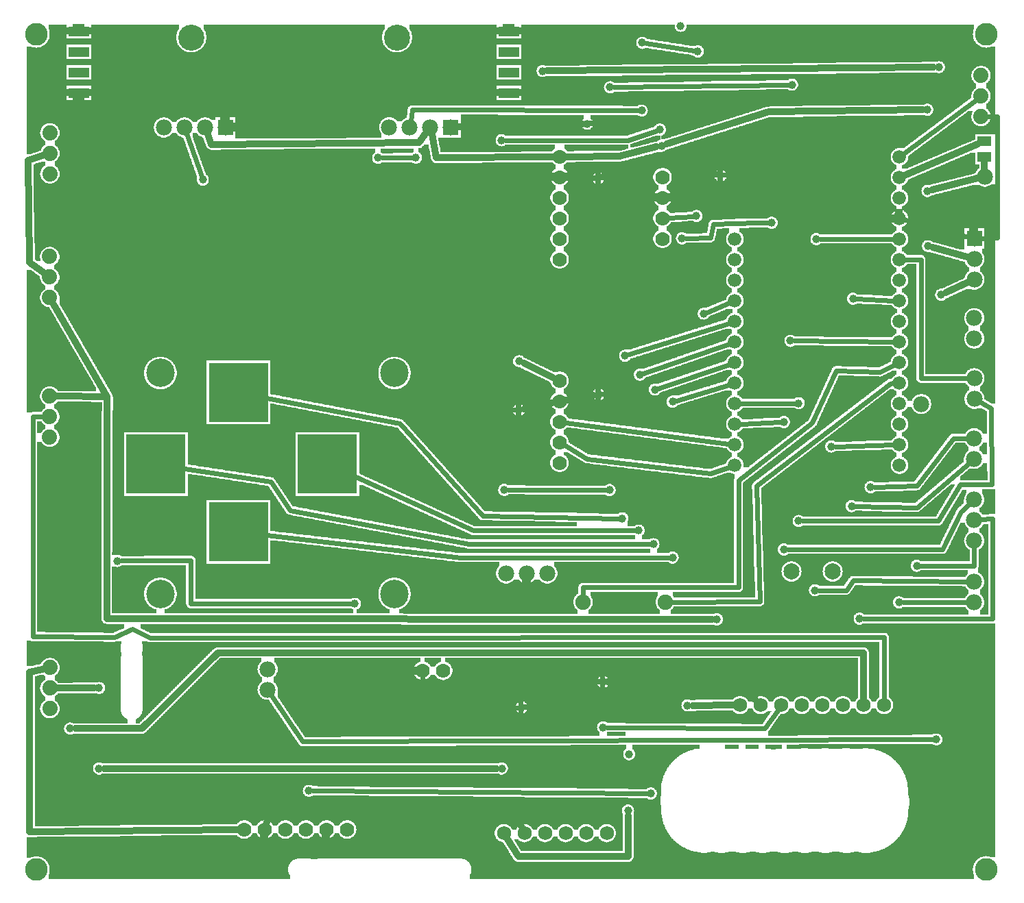
<source format=gbl>
G04 MADE WITH FRITZING*
G04 WWW.FRITZING.ORG*
G04 DOUBLE SIDED*
G04 HOLES PLATED*
G04 CONTOUR ON CENTER OF CONTOUR VECTOR*
%ASAXBY*%
%FSLAX23Y23*%
%MOIN*%
%OFA0B0*%
%SFA1.0B1.0*%
%ADD10C,0.075000*%
%ADD11C,0.078000*%
%ADD12C,0.039370*%
%ADD13C,0.066000*%
%ADD14C,0.068583*%
%ADD15C,0.070000*%
%ADD16C,0.078551*%
%ADD17C,0.126614*%
%ADD18C,0.078027*%
%ADD19C,0.074000*%
%ADD20C,0.138425*%
%ADD21C,0.110236*%
%ADD22R,0.066666X0.048149*%
%ADD23R,0.100000X0.050000*%
%ADD24R,0.077986X0.077944*%
%ADD25R,0.289614X0.289763*%
%ADD26R,0.078000X0.078000*%
%ADD27C,0.032000*%
%ADD28C,0.024000*%
%LNCOPPER0*%
G90*
G70*
G54D10*
X114Y2770D03*
X4371Y3280D03*
X4000Y2402D03*
X2761Y2168D03*
X249Y2294D03*
X967Y4139D03*
X522Y1443D03*
X2845Y1385D03*
X670Y1094D03*
X1318Y1064D03*
X4478Y2406D03*
G54D11*
X4387Y2351D03*
G54D12*
X4416Y3783D03*
X4416Y3388D03*
X4419Y3120D03*
X391Y970D03*
X391Y578D03*
G54D13*
X4281Y2054D03*
X4281Y2154D03*
X4281Y2254D03*
X4281Y2354D03*
X4281Y2454D03*
X4281Y2554D03*
X4281Y2654D03*
X4281Y2754D03*
X4281Y2854D03*
X4281Y2954D03*
X4281Y3054D03*
X4281Y3154D03*
X4281Y3254D03*
X4281Y3354D03*
X4281Y3454D03*
X4281Y3554D03*
X3481Y3154D03*
X3481Y3054D03*
X3481Y2954D03*
X3481Y2854D03*
X3481Y2754D03*
X3481Y2654D03*
X3481Y2554D03*
X3481Y2454D03*
X3481Y2354D03*
X3481Y2254D03*
X3481Y2154D03*
X3481Y2054D03*
X4281Y2054D03*
X4281Y2154D03*
X4281Y2254D03*
X4281Y2354D03*
X4281Y2454D03*
X4281Y2554D03*
X4281Y2654D03*
X4281Y2754D03*
X4281Y2854D03*
X4281Y2954D03*
X4281Y3054D03*
X4281Y3154D03*
X4281Y3254D03*
X4281Y3354D03*
X4281Y3454D03*
X4281Y3554D03*
X3481Y3154D03*
X3481Y3054D03*
X3481Y2954D03*
X3481Y2854D03*
X3481Y2754D03*
X3481Y2654D03*
X3481Y2554D03*
X3481Y2454D03*
X3481Y2354D03*
X3481Y2254D03*
X3481Y2154D03*
X3481Y2054D03*
G54D14*
X2858Y263D03*
X2758Y263D03*
X2658Y263D03*
X2558Y263D03*
X2458Y263D03*
X2358Y263D03*
G54D15*
X2063Y1054D03*
X1963Y1054D03*
G54D16*
X3956Y1536D03*
X3756Y1536D03*
G54D14*
X4206Y886D03*
X4106Y886D03*
X4006Y886D03*
X3906Y886D03*
X3806Y886D03*
X3706Y886D03*
X3606Y886D03*
X3506Y886D03*
G54D15*
X1096Y281D03*
X1196Y281D03*
X1296Y281D03*
X1396Y281D03*
X1496Y281D03*
X1596Y281D03*
G54D17*
X1839Y4135D03*
X839Y4135D03*
G54D18*
X1801Y3698D03*
G54D11*
X1901Y3698D03*
X2001Y3698D03*
X2101Y3698D03*
G54D18*
X1801Y3698D03*
G54D11*
X1901Y3698D03*
X2001Y3698D03*
X2101Y3698D03*
G54D18*
X706Y3697D03*
G54D11*
X806Y3697D03*
X906Y3697D03*
X1006Y3697D03*
G54D18*
X706Y3697D03*
G54D11*
X806Y3697D03*
X906Y3697D03*
X1006Y3697D03*
G54D15*
X2629Y3355D03*
X3129Y3155D03*
X2629Y3155D03*
X2629Y3555D03*
X2629Y3055D03*
X2629Y3255D03*
X2629Y3455D03*
X3129Y3455D03*
X3129Y3355D03*
X3129Y3255D03*
X2628Y2065D03*
X2628Y2165D03*
X2628Y2265D03*
X2628Y2365D03*
X2628Y2465D03*
G54D11*
X2369Y1527D03*
X2469Y1527D03*
X2569Y1527D03*
G54D12*
X3294Y3266D03*
X895Y3443D03*
X3301Y4067D03*
X3217Y4191D03*
X3224Y3157D03*
X4484Y2883D03*
X2431Y2321D03*
X3411Y3463D03*
X3031Y4109D03*
X2546Y3971D03*
X4472Y3990D03*
X3659Y3232D03*
X4141Y1947D03*
X4048Y1854D03*
X4055Y2863D03*
X3877Y3153D03*
X3870Y1445D03*
X3719Y2263D03*
X3719Y1643D03*
X3791Y2355D03*
X3791Y1782D03*
X3751Y2659D03*
X2874Y3892D03*
X3758Y3905D03*
G54D11*
X4696Y3458D03*
G54D12*
X4279Y1386D03*
X2872Y1932D03*
X2360Y1933D03*
X250Y772D03*
G54D19*
X152Y1069D03*
X152Y969D03*
X152Y869D03*
X151Y2390D03*
X151Y2290D03*
X151Y2190D03*
X151Y3069D03*
X151Y2969D03*
X151Y2869D03*
X4677Y3749D03*
X4677Y3849D03*
X4677Y3949D03*
X152Y3671D03*
X152Y3571D03*
X152Y3471D03*
G54D12*
X3394Y1303D03*
X2444Y875D03*
X4365Y1564D03*
X4087Y1307D03*
X3949Y2144D03*
X3028Y3779D03*
X3116Y3686D03*
X1747Y3549D03*
X2763Y3715D03*
X3125Y3608D03*
X2347Y3635D03*
X1931Y3550D03*
X3329Y2791D03*
G54D11*
X1210Y1061D03*
X1210Y961D03*
G54D12*
X3250Y885D03*
X2967Y648D03*
X2818Y2397D03*
X2817Y3449D03*
X1634Y1380D03*
X481Y1588D03*
X2433Y2560D03*
X2934Y1795D03*
X2947Y2586D03*
X3013Y1736D03*
X3020Y2494D03*
X3085Y1670D03*
X3092Y2421D03*
X3178Y1604D03*
X3178Y2362D03*
G54D10*
X2743Y1388D03*
X3143Y1388D03*
G54D12*
X2348Y578D03*
X4460Y720D03*
X2840Y778D03*
X2840Y999D03*
X3072Y456D03*
X1411Y470D03*
X2962Y373D03*
G54D20*
X1827Y2502D03*
X1827Y1427D03*
X689Y2502D03*
X689Y1427D03*
G54D21*
X4702Y86D03*
X4702Y4150D03*
X86Y4150D03*
X86Y86D03*
G54D11*
X4645Y2477D03*
X4645Y2377D03*
X4644Y1487D03*
X4644Y1387D03*
X4644Y1886D03*
X4644Y1786D03*
X4644Y1686D03*
X4644Y2185D03*
X4644Y2085D03*
X4644Y2769D03*
X4644Y2669D03*
X4645Y3157D03*
X4645Y3057D03*
X4645Y2957D03*
G54D21*
X4702Y86D03*
G54D22*
X4692Y3629D03*
X4692Y3553D03*
G54D23*
X2384Y4165D03*
X2384Y4065D03*
X2384Y3965D03*
X2384Y3865D03*
X294Y3865D03*
X294Y3965D03*
X294Y4065D03*
X294Y4165D03*
G54D24*
X2101Y3698D03*
X2101Y3698D03*
X1006Y3697D03*
X1006Y3697D03*
G54D25*
X1068Y2407D03*
X1501Y2059D03*
X667Y2059D03*
X1068Y1730D03*
G54D26*
X4645Y3157D03*
G54D27*
X4314Y3468D02*
X4664Y3617D01*
D02*
X4694Y3493D02*
X4693Y3534D01*
G54D28*
D02*
X4306Y3572D02*
X4652Y3831D01*
D02*
X4757Y3160D02*
X4675Y3157D01*
D02*
X4757Y3749D02*
X4757Y3160D01*
D02*
X4708Y3749D02*
X4757Y3749D01*
G54D27*
D02*
X936Y3615D02*
X1945Y3622D01*
D02*
X1945Y3622D02*
X1980Y3669D01*
D02*
X918Y3663D02*
X936Y3615D01*
G54D28*
D02*
X3275Y3265D02*
X3160Y3257D01*
D02*
X816Y3668D02*
X889Y3460D01*
D02*
X3009Y3779D02*
X1913Y3783D01*
D02*
X1913Y3783D02*
X1905Y3727D01*
G54D27*
D02*
X2794Y2393D02*
X2664Y2371D01*
G54D28*
D02*
X4616Y3164D02*
X4311Y3246D01*
D02*
X3362Y2013D02*
X3452Y2044D01*
D02*
X2762Y2085D02*
X3362Y2013D01*
D02*
X2655Y2149D02*
X2762Y2085D01*
D02*
X2659Y2261D02*
X3450Y2158D01*
G54D27*
D02*
X4612Y2942D02*
X4506Y2893D01*
D02*
X2455Y2327D02*
X2593Y2357D01*
G54D28*
D02*
X3282Y4070D02*
X3050Y4106D01*
G54D27*
D02*
X2571Y3972D02*
X4447Y3990D01*
G54D28*
D02*
X3362Y3160D02*
X3376Y3226D01*
D02*
X3587Y3232D02*
X3640Y3232D01*
D02*
X3376Y3226D02*
X3587Y3232D01*
D02*
X3243Y3158D02*
X3362Y3160D01*
D02*
X4055Y1492D02*
X4022Y1445D01*
D02*
X4022Y1445D02*
X3889Y1445D01*
D02*
X4614Y1487D02*
X4055Y1492D01*
D02*
X3896Y3153D02*
X4250Y3154D01*
D02*
X4312Y3054D02*
X4385Y3054D01*
D02*
X4385Y3054D02*
X4385Y2477D01*
D02*
X4385Y2477D02*
X4615Y2477D01*
D02*
X4365Y1953D02*
X4542Y2185D01*
D02*
X4160Y1947D02*
X4365Y1953D01*
D02*
X4542Y2185D02*
X4614Y2185D01*
D02*
X4365Y1848D02*
X4067Y1854D01*
D02*
X4074Y2862D02*
X4250Y2855D01*
D02*
X4621Y2065D02*
X4365Y1848D01*
D02*
X3700Y2262D02*
X3512Y2255D01*
D02*
X4490Y1643D02*
X3738Y1643D01*
D02*
X4579Y1827D02*
X4490Y1643D01*
D02*
X4622Y1866D02*
X4579Y1827D01*
D02*
X3512Y2354D02*
X3772Y2355D01*
D02*
X4729Y1959D02*
X4727Y2329D01*
D02*
X4727Y2329D02*
X4671Y2362D01*
D02*
X4577Y1959D02*
X4729Y1959D01*
D02*
X4470Y1782D02*
X4577Y1959D01*
D02*
X3810Y1782D02*
X4470Y1782D01*
D02*
X2893Y3892D02*
X3739Y3905D01*
D02*
X3770Y2659D02*
X4250Y2654D01*
G54D27*
D02*
X4610Y3066D02*
X4443Y3113D01*
G54D28*
D02*
X4614Y1387D02*
X4298Y1386D01*
D02*
X2379Y1933D02*
X2853Y1932D01*
G54D27*
D02*
X4106Y1141D02*
X4106Y924D01*
D02*
X968Y1141D02*
X4106Y1141D01*
D02*
X599Y772D02*
X968Y1141D01*
D02*
X275Y772D02*
X599Y772D01*
G54D28*
D02*
X638Y1214D02*
X4206Y1216D01*
D02*
X554Y1256D02*
X638Y1214D01*
D02*
X465Y1217D02*
X554Y1256D01*
D02*
X68Y1220D02*
X465Y1217D01*
D02*
X68Y2290D02*
X68Y1220D01*
D02*
X4206Y1216D02*
X4206Y918D01*
D02*
X120Y2290D02*
X68Y2290D01*
G54D27*
D02*
X428Y1307D02*
X3369Y1303D01*
D02*
X431Y2386D02*
X428Y1307D01*
D02*
X188Y2389D02*
X431Y2386D01*
G54D28*
D02*
X2425Y875D02*
X1963Y875D01*
D02*
X1963Y875D02*
X1963Y1023D01*
G54D27*
D02*
X431Y2386D02*
X170Y2837D01*
D02*
X52Y3041D02*
X46Y3536D01*
D02*
X46Y3536D02*
X117Y3559D01*
D02*
X122Y2990D02*
X52Y3041D01*
G54D28*
D02*
X4644Y1656D02*
X4644Y1564D01*
D02*
X4644Y1564D02*
X4384Y1564D01*
D02*
X4734Y1795D02*
X4734Y1307D01*
D02*
X4734Y1307D02*
X4106Y1307D01*
D02*
X4674Y1789D02*
X4734Y1795D01*
D02*
X3968Y2145D02*
X4250Y2153D01*
G54D27*
D02*
X2921Y3556D02*
X2666Y3555D01*
D02*
X3101Y3602D02*
X2921Y3556D01*
D02*
X4392Y3782D02*
X3646Y3773D01*
D02*
X3646Y3773D02*
X3148Y3616D01*
D02*
X4661Y3449D02*
X4440Y3394D01*
D02*
X2030Y3549D02*
X2008Y3663D01*
D02*
X2593Y3555D02*
X2030Y3549D01*
D02*
X2347Y3720D02*
X2738Y3715D01*
D02*
X2137Y3701D02*
X2347Y3720D01*
G54D28*
D02*
X3098Y3680D02*
X2960Y3635D01*
D02*
X2960Y3635D02*
X2366Y3635D01*
D02*
X1912Y3550D02*
X1766Y3549D01*
D02*
X3453Y2842D02*
X3347Y2798D01*
G54D27*
D02*
X1226Y375D02*
X2417Y369D01*
D02*
X2417Y369D02*
X2444Y298D01*
D02*
X1207Y316D02*
X1226Y375D01*
D02*
X2864Y999D02*
X3488Y1005D01*
D02*
X3488Y1005D02*
X3580Y913D01*
G54D28*
D02*
X2859Y778D02*
X3627Y772D01*
D02*
X3627Y772D02*
X3688Y861D01*
G54D27*
D02*
X3469Y886D02*
X3275Y885D01*
D02*
X2962Y348D02*
X2962Y149D01*
D02*
X2962Y149D02*
X2428Y149D01*
D02*
X2428Y149D02*
X2377Y232D01*
D02*
X3140Y3534D02*
X3387Y3469D01*
D02*
X2841Y3456D02*
X3140Y3534D01*
G54D28*
D02*
X837Y1380D02*
X1246Y1380D01*
D02*
X1246Y1380D02*
X1615Y1380D01*
D02*
X837Y1591D02*
X837Y1380D01*
D02*
X500Y1589D02*
X837Y1591D01*
G54D27*
D02*
X2596Y2481D02*
X2455Y2549D01*
G54D28*
D02*
X2743Y1459D02*
X3498Y1459D01*
D02*
X3974Y2514D02*
X3857Y2259D01*
D02*
X3857Y2259D02*
X3498Y1979D01*
D02*
X4187Y2507D02*
X3974Y2514D01*
D02*
X3498Y1979D02*
X3498Y1459D01*
D02*
X4253Y2540D02*
X4187Y2507D01*
D02*
X3602Y1389D02*
X3587Y1953D01*
D02*
X3587Y1953D02*
X4235Y2451D01*
D02*
X4235Y2451D02*
X4250Y2452D01*
D02*
X1852Y2257D02*
X2255Y1808D01*
D02*
X2255Y1808D02*
X2915Y1795D01*
D02*
X1207Y2381D02*
X1852Y2257D01*
D02*
X3452Y2744D02*
X2965Y2592D01*
D02*
X2994Y1736D02*
X2208Y1736D01*
D02*
X2208Y1736D02*
X1640Y1996D01*
D02*
X3452Y2644D02*
X3037Y2500D01*
D02*
X3067Y1670D02*
X2189Y1670D01*
D02*
X3452Y2544D02*
X3110Y2428D01*
D02*
X1226Y1973D02*
X806Y2037D01*
D02*
X1318Y1835D02*
X1226Y1973D01*
D02*
X2189Y1670D02*
X1318Y1835D01*
D02*
X3159Y1604D02*
X2149Y1604D01*
D02*
X2149Y1604D02*
X1207Y1714D01*
D02*
X3451Y2445D02*
X3196Y2368D01*
D02*
X2743Y1416D02*
X2743Y1459D01*
D02*
X3602Y1389D02*
X3171Y1388D01*
G54D27*
D02*
X366Y970D02*
X188Y969D01*
D02*
X2323Y578D02*
X415Y578D01*
D02*
X52Y271D02*
X1060Y281D01*
D02*
X52Y1048D02*
X52Y271D01*
D02*
X116Y1061D02*
X52Y1048D01*
G54D28*
D02*
X1379Y709D02*
X1227Y936D01*
D02*
X4441Y720D02*
X1379Y709D01*
D02*
X3053Y457D02*
X1430Y469D01*
G36*
X3092Y3656D02*
X3092Y3654D01*
X3086Y3654D01*
X3086Y3652D01*
X3080Y3652D01*
X3080Y3650D01*
X3074Y3650D01*
X3074Y3648D01*
X3068Y3648D01*
X3068Y3646D01*
X3062Y3646D01*
X3062Y3644D01*
X3056Y3644D01*
X3056Y3642D01*
X3050Y3642D01*
X3050Y3640D01*
X3044Y3640D01*
X3044Y3638D01*
X3038Y3638D01*
X3038Y3636D01*
X3032Y3636D01*
X3032Y3634D01*
X3026Y3634D01*
X3026Y3632D01*
X3020Y3632D01*
X3020Y3630D01*
X3014Y3630D01*
X3014Y3628D01*
X3008Y3628D01*
X3008Y3626D01*
X3002Y3626D01*
X3002Y3624D01*
X2996Y3624D01*
X2996Y3622D01*
X2990Y3622D01*
X2990Y3620D01*
X2984Y3620D01*
X2984Y3618D01*
X2978Y3618D01*
X2978Y3616D01*
X2972Y3616D01*
X2972Y3600D01*
X2994Y3600D01*
X2994Y3602D01*
X3002Y3602D01*
X3002Y3604D01*
X3008Y3604D01*
X3008Y3606D01*
X3016Y3606D01*
X3016Y3608D01*
X3024Y3608D01*
X3024Y3610D01*
X3032Y3610D01*
X3032Y3612D01*
X3040Y3612D01*
X3040Y3614D01*
X3048Y3614D01*
X3048Y3616D01*
X3056Y3616D01*
X3056Y3618D01*
X3064Y3618D01*
X3064Y3620D01*
X3070Y3620D01*
X3070Y3622D01*
X3078Y3622D01*
X3078Y3624D01*
X3086Y3624D01*
X3086Y3626D01*
X3094Y3626D01*
X3094Y3628D01*
X3104Y3628D01*
X3104Y3630D01*
X3106Y3630D01*
X3106Y3632D01*
X3110Y3632D01*
X3110Y3634D01*
X3112Y3634D01*
X3112Y3636D01*
X3118Y3636D01*
X3118Y3656D01*
X3092Y3656D01*
G37*
D02*
G36*
X2652Y3612D02*
X2652Y3592D01*
X2656Y3592D01*
X2656Y3590D01*
X2658Y3590D01*
X2658Y3588D01*
X2660Y3588D01*
X2660Y3586D01*
X2662Y3586D01*
X2662Y3584D01*
X2664Y3584D01*
X2664Y3582D01*
X2666Y3582D01*
X2666Y3580D01*
X2698Y3580D01*
X2698Y3582D01*
X2924Y3582D01*
X2924Y3584D01*
X2932Y3584D01*
X2932Y3586D01*
X2940Y3586D01*
X2940Y3588D01*
X2946Y3588D01*
X2946Y3590D01*
X2954Y3590D01*
X2954Y3592D01*
X2962Y3592D01*
X2962Y3612D01*
X2652Y3612D01*
G37*
D02*
G36*
X1760Y3594D02*
X1760Y3574D01*
X1764Y3574D01*
X1764Y3572D01*
X1766Y3572D01*
X1766Y3570D01*
X1818Y3570D01*
X1818Y3572D01*
X1914Y3572D01*
X1914Y3574D01*
X1916Y3574D01*
X1916Y3576D01*
X1920Y3576D01*
X1920Y3594D01*
X1760Y3594D01*
G37*
D02*
G36*
X40Y3004D02*
X40Y2436D01*
X162Y2436D01*
X162Y2434D01*
X168Y2434D01*
X168Y2432D01*
X172Y2432D01*
X172Y2430D01*
X176Y2430D01*
X176Y2428D01*
X178Y2428D01*
X178Y2426D01*
X182Y2426D01*
X182Y2424D01*
X184Y2424D01*
X184Y2422D01*
X186Y2422D01*
X186Y2420D01*
X188Y2420D01*
X188Y2416D01*
X190Y2416D01*
X190Y2414D01*
X354Y2414D01*
X354Y2412D01*
X376Y2412D01*
X376Y2432D01*
X374Y2432D01*
X374Y2434D01*
X372Y2434D01*
X372Y2438D01*
X370Y2438D01*
X370Y2442D01*
X368Y2442D01*
X368Y2444D01*
X366Y2444D01*
X366Y2448D01*
X364Y2448D01*
X364Y2452D01*
X362Y2452D01*
X362Y2456D01*
X360Y2456D01*
X360Y2458D01*
X358Y2458D01*
X358Y2462D01*
X356Y2462D01*
X356Y2466D01*
X354Y2466D01*
X354Y2468D01*
X352Y2468D01*
X352Y2472D01*
X350Y2472D01*
X350Y2476D01*
X348Y2476D01*
X348Y2480D01*
X346Y2480D01*
X346Y2482D01*
X344Y2482D01*
X344Y2486D01*
X342Y2486D01*
X342Y2490D01*
X340Y2490D01*
X340Y2494D01*
X338Y2494D01*
X338Y2496D01*
X336Y2496D01*
X336Y2500D01*
X334Y2500D01*
X334Y2504D01*
X332Y2504D01*
X332Y2506D01*
X330Y2506D01*
X330Y2510D01*
X328Y2510D01*
X328Y2514D01*
X326Y2514D01*
X326Y2518D01*
X324Y2518D01*
X324Y2520D01*
X322Y2520D01*
X322Y2524D01*
X320Y2524D01*
X320Y2528D01*
X318Y2528D01*
X318Y2530D01*
X316Y2530D01*
X316Y2534D01*
X314Y2534D01*
X314Y2538D01*
X312Y2538D01*
X312Y2542D01*
X310Y2542D01*
X310Y2544D01*
X308Y2544D01*
X308Y2548D01*
X306Y2548D01*
X306Y2552D01*
X304Y2552D01*
X304Y2556D01*
X302Y2556D01*
X302Y2558D01*
X300Y2558D01*
X300Y2562D01*
X298Y2562D01*
X298Y2566D01*
X296Y2566D01*
X296Y2568D01*
X294Y2568D01*
X294Y2572D01*
X292Y2572D01*
X292Y2576D01*
X290Y2576D01*
X290Y2580D01*
X288Y2580D01*
X288Y2582D01*
X286Y2582D01*
X286Y2586D01*
X284Y2586D01*
X284Y2590D01*
X282Y2590D01*
X282Y2592D01*
X280Y2592D01*
X280Y2596D01*
X278Y2596D01*
X278Y2600D01*
X276Y2600D01*
X276Y2604D01*
X274Y2604D01*
X274Y2606D01*
X272Y2606D01*
X272Y2610D01*
X270Y2610D01*
X270Y2614D01*
X268Y2614D01*
X268Y2618D01*
X266Y2618D01*
X266Y2620D01*
X264Y2620D01*
X264Y2624D01*
X262Y2624D01*
X262Y2628D01*
X260Y2628D01*
X260Y2630D01*
X258Y2630D01*
X258Y2634D01*
X256Y2634D01*
X256Y2638D01*
X254Y2638D01*
X254Y2642D01*
X252Y2642D01*
X252Y2644D01*
X250Y2644D01*
X250Y2648D01*
X248Y2648D01*
X248Y2652D01*
X246Y2652D01*
X246Y2654D01*
X244Y2654D01*
X244Y2658D01*
X242Y2658D01*
X242Y2662D01*
X240Y2662D01*
X240Y2666D01*
X238Y2666D01*
X238Y2668D01*
X236Y2668D01*
X236Y2672D01*
X234Y2672D01*
X234Y2676D01*
X232Y2676D01*
X232Y2680D01*
X230Y2680D01*
X230Y2682D01*
X228Y2682D01*
X228Y2686D01*
X226Y2686D01*
X226Y2690D01*
X224Y2690D01*
X224Y2692D01*
X222Y2692D01*
X222Y2696D01*
X220Y2696D01*
X220Y2700D01*
X218Y2700D01*
X218Y2704D01*
X216Y2704D01*
X216Y2706D01*
X214Y2706D01*
X214Y2710D01*
X212Y2710D01*
X212Y2714D01*
X210Y2714D01*
X210Y2716D01*
X208Y2716D01*
X208Y2720D01*
X206Y2720D01*
X206Y2724D01*
X204Y2724D01*
X204Y2728D01*
X202Y2728D01*
X202Y2730D01*
X200Y2730D01*
X200Y2734D01*
X198Y2734D01*
X198Y2738D01*
X196Y2738D01*
X196Y2742D01*
X194Y2742D01*
X194Y2744D01*
X192Y2744D01*
X192Y2748D01*
X190Y2748D01*
X190Y2752D01*
X188Y2752D01*
X188Y2754D01*
X186Y2754D01*
X186Y2758D01*
X184Y2758D01*
X184Y2762D01*
X182Y2762D01*
X182Y2766D01*
X180Y2766D01*
X180Y2768D01*
X178Y2768D01*
X178Y2772D01*
X176Y2772D01*
X176Y2776D01*
X174Y2776D01*
X174Y2778D01*
X172Y2778D01*
X172Y2782D01*
X170Y2782D01*
X170Y2786D01*
X168Y2786D01*
X168Y2790D01*
X166Y2790D01*
X166Y2792D01*
X164Y2792D01*
X164Y2796D01*
X162Y2796D01*
X162Y2800D01*
X160Y2800D01*
X160Y2804D01*
X158Y2804D01*
X158Y2806D01*
X156Y2806D01*
X156Y2810D01*
X154Y2810D01*
X154Y2814D01*
X152Y2814D01*
X152Y2816D01*
X150Y2816D01*
X150Y2820D01*
X148Y2820D01*
X148Y2822D01*
X140Y2822D01*
X140Y2824D01*
X134Y2824D01*
X134Y2826D01*
X130Y2826D01*
X130Y2828D01*
X126Y2828D01*
X126Y2830D01*
X124Y2830D01*
X124Y2832D01*
X120Y2832D01*
X120Y2834D01*
X118Y2834D01*
X118Y2836D01*
X116Y2836D01*
X116Y2838D01*
X114Y2838D01*
X114Y2842D01*
X112Y2842D01*
X112Y2844D01*
X110Y2844D01*
X110Y2848D01*
X108Y2848D01*
X108Y2852D01*
X106Y2852D01*
X106Y2860D01*
X104Y2860D01*
X104Y2876D01*
X106Y2876D01*
X106Y2884D01*
X108Y2884D01*
X108Y2888D01*
X110Y2888D01*
X110Y2892D01*
X112Y2892D01*
X112Y2896D01*
X114Y2896D01*
X114Y2898D01*
X116Y2898D01*
X116Y2900D01*
X118Y2900D01*
X118Y2902D01*
X120Y2902D01*
X120Y2904D01*
X122Y2904D01*
X122Y2906D01*
X124Y2906D01*
X124Y2908D01*
X128Y2908D01*
X128Y2928D01*
X126Y2928D01*
X126Y2930D01*
X124Y2930D01*
X124Y2932D01*
X120Y2932D01*
X120Y2934D01*
X118Y2934D01*
X118Y2936D01*
X116Y2936D01*
X116Y2938D01*
X114Y2938D01*
X114Y2942D01*
X112Y2942D01*
X112Y2944D01*
X110Y2944D01*
X110Y2948D01*
X108Y2948D01*
X108Y2952D01*
X106Y2952D01*
X106Y2960D01*
X104Y2960D01*
X104Y2972D01*
X102Y2972D01*
X102Y2974D01*
X98Y2974D01*
X98Y2976D01*
X96Y2976D01*
X96Y2978D01*
X92Y2978D01*
X92Y2980D01*
X90Y2980D01*
X90Y2982D01*
X88Y2982D01*
X88Y2984D01*
X84Y2984D01*
X84Y2986D01*
X82Y2986D01*
X82Y2988D01*
X80Y2988D01*
X80Y2990D01*
X76Y2990D01*
X76Y2992D01*
X74Y2992D01*
X74Y2994D01*
X72Y2994D01*
X72Y2996D01*
X68Y2996D01*
X68Y2998D01*
X66Y2998D01*
X66Y3000D01*
X62Y3000D01*
X62Y3002D01*
X60Y3002D01*
X60Y3004D01*
X40Y3004D01*
G37*
D02*
G36*
X40Y2436D02*
X40Y2310D01*
X66Y2310D01*
X66Y2312D01*
X110Y2312D01*
X110Y2314D01*
X112Y2314D01*
X112Y2316D01*
X114Y2316D01*
X114Y2318D01*
X116Y2318D01*
X116Y2322D01*
X118Y2322D01*
X118Y2324D01*
X120Y2324D01*
X120Y2326D01*
X124Y2326D01*
X124Y2328D01*
X126Y2328D01*
X126Y2330D01*
X128Y2330D01*
X128Y2350D01*
X124Y2350D01*
X124Y2352D01*
X122Y2352D01*
X122Y2354D01*
X120Y2354D01*
X120Y2356D01*
X118Y2356D01*
X118Y2358D01*
X116Y2358D01*
X116Y2360D01*
X114Y2360D01*
X114Y2362D01*
X112Y2362D01*
X112Y2366D01*
X110Y2366D01*
X110Y2368D01*
X108Y2368D01*
X108Y2374D01*
X106Y2374D01*
X106Y2380D01*
X104Y2380D01*
X104Y2398D01*
X106Y2398D01*
X106Y2404D01*
X108Y2404D01*
X108Y2410D01*
X110Y2410D01*
X110Y2414D01*
X112Y2414D01*
X112Y2416D01*
X114Y2416D01*
X114Y2418D01*
X116Y2418D01*
X116Y2422D01*
X118Y2422D01*
X118Y2424D01*
X120Y2424D01*
X120Y2426D01*
X124Y2426D01*
X124Y2428D01*
X126Y2428D01*
X126Y2430D01*
X130Y2430D01*
X130Y2432D01*
X134Y2432D01*
X134Y2434D01*
X140Y2434D01*
X140Y2436D01*
X40Y2436D01*
G37*
D02*
G36*
X4628Y3574D02*
X4628Y3572D01*
X4624Y3572D01*
X4624Y3570D01*
X4618Y3570D01*
X4618Y3568D01*
X4614Y3568D01*
X4614Y3566D01*
X4610Y3566D01*
X4610Y3564D01*
X4604Y3564D01*
X4604Y3562D01*
X4600Y3562D01*
X4600Y3560D01*
X4596Y3560D01*
X4596Y3558D01*
X4590Y3558D01*
X4590Y3556D01*
X4586Y3556D01*
X4586Y3554D01*
X4582Y3554D01*
X4582Y3552D01*
X4576Y3552D01*
X4576Y3550D01*
X4572Y3550D01*
X4572Y3548D01*
X4568Y3548D01*
X4568Y3546D01*
X4562Y3546D01*
X4562Y3544D01*
X4558Y3544D01*
X4558Y3542D01*
X4554Y3542D01*
X4554Y3540D01*
X4548Y3540D01*
X4548Y3538D01*
X4544Y3538D01*
X4544Y3536D01*
X4540Y3536D01*
X4540Y3534D01*
X4534Y3534D01*
X4534Y3532D01*
X4530Y3532D01*
X4530Y3530D01*
X4524Y3530D01*
X4524Y3528D01*
X4520Y3528D01*
X4520Y3526D01*
X4516Y3526D01*
X4516Y3524D01*
X4510Y3524D01*
X4510Y3522D01*
X4506Y3522D01*
X4506Y3520D01*
X4502Y3520D01*
X4502Y3518D01*
X4496Y3518D01*
X4496Y3516D01*
X4492Y3516D01*
X4492Y3514D01*
X4488Y3514D01*
X4488Y3512D01*
X4482Y3512D01*
X4482Y3510D01*
X4478Y3510D01*
X4478Y3508D01*
X4474Y3508D01*
X4474Y3506D01*
X4468Y3506D01*
X4468Y3504D01*
X4464Y3504D01*
X4464Y3502D01*
X4460Y3502D01*
X4460Y3500D01*
X4454Y3500D01*
X4454Y3498D01*
X4450Y3498D01*
X4450Y3496D01*
X4446Y3496D01*
X4446Y3494D01*
X4440Y3494D01*
X4440Y3492D01*
X4436Y3492D01*
X4436Y3490D01*
X4430Y3490D01*
X4430Y3488D01*
X4426Y3488D01*
X4426Y3486D01*
X4422Y3486D01*
X4422Y3484D01*
X4416Y3484D01*
X4416Y3482D01*
X4412Y3482D01*
X4412Y3480D01*
X4408Y3480D01*
X4408Y3478D01*
X4402Y3478D01*
X4402Y3476D01*
X4398Y3476D01*
X4398Y3474D01*
X4394Y3474D01*
X4394Y3472D01*
X4388Y3472D01*
X4388Y3470D01*
X4384Y3470D01*
X4384Y3468D01*
X4380Y3468D01*
X4380Y3466D01*
X4374Y3466D01*
X4374Y3464D01*
X4370Y3464D01*
X4370Y3462D01*
X4366Y3462D01*
X4366Y3460D01*
X4360Y3460D01*
X4360Y3458D01*
X4356Y3458D01*
X4356Y3456D01*
X4352Y3456D01*
X4352Y3454D01*
X4346Y3454D01*
X4346Y3452D01*
X4342Y3452D01*
X4342Y3450D01*
X4336Y3450D01*
X4336Y3448D01*
X4332Y3448D01*
X4332Y3446D01*
X4328Y3446D01*
X4328Y3444D01*
X4322Y3444D01*
X4322Y3438D01*
X4320Y3438D01*
X4320Y3434D01*
X4318Y3434D01*
X4318Y3430D01*
X4316Y3430D01*
X4316Y3428D01*
X4314Y3428D01*
X4314Y3426D01*
X4312Y3426D01*
X4312Y3422D01*
X4308Y3422D01*
X4308Y3420D01*
X4306Y3420D01*
X4306Y3418D01*
X4304Y3418D01*
X4304Y3416D01*
X4300Y3416D01*
X4300Y3414D01*
X4294Y3414D01*
X4294Y3394D01*
X4298Y3394D01*
X4298Y3392D01*
X4302Y3392D01*
X4302Y3390D01*
X4304Y3390D01*
X4304Y3388D01*
X4308Y3388D01*
X4308Y3386D01*
X4310Y3386D01*
X4310Y3384D01*
X4312Y3384D01*
X4312Y3382D01*
X4314Y3382D01*
X4314Y3380D01*
X4316Y3380D01*
X4316Y3376D01*
X4318Y3376D01*
X4318Y3374D01*
X4320Y3374D01*
X4320Y3368D01*
X4322Y3368D01*
X4322Y3362D01*
X4324Y3362D01*
X4324Y3358D01*
X4410Y3358D01*
X4410Y3360D01*
X4404Y3360D01*
X4404Y3362D01*
X4400Y3362D01*
X4400Y3364D01*
X4398Y3364D01*
X4398Y3366D01*
X4396Y3366D01*
X4396Y3368D01*
X4394Y3368D01*
X4394Y3370D01*
X4392Y3370D01*
X4392Y3372D01*
X4390Y3372D01*
X4390Y3376D01*
X4388Y3376D01*
X4388Y3386D01*
X4386Y3386D01*
X4386Y3390D01*
X4388Y3390D01*
X4388Y3400D01*
X4390Y3400D01*
X4390Y3402D01*
X4392Y3402D01*
X4392Y3406D01*
X4394Y3406D01*
X4394Y3408D01*
X4396Y3408D01*
X4396Y3410D01*
X4398Y3410D01*
X4398Y3412D01*
X4402Y3412D01*
X4402Y3414D01*
X4404Y3414D01*
X4404Y3416D01*
X4412Y3416D01*
X4412Y3418D01*
X4434Y3418D01*
X4434Y3420D01*
X4442Y3420D01*
X4442Y3422D01*
X4450Y3422D01*
X4450Y3424D01*
X4458Y3424D01*
X4458Y3426D01*
X4466Y3426D01*
X4466Y3428D01*
X4474Y3428D01*
X4474Y3430D01*
X4482Y3430D01*
X4482Y3432D01*
X4490Y3432D01*
X4490Y3434D01*
X4498Y3434D01*
X4498Y3436D01*
X4506Y3436D01*
X4506Y3438D01*
X4514Y3438D01*
X4514Y3440D01*
X4522Y3440D01*
X4522Y3442D01*
X4530Y3442D01*
X4530Y3444D01*
X4538Y3444D01*
X4538Y3446D01*
X4546Y3446D01*
X4546Y3448D01*
X4554Y3448D01*
X4554Y3450D01*
X4562Y3450D01*
X4562Y3452D01*
X4570Y3452D01*
X4570Y3454D01*
X4578Y3454D01*
X4578Y3456D01*
X4586Y3456D01*
X4586Y3458D01*
X4594Y3458D01*
X4594Y3460D01*
X4602Y3460D01*
X4602Y3462D01*
X4610Y3462D01*
X4610Y3464D01*
X4618Y3464D01*
X4618Y3466D01*
X4626Y3466D01*
X4626Y3468D01*
X4634Y3468D01*
X4634Y3470D01*
X4642Y3470D01*
X4642Y3472D01*
X4650Y3472D01*
X4650Y3478D01*
X4652Y3478D01*
X4652Y3480D01*
X4654Y3480D01*
X4654Y3484D01*
X4656Y3484D01*
X4656Y3486D01*
X4658Y3486D01*
X4658Y3490D01*
X4660Y3490D01*
X4660Y3492D01*
X4662Y3492D01*
X4662Y3494D01*
X4664Y3494D01*
X4664Y3496D01*
X4668Y3496D01*
X4668Y3518D01*
X4648Y3518D01*
X4648Y3574D01*
X4628Y3574D01*
G37*
D02*
G36*
X4726Y3420D02*
X4726Y3418D01*
X4724Y3418D01*
X4724Y3416D01*
X4720Y3416D01*
X4720Y3414D01*
X4716Y3414D01*
X4716Y3412D01*
X4710Y3412D01*
X4710Y3410D01*
X4702Y3410D01*
X4702Y3408D01*
X4746Y3408D01*
X4746Y3420D01*
X4726Y3420D01*
G37*
D02*
G36*
X4642Y3418D02*
X4642Y3416D01*
X4634Y3416D01*
X4634Y3414D01*
X4626Y3414D01*
X4626Y3412D01*
X4618Y3412D01*
X4618Y3410D01*
X4610Y3410D01*
X4610Y3408D01*
X4688Y3408D01*
X4688Y3410D01*
X4680Y3410D01*
X4680Y3412D01*
X4676Y3412D01*
X4676Y3414D01*
X4672Y3414D01*
X4672Y3416D01*
X4668Y3416D01*
X4668Y3418D01*
X4642Y3418D01*
G37*
D02*
G36*
X4602Y3408D02*
X4602Y3406D01*
X4746Y3406D01*
X4746Y3408D01*
X4602Y3408D01*
G37*
D02*
G36*
X4602Y3408D02*
X4602Y3406D01*
X4746Y3406D01*
X4746Y3408D01*
X4602Y3408D01*
G37*
D02*
G36*
X4594Y3406D02*
X4594Y3404D01*
X4586Y3404D01*
X4586Y3402D01*
X4578Y3402D01*
X4578Y3400D01*
X4570Y3400D01*
X4570Y3398D01*
X4560Y3398D01*
X4560Y3396D01*
X4552Y3396D01*
X4552Y3394D01*
X4544Y3394D01*
X4544Y3392D01*
X4536Y3392D01*
X4536Y3390D01*
X4528Y3390D01*
X4528Y3388D01*
X4520Y3388D01*
X4520Y3386D01*
X4512Y3386D01*
X4512Y3384D01*
X4504Y3384D01*
X4504Y3382D01*
X4496Y3382D01*
X4496Y3380D01*
X4488Y3380D01*
X4488Y3378D01*
X4480Y3378D01*
X4480Y3376D01*
X4472Y3376D01*
X4472Y3374D01*
X4464Y3374D01*
X4464Y3372D01*
X4456Y3372D01*
X4456Y3370D01*
X4448Y3370D01*
X4448Y3368D01*
X4438Y3368D01*
X4438Y3366D01*
X4436Y3366D01*
X4436Y3364D01*
X4432Y3364D01*
X4432Y3362D01*
X4430Y3362D01*
X4430Y3360D01*
X4424Y3360D01*
X4424Y3358D01*
X4746Y3358D01*
X4746Y3406D01*
X4594Y3406D01*
G37*
D02*
G36*
X4324Y3358D02*
X4324Y3356D01*
X4746Y3356D01*
X4746Y3358D01*
X4324Y3358D01*
G37*
D02*
G36*
X4324Y3358D02*
X4324Y3356D01*
X4746Y3356D01*
X4746Y3358D01*
X4324Y3358D01*
G37*
D02*
G36*
X4324Y3356D02*
X4324Y3344D01*
X4322Y3344D01*
X4322Y3338D01*
X4320Y3338D01*
X4320Y3334D01*
X4318Y3334D01*
X4318Y3330D01*
X4316Y3330D01*
X4316Y3328D01*
X4314Y3328D01*
X4314Y3326D01*
X4312Y3326D01*
X4312Y3322D01*
X4308Y3322D01*
X4308Y3320D01*
X4306Y3320D01*
X4306Y3318D01*
X4304Y3318D01*
X4304Y3316D01*
X4300Y3316D01*
X4300Y3314D01*
X4294Y3314D01*
X4294Y3294D01*
X4298Y3294D01*
X4298Y3292D01*
X4302Y3292D01*
X4302Y3290D01*
X4304Y3290D01*
X4304Y3288D01*
X4308Y3288D01*
X4308Y3286D01*
X4310Y3286D01*
X4310Y3284D01*
X4312Y3284D01*
X4312Y3282D01*
X4314Y3282D01*
X4314Y3280D01*
X4316Y3280D01*
X4316Y3276D01*
X4318Y3276D01*
X4318Y3274D01*
X4320Y3274D01*
X4320Y3268D01*
X4322Y3268D01*
X4322Y3262D01*
X4324Y3262D01*
X4324Y3244D01*
X4322Y3244D01*
X4322Y3238D01*
X4320Y3238D01*
X4320Y3234D01*
X4318Y3234D01*
X4318Y3230D01*
X4316Y3230D01*
X4316Y3228D01*
X4314Y3228D01*
X4314Y3226D01*
X4312Y3226D01*
X4312Y3222D01*
X4308Y3222D01*
X4308Y3220D01*
X4306Y3220D01*
X4306Y3218D01*
X4304Y3218D01*
X4304Y3216D01*
X4300Y3216D01*
X4300Y3214D01*
X4294Y3214D01*
X4294Y3206D01*
X4694Y3206D01*
X4694Y3108D01*
X4682Y3108D01*
X4682Y3086D01*
X4684Y3086D01*
X4684Y3084D01*
X4686Y3084D01*
X4686Y3080D01*
X4688Y3080D01*
X4688Y3078D01*
X4690Y3078D01*
X4690Y3072D01*
X4692Y3072D01*
X4692Y3064D01*
X4694Y3064D01*
X4694Y3048D01*
X4692Y3048D01*
X4692Y3040D01*
X4690Y3040D01*
X4690Y3036D01*
X4688Y3036D01*
X4688Y3032D01*
X4686Y3032D01*
X4686Y3028D01*
X4684Y3028D01*
X4684Y3026D01*
X4682Y3026D01*
X4682Y3024D01*
X4680Y3024D01*
X4680Y3022D01*
X4678Y3022D01*
X4678Y3020D01*
X4676Y3020D01*
X4676Y3018D01*
X4674Y3018D01*
X4674Y3016D01*
X4672Y3016D01*
X4672Y2996D01*
X4674Y2996D01*
X4674Y2994D01*
X4676Y2994D01*
X4676Y2992D01*
X4680Y2992D01*
X4680Y2990D01*
X4682Y2990D01*
X4682Y2986D01*
X4684Y2986D01*
X4684Y2984D01*
X4686Y2984D01*
X4686Y2980D01*
X4688Y2980D01*
X4688Y2978D01*
X4690Y2978D01*
X4690Y2972D01*
X4692Y2972D01*
X4692Y2964D01*
X4694Y2964D01*
X4694Y2948D01*
X4692Y2948D01*
X4692Y2940D01*
X4690Y2940D01*
X4690Y2936D01*
X4688Y2936D01*
X4688Y2932D01*
X4686Y2932D01*
X4686Y2928D01*
X4684Y2928D01*
X4684Y2926D01*
X4682Y2926D01*
X4682Y2924D01*
X4680Y2924D01*
X4680Y2922D01*
X4678Y2922D01*
X4678Y2920D01*
X4676Y2920D01*
X4676Y2918D01*
X4674Y2918D01*
X4674Y2916D01*
X4670Y2916D01*
X4670Y2914D01*
X4668Y2914D01*
X4668Y2912D01*
X4664Y2912D01*
X4664Y2910D01*
X4656Y2910D01*
X4656Y2908D01*
X4746Y2908D01*
X4746Y3356D01*
X4324Y3356D01*
G37*
D02*
G36*
X4294Y3206D02*
X4294Y3194D01*
X4298Y3194D01*
X4298Y3192D01*
X4302Y3192D01*
X4302Y3190D01*
X4304Y3190D01*
X4304Y3188D01*
X4308Y3188D01*
X4308Y3186D01*
X4310Y3186D01*
X4310Y3184D01*
X4312Y3184D01*
X4312Y3182D01*
X4314Y3182D01*
X4314Y3180D01*
X4316Y3180D01*
X4316Y3176D01*
X4318Y3176D01*
X4318Y3174D01*
X4320Y3174D01*
X4320Y3168D01*
X4322Y3168D01*
X4322Y3162D01*
X4324Y3162D01*
X4324Y3150D01*
X4420Y3150D01*
X4420Y3148D01*
X4430Y3148D01*
X4430Y3146D01*
X4434Y3146D01*
X4434Y3144D01*
X4438Y3144D01*
X4438Y3142D01*
X4440Y3142D01*
X4440Y3140D01*
X4442Y3140D01*
X4442Y3138D01*
X4454Y3138D01*
X4454Y3136D01*
X4460Y3136D01*
X4460Y3134D01*
X4468Y3134D01*
X4468Y3132D01*
X4474Y3132D01*
X4474Y3130D01*
X4482Y3130D01*
X4482Y3128D01*
X4488Y3128D01*
X4488Y3126D01*
X4496Y3126D01*
X4496Y3124D01*
X4504Y3124D01*
X4504Y3122D01*
X4510Y3122D01*
X4510Y3120D01*
X4518Y3120D01*
X4518Y3118D01*
X4524Y3118D01*
X4524Y3116D01*
X4532Y3116D01*
X4532Y3114D01*
X4538Y3114D01*
X4538Y3112D01*
X4546Y3112D01*
X4546Y3110D01*
X4554Y3110D01*
X4554Y3108D01*
X4560Y3108D01*
X4560Y3106D01*
X4568Y3106D01*
X4568Y3104D01*
X4574Y3104D01*
X4574Y3102D01*
X4596Y3102D01*
X4596Y3206D01*
X4294Y3206D01*
G37*
D02*
G36*
X4324Y3150D02*
X4324Y3144D01*
X4322Y3144D01*
X4322Y3138D01*
X4320Y3138D01*
X4320Y3134D01*
X4318Y3134D01*
X4318Y3130D01*
X4316Y3130D01*
X4316Y3128D01*
X4314Y3128D01*
X4314Y3126D01*
X4312Y3126D01*
X4312Y3122D01*
X4308Y3122D01*
X4308Y3120D01*
X4306Y3120D01*
X4306Y3118D01*
X4304Y3118D01*
X4304Y3116D01*
X4300Y3116D01*
X4300Y3114D01*
X4294Y3114D01*
X4294Y3094D01*
X4298Y3094D01*
X4298Y3092D01*
X4302Y3092D01*
X4302Y3090D01*
X4304Y3090D01*
X4304Y3088D01*
X4308Y3088D01*
X4308Y3086D01*
X4310Y3086D01*
X4310Y3084D01*
X4312Y3084D01*
X4312Y3082D01*
X4314Y3082D01*
X4314Y3080D01*
X4316Y3080D01*
X4316Y3076D01*
X4392Y3076D01*
X4392Y3074D01*
X4396Y3074D01*
X4396Y3072D01*
X4398Y3072D01*
X4398Y3070D01*
X4400Y3070D01*
X4400Y3068D01*
X4402Y3068D01*
X4402Y3066D01*
X4404Y3066D01*
X4404Y3062D01*
X4406Y3062D01*
X4406Y2852D01*
X4480Y2852D01*
X4480Y2854D01*
X4472Y2854D01*
X4472Y2856D01*
X4468Y2856D01*
X4468Y2858D01*
X4466Y2858D01*
X4466Y2860D01*
X4464Y2860D01*
X4464Y2862D01*
X4462Y2862D01*
X4462Y2864D01*
X4460Y2864D01*
X4460Y2866D01*
X4458Y2866D01*
X4458Y2870D01*
X4456Y2870D01*
X4456Y2876D01*
X4454Y2876D01*
X4454Y2888D01*
X4456Y2888D01*
X4456Y2894D01*
X4458Y2894D01*
X4458Y2898D01*
X4460Y2898D01*
X4460Y2902D01*
X4462Y2902D01*
X4462Y2904D01*
X4464Y2904D01*
X4464Y2906D01*
X4468Y2906D01*
X4468Y2908D01*
X4472Y2908D01*
X4472Y2910D01*
X4476Y2910D01*
X4476Y2912D01*
X4490Y2912D01*
X4490Y2914D01*
X4494Y2914D01*
X4494Y2916D01*
X4498Y2916D01*
X4498Y2918D01*
X4502Y2918D01*
X4502Y2920D01*
X4506Y2920D01*
X4506Y2922D01*
X4510Y2922D01*
X4510Y2924D01*
X4514Y2924D01*
X4514Y2926D01*
X4518Y2926D01*
X4518Y2928D01*
X4524Y2928D01*
X4524Y2930D01*
X4528Y2930D01*
X4528Y2932D01*
X4532Y2932D01*
X4532Y2934D01*
X4536Y2934D01*
X4536Y2936D01*
X4540Y2936D01*
X4540Y2938D01*
X4544Y2938D01*
X4544Y2940D01*
X4550Y2940D01*
X4550Y2942D01*
X4554Y2942D01*
X4554Y2944D01*
X4558Y2944D01*
X4558Y2946D01*
X4562Y2946D01*
X4562Y2948D01*
X4566Y2948D01*
X4566Y2950D01*
X4570Y2950D01*
X4570Y2952D01*
X4576Y2952D01*
X4576Y2954D01*
X4580Y2954D01*
X4580Y2956D01*
X4584Y2956D01*
X4584Y2958D01*
X4588Y2958D01*
X4588Y2960D01*
X4592Y2960D01*
X4592Y2962D01*
X4596Y2962D01*
X4596Y2966D01*
X4598Y2966D01*
X4598Y2974D01*
X4600Y2974D01*
X4600Y2978D01*
X4602Y2978D01*
X4602Y2982D01*
X4604Y2982D01*
X4604Y2984D01*
X4606Y2984D01*
X4606Y2988D01*
X4608Y2988D01*
X4608Y2990D01*
X4610Y2990D01*
X4610Y2992D01*
X4612Y2992D01*
X4612Y2994D01*
X4616Y2994D01*
X4616Y2996D01*
X4618Y2996D01*
X4618Y3016D01*
X4616Y3016D01*
X4616Y3018D01*
X4614Y3018D01*
X4614Y3020D01*
X4610Y3020D01*
X4610Y3024D01*
X4608Y3024D01*
X4608Y3026D01*
X4606Y3026D01*
X4606Y3028D01*
X4604Y3028D01*
X4604Y3032D01*
X4602Y3032D01*
X4602Y3034D01*
X4600Y3034D01*
X4600Y3040D01*
X4598Y3040D01*
X4598Y3042D01*
X4596Y3042D01*
X4596Y3044D01*
X4588Y3044D01*
X4588Y3046D01*
X4582Y3046D01*
X4582Y3048D01*
X4574Y3048D01*
X4574Y3050D01*
X4568Y3050D01*
X4568Y3052D01*
X4560Y3052D01*
X4560Y3054D01*
X4552Y3054D01*
X4552Y3056D01*
X4546Y3056D01*
X4546Y3058D01*
X4538Y3058D01*
X4538Y3060D01*
X4532Y3060D01*
X4532Y3062D01*
X4524Y3062D01*
X4524Y3064D01*
X4518Y3064D01*
X4518Y3066D01*
X4510Y3066D01*
X4510Y3068D01*
X4502Y3068D01*
X4502Y3070D01*
X4496Y3070D01*
X4496Y3072D01*
X4488Y3072D01*
X4488Y3074D01*
X4482Y3074D01*
X4482Y3076D01*
X4474Y3076D01*
X4474Y3078D01*
X4468Y3078D01*
X4468Y3080D01*
X4460Y3080D01*
X4460Y3082D01*
X4452Y3082D01*
X4452Y3084D01*
X4446Y3084D01*
X4446Y3086D01*
X4438Y3086D01*
X4438Y3088D01*
X4432Y3088D01*
X4432Y3090D01*
X4412Y3090D01*
X4412Y3092D01*
X4406Y3092D01*
X4406Y3094D01*
X4402Y3094D01*
X4402Y3096D01*
X4400Y3096D01*
X4400Y3098D01*
X4398Y3098D01*
X4398Y3100D01*
X4396Y3100D01*
X4396Y3102D01*
X4394Y3102D01*
X4394Y3106D01*
X4392Y3106D01*
X4392Y3112D01*
X4390Y3112D01*
X4390Y3128D01*
X4392Y3128D01*
X4392Y3132D01*
X4394Y3132D01*
X4394Y3136D01*
X4396Y3136D01*
X4396Y3138D01*
X4398Y3138D01*
X4398Y3140D01*
X4400Y3140D01*
X4400Y3142D01*
X4402Y3142D01*
X4402Y3144D01*
X4404Y3144D01*
X4404Y3146D01*
X4408Y3146D01*
X4408Y3148D01*
X4418Y3148D01*
X4418Y3150D01*
X4324Y3150D01*
G37*
D02*
G36*
X4604Y2910D02*
X4604Y2908D01*
X4632Y2908D01*
X4632Y2910D01*
X4604Y2910D01*
G37*
D02*
G36*
X4600Y2908D02*
X4600Y2906D01*
X4746Y2906D01*
X4746Y2908D01*
X4600Y2908D01*
G37*
D02*
G36*
X4600Y2908D02*
X4600Y2906D01*
X4746Y2906D01*
X4746Y2908D01*
X4600Y2908D01*
G37*
D02*
G36*
X4596Y2906D02*
X4596Y2904D01*
X4592Y2904D01*
X4592Y2902D01*
X4586Y2902D01*
X4586Y2900D01*
X4582Y2900D01*
X4582Y2898D01*
X4578Y2898D01*
X4578Y2896D01*
X4574Y2896D01*
X4574Y2894D01*
X4570Y2894D01*
X4570Y2892D01*
X4566Y2892D01*
X4566Y2890D01*
X4560Y2890D01*
X4560Y2888D01*
X4556Y2888D01*
X4556Y2886D01*
X4552Y2886D01*
X4552Y2884D01*
X4548Y2884D01*
X4548Y2882D01*
X4544Y2882D01*
X4544Y2880D01*
X4538Y2880D01*
X4538Y2878D01*
X4534Y2878D01*
X4534Y2876D01*
X4530Y2876D01*
X4530Y2874D01*
X4526Y2874D01*
X4526Y2872D01*
X4522Y2872D01*
X4522Y2870D01*
X4518Y2870D01*
X4518Y2868D01*
X4510Y2868D01*
X4510Y2866D01*
X4508Y2866D01*
X4508Y2864D01*
X4506Y2864D01*
X4506Y2862D01*
X4504Y2862D01*
X4504Y2860D01*
X4502Y2860D01*
X4502Y2858D01*
X4500Y2858D01*
X4500Y2856D01*
X4496Y2856D01*
X4496Y2854D01*
X4488Y2854D01*
X4488Y2852D01*
X4746Y2852D01*
X4746Y2906D01*
X4596Y2906D01*
G37*
D02*
G36*
X4406Y2852D02*
X4406Y2850D01*
X4746Y2850D01*
X4746Y2852D01*
X4406Y2852D01*
G37*
D02*
G36*
X4406Y2852D02*
X4406Y2850D01*
X4746Y2850D01*
X4746Y2852D01*
X4406Y2852D01*
G37*
D02*
G36*
X4406Y2850D02*
X4406Y2818D01*
X4654Y2818D01*
X4654Y2816D01*
X4660Y2816D01*
X4660Y2814D01*
X4666Y2814D01*
X4666Y2812D01*
X4670Y2812D01*
X4670Y2810D01*
X4672Y2810D01*
X4672Y2808D01*
X4676Y2808D01*
X4676Y2806D01*
X4678Y2806D01*
X4678Y2804D01*
X4680Y2804D01*
X4680Y2802D01*
X4682Y2802D01*
X4682Y2798D01*
X4684Y2798D01*
X4684Y2796D01*
X4686Y2796D01*
X4686Y2792D01*
X4688Y2792D01*
X4688Y2790D01*
X4690Y2790D01*
X4690Y2784D01*
X4692Y2784D01*
X4692Y2774D01*
X4694Y2774D01*
X4694Y2764D01*
X4692Y2764D01*
X4692Y2754D01*
X4690Y2754D01*
X4690Y2748D01*
X4688Y2748D01*
X4688Y2746D01*
X4686Y2746D01*
X4686Y2742D01*
X4684Y2742D01*
X4684Y2740D01*
X4682Y2740D01*
X4682Y2736D01*
X4680Y2736D01*
X4680Y2734D01*
X4678Y2734D01*
X4678Y2732D01*
X4674Y2732D01*
X4674Y2730D01*
X4672Y2730D01*
X4672Y2708D01*
X4676Y2708D01*
X4676Y2706D01*
X4678Y2706D01*
X4678Y2704D01*
X4680Y2704D01*
X4680Y2702D01*
X4682Y2702D01*
X4682Y2698D01*
X4684Y2698D01*
X4684Y2696D01*
X4686Y2696D01*
X4686Y2692D01*
X4688Y2692D01*
X4688Y2690D01*
X4690Y2690D01*
X4690Y2684D01*
X4692Y2684D01*
X4692Y2674D01*
X4694Y2674D01*
X4694Y2664D01*
X4692Y2664D01*
X4692Y2654D01*
X4690Y2654D01*
X4690Y2648D01*
X4688Y2648D01*
X4688Y2646D01*
X4686Y2646D01*
X4686Y2642D01*
X4684Y2642D01*
X4684Y2640D01*
X4682Y2640D01*
X4682Y2636D01*
X4680Y2636D01*
X4680Y2634D01*
X4678Y2634D01*
X4678Y2632D01*
X4674Y2632D01*
X4674Y2630D01*
X4672Y2630D01*
X4672Y2628D01*
X4670Y2628D01*
X4670Y2626D01*
X4666Y2626D01*
X4666Y2624D01*
X4660Y2624D01*
X4660Y2622D01*
X4654Y2622D01*
X4654Y2620D01*
X4746Y2620D01*
X4746Y2850D01*
X4406Y2850D01*
G37*
D02*
G36*
X4406Y2818D02*
X4406Y2620D01*
X4636Y2620D01*
X4636Y2622D01*
X4628Y2622D01*
X4628Y2624D01*
X4624Y2624D01*
X4624Y2626D01*
X4620Y2626D01*
X4620Y2628D01*
X4616Y2628D01*
X4616Y2630D01*
X4614Y2630D01*
X4614Y2632D01*
X4612Y2632D01*
X4612Y2634D01*
X4610Y2634D01*
X4610Y2636D01*
X4608Y2636D01*
X4608Y2638D01*
X4606Y2638D01*
X4606Y2640D01*
X4604Y2640D01*
X4604Y2644D01*
X4602Y2644D01*
X4602Y2646D01*
X4600Y2646D01*
X4600Y2650D01*
X4598Y2650D01*
X4598Y2658D01*
X4596Y2658D01*
X4596Y2680D01*
X4598Y2680D01*
X4598Y2688D01*
X4600Y2688D01*
X4600Y2692D01*
X4602Y2692D01*
X4602Y2694D01*
X4604Y2694D01*
X4604Y2698D01*
X4606Y2698D01*
X4606Y2700D01*
X4608Y2700D01*
X4608Y2702D01*
X4610Y2702D01*
X4610Y2704D01*
X4612Y2704D01*
X4612Y2706D01*
X4614Y2706D01*
X4614Y2708D01*
X4616Y2708D01*
X4616Y2730D01*
X4614Y2730D01*
X4614Y2732D01*
X4612Y2732D01*
X4612Y2734D01*
X4610Y2734D01*
X4610Y2736D01*
X4608Y2736D01*
X4608Y2738D01*
X4606Y2738D01*
X4606Y2740D01*
X4604Y2740D01*
X4604Y2744D01*
X4602Y2744D01*
X4602Y2746D01*
X4600Y2746D01*
X4600Y2750D01*
X4598Y2750D01*
X4598Y2758D01*
X4596Y2758D01*
X4596Y2780D01*
X4598Y2780D01*
X4598Y2788D01*
X4600Y2788D01*
X4600Y2792D01*
X4602Y2792D01*
X4602Y2794D01*
X4604Y2794D01*
X4604Y2798D01*
X4606Y2798D01*
X4606Y2800D01*
X4608Y2800D01*
X4608Y2802D01*
X4610Y2802D01*
X4610Y2804D01*
X4612Y2804D01*
X4612Y2806D01*
X4614Y2806D01*
X4614Y2808D01*
X4616Y2808D01*
X4616Y2810D01*
X4620Y2810D01*
X4620Y2812D01*
X4624Y2812D01*
X4624Y2814D01*
X4628Y2814D01*
X4628Y2816D01*
X4634Y2816D01*
X4634Y2818D01*
X4406Y2818D01*
G37*
D02*
G36*
X4406Y2620D02*
X4406Y2618D01*
X4746Y2618D01*
X4746Y2620D01*
X4406Y2620D01*
G37*
D02*
G36*
X4406Y2620D02*
X4406Y2618D01*
X4746Y2618D01*
X4746Y2620D01*
X4406Y2620D01*
G37*
D02*
G36*
X4406Y2618D02*
X4406Y2526D01*
X4650Y2526D01*
X4650Y2524D01*
X4660Y2524D01*
X4660Y2522D01*
X4664Y2522D01*
X4664Y2520D01*
X4668Y2520D01*
X4668Y2518D01*
X4672Y2518D01*
X4672Y2516D01*
X4674Y2516D01*
X4674Y2514D01*
X4678Y2514D01*
X4678Y2512D01*
X4680Y2512D01*
X4680Y2510D01*
X4682Y2510D01*
X4682Y2506D01*
X4684Y2506D01*
X4684Y2504D01*
X4686Y2504D01*
X4686Y2500D01*
X4688Y2500D01*
X4688Y2498D01*
X4690Y2498D01*
X4690Y2492D01*
X4692Y2492D01*
X4692Y2484D01*
X4694Y2484D01*
X4694Y2468D01*
X4692Y2468D01*
X4692Y2460D01*
X4690Y2460D01*
X4690Y2456D01*
X4688Y2456D01*
X4688Y2452D01*
X4686Y2452D01*
X4686Y2448D01*
X4684Y2448D01*
X4684Y2446D01*
X4682Y2446D01*
X4682Y2444D01*
X4680Y2444D01*
X4680Y2442D01*
X4678Y2442D01*
X4678Y2440D01*
X4676Y2440D01*
X4676Y2438D01*
X4674Y2438D01*
X4674Y2436D01*
X4672Y2436D01*
X4672Y2416D01*
X4674Y2416D01*
X4674Y2414D01*
X4678Y2414D01*
X4678Y2412D01*
X4680Y2412D01*
X4680Y2410D01*
X4682Y2410D01*
X4682Y2406D01*
X4684Y2406D01*
X4684Y2404D01*
X4686Y2404D01*
X4686Y2400D01*
X4688Y2400D01*
X4688Y2398D01*
X4690Y2398D01*
X4690Y2392D01*
X4692Y2392D01*
X4692Y2384D01*
X4694Y2384D01*
X4694Y2372D01*
X4698Y2372D01*
X4698Y2370D01*
X4702Y2370D01*
X4702Y2368D01*
X4706Y2368D01*
X4706Y2366D01*
X4708Y2366D01*
X4708Y2364D01*
X4712Y2364D01*
X4712Y2362D01*
X4716Y2362D01*
X4716Y2360D01*
X4720Y2360D01*
X4720Y2358D01*
X4722Y2358D01*
X4722Y2356D01*
X4726Y2356D01*
X4726Y2354D01*
X4746Y2354D01*
X4746Y2618D01*
X4406Y2618D01*
G37*
D02*
G36*
X4406Y2526D02*
X4406Y2498D01*
X4602Y2498D01*
X4602Y2502D01*
X4604Y2502D01*
X4604Y2504D01*
X4606Y2504D01*
X4606Y2508D01*
X4608Y2508D01*
X4608Y2510D01*
X4610Y2510D01*
X4610Y2512D01*
X4612Y2512D01*
X4612Y2514D01*
X4614Y2514D01*
X4614Y2516D01*
X4618Y2516D01*
X4618Y2518D01*
X4622Y2518D01*
X4622Y2520D01*
X4624Y2520D01*
X4624Y2522D01*
X4630Y2522D01*
X4630Y2524D01*
X4638Y2524D01*
X4638Y2526D01*
X4406Y2526D01*
G37*
D02*
G36*
X4244Y2512D02*
X4244Y2510D01*
X4240Y2510D01*
X4240Y2508D01*
X4236Y2508D01*
X4236Y2506D01*
X4232Y2506D01*
X4232Y2504D01*
X4228Y2504D01*
X4228Y2502D01*
X4224Y2502D01*
X4224Y2500D01*
X4220Y2500D01*
X4220Y2498D01*
X4216Y2498D01*
X4216Y2496D01*
X4212Y2496D01*
X4212Y2494D01*
X4208Y2494D01*
X4208Y2492D01*
X4204Y2492D01*
X4204Y2490D01*
X4200Y2490D01*
X4200Y2488D01*
X4196Y2488D01*
X4196Y2486D01*
X4188Y2486D01*
X4188Y2484D01*
X4252Y2484D01*
X4252Y2486D01*
X4254Y2486D01*
X4254Y2488D01*
X4258Y2488D01*
X4258Y2490D01*
X4260Y2490D01*
X4260Y2492D01*
X4264Y2492D01*
X4264Y2494D01*
X4266Y2494D01*
X4266Y2512D01*
X4244Y2512D01*
G37*
D02*
G36*
X3986Y2490D02*
X3986Y2486D01*
X3984Y2486D01*
X3984Y2484D01*
X4184Y2484D01*
X4184Y2486D01*
X4122Y2486D01*
X4122Y2488D01*
X4060Y2488D01*
X4060Y2490D01*
X3986Y2490D01*
G37*
D02*
G36*
X3984Y2484D02*
X3984Y2482D01*
X4250Y2482D01*
X4250Y2484D01*
X3984Y2484D01*
G37*
D02*
G36*
X3984Y2484D02*
X3984Y2482D01*
X4250Y2482D01*
X4250Y2484D01*
X3984Y2484D01*
G37*
D02*
G36*
X3982Y2482D02*
X3982Y2476D01*
X3980Y2476D01*
X3980Y2472D01*
X3978Y2472D01*
X3978Y2468D01*
X3976Y2468D01*
X3976Y2464D01*
X3974Y2464D01*
X3974Y2460D01*
X3972Y2460D01*
X3972Y2454D01*
X3970Y2454D01*
X3970Y2450D01*
X3968Y2450D01*
X3968Y2446D01*
X3966Y2446D01*
X3966Y2442D01*
X3964Y2442D01*
X3964Y2438D01*
X3962Y2438D01*
X3962Y2432D01*
X3960Y2432D01*
X3960Y2428D01*
X3958Y2428D01*
X3958Y2424D01*
X3956Y2424D01*
X3956Y2420D01*
X3954Y2420D01*
X3954Y2416D01*
X3952Y2416D01*
X3952Y2410D01*
X3950Y2410D01*
X3950Y2406D01*
X3948Y2406D01*
X3948Y2402D01*
X3946Y2402D01*
X3946Y2398D01*
X3944Y2398D01*
X3944Y2394D01*
X3942Y2394D01*
X3942Y2390D01*
X3940Y2390D01*
X3940Y2384D01*
X3938Y2384D01*
X3938Y2380D01*
X3936Y2380D01*
X3936Y2376D01*
X3934Y2376D01*
X3934Y2372D01*
X3932Y2372D01*
X3932Y2368D01*
X3930Y2368D01*
X3930Y2362D01*
X3928Y2362D01*
X3928Y2358D01*
X3926Y2358D01*
X3926Y2354D01*
X3924Y2354D01*
X3924Y2350D01*
X3922Y2350D01*
X3922Y2346D01*
X3920Y2346D01*
X3920Y2340D01*
X3918Y2340D01*
X3918Y2336D01*
X3916Y2336D01*
X3916Y2332D01*
X3914Y2332D01*
X3914Y2328D01*
X3912Y2328D01*
X3912Y2324D01*
X3910Y2324D01*
X3910Y2318D01*
X3908Y2318D01*
X3908Y2314D01*
X3906Y2314D01*
X3906Y2310D01*
X3904Y2310D01*
X3904Y2306D01*
X3902Y2306D01*
X3902Y2302D01*
X3900Y2302D01*
X3900Y2298D01*
X3898Y2298D01*
X3898Y2292D01*
X3896Y2292D01*
X3896Y2288D01*
X3894Y2288D01*
X3894Y2284D01*
X3892Y2284D01*
X3892Y2280D01*
X3890Y2280D01*
X3890Y2276D01*
X3888Y2276D01*
X3888Y2270D01*
X3886Y2270D01*
X3886Y2266D01*
X3884Y2266D01*
X3884Y2262D01*
X3882Y2262D01*
X3882Y2258D01*
X3880Y2258D01*
X3880Y2254D01*
X3878Y2254D01*
X3878Y2248D01*
X3876Y2248D01*
X3876Y2246D01*
X3874Y2246D01*
X3874Y2244D01*
X3872Y2244D01*
X3872Y2242D01*
X3870Y2242D01*
X3870Y2240D01*
X3868Y2240D01*
X3868Y2238D01*
X3866Y2238D01*
X3866Y2236D01*
X3864Y2236D01*
X3864Y2234D01*
X3860Y2234D01*
X3860Y2232D01*
X3858Y2232D01*
X3858Y2230D01*
X3856Y2230D01*
X3856Y2228D01*
X3852Y2228D01*
X3852Y2226D01*
X3850Y2226D01*
X3850Y2224D01*
X3848Y2224D01*
X3848Y2222D01*
X3846Y2222D01*
X3846Y2220D01*
X3842Y2220D01*
X3842Y2218D01*
X3840Y2218D01*
X3840Y2216D01*
X3838Y2216D01*
X3838Y2214D01*
X3834Y2214D01*
X3834Y2212D01*
X3832Y2212D01*
X3832Y2210D01*
X3830Y2210D01*
X3830Y2208D01*
X3828Y2208D01*
X3828Y2206D01*
X3824Y2206D01*
X3824Y2204D01*
X3822Y2204D01*
X3822Y2202D01*
X3820Y2202D01*
X3820Y2200D01*
X3816Y2200D01*
X3816Y2198D01*
X3814Y2198D01*
X3814Y2196D01*
X3812Y2196D01*
X3812Y2194D01*
X3810Y2194D01*
X3810Y2192D01*
X3806Y2192D01*
X3806Y2190D01*
X3804Y2190D01*
X3804Y2188D01*
X3802Y2188D01*
X3802Y2186D01*
X3798Y2186D01*
X3798Y2184D01*
X3796Y2184D01*
X3796Y2182D01*
X3794Y2182D01*
X3794Y2180D01*
X3792Y2180D01*
X3792Y2178D01*
X3788Y2178D01*
X3788Y2176D01*
X3786Y2176D01*
X3786Y2174D01*
X3784Y2174D01*
X3784Y2172D01*
X3780Y2172D01*
X3780Y2170D01*
X3778Y2170D01*
X3778Y2168D01*
X3776Y2168D01*
X3776Y2166D01*
X3774Y2166D01*
X3774Y2164D01*
X3770Y2164D01*
X3770Y2162D01*
X3768Y2162D01*
X3768Y2160D01*
X3766Y2160D01*
X3766Y2158D01*
X3762Y2158D01*
X3762Y2156D01*
X3760Y2156D01*
X3760Y2154D01*
X3758Y2154D01*
X3758Y2152D01*
X3756Y2152D01*
X3756Y2150D01*
X3752Y2150D01*
X3752Y2148D01*
X3750Y2148D01*
X3750Y2146D01*
X3748Y2146D01*
X3748Y2144D01*
X3744Y2144D01*
X3744Y2142D01*
X3742Y2142D01*
X3742Y2140D01*
X3740Y2140D01*
X3740Y2138D01*
X3738Y2138D01*
X3738Y2136D01*
X3734Y2136D01*
X3734Y2134D01*
X3732Y2134D01*
X3732Y2132D01*
X3730Y2132D01*
X3730Y2130D01*
X3726Y2130D01*
X3726Y2128D01*
X3724Y2128D01*
X3724Y2126D01*
X3722Y2126D01*
X3722Y2124D01*
X3720Y2124D01*
X3720Y2122D01*
X3716Y2122D01*
X3716Y2120D01*
X3714Y2120D01*
X3714Y2118D01*
X3712Y2118D01*
X3712Y2116D01*
X3708Y2116D01*
X3708Y2114D01*
X3706Y2114D01*
X3706Y2112D01*
X3704Y2112D01*
X3704Y2110D01*
X3702Y2110D01*
X3702Y2108D01*
X3698Y2108D01*
X3698Y2106D01*
X3696Y2106D01*
X3696Y2104D01*
X3694Y2104D01*
X3694Y2102D01*
X3690Y2102D01*
X3690Y2100D01*
X3688Y2100D01*
X3688Y2098D01*
X3686Y2098D01*
X3686Y2096D01*
X3684Y2096D01*
X3684Y2094D01*
X3680Y2094D01*
X3680Y2092D01*
X3678Y2092D01*
X3678Y2090D01*
X3676Y2090D01*
X3676Y2088D01*
X3672Y2088D01*
X3672Y2086D01*
X3670Y2086D01*
X3670Y2084D01*
X3668Y2084D01*
X3668Y2082D01*
X3666Y2082D01*
X3666Y2080D01*
X3662Y2080D01*
X3662Y2078D01*
X3660Y2078D01*
X3660Y2076D01*
X3658Y2076D01*
X3658Y2074D01*
X3654Y2074D01*
X3654Y2072D01*
X3652Y2072D01*
X3652Y2070D01*
X3650Y2070D01*
X3650Y2068D01*
X3648Y2068D01*
X3648Y2066D01*
X3644Y2066D01*
X3644Y2064D01*
X3642Y2064D01*
X3642Y2062D01*
X3640Y2062D01*
X3640Y2060D01*
X3636Y2060D01*
X3636Y2058D01*
X3634Y2058D01*
X3634Y2056D01*
X3632Y2056D01*
X3632Y2054D01*
X3630Y2054D01*
X3630Y2052D01*
X3626Y2052D01*
X3626Y2050D01*
X3624Y2050D01*
X3624Y2048D01*
X3622Y2048D01*
X3622Y2046D01*
X3618Y2046D01*
X3618Y2044D01*
X3616Y2044D01*
X3616Y2042D01*
X3614Y2042D01*
X3614Y2040D01*
X3612Y2040D01*
X3612Y2038D01*
X3608Y2038D01*
X3608Y2036D01*
X3606Y2036D01*
X3606Y2034D01*
X3604Y2034D01*
X3604Y2032D01*
X3600Y2032D01*
X3600Y2030D01*
X3598Y2030D01*
X3598Y2028D01*
X3596Y2028D01*
X3596Y2026D01*
X3594Y2026D01*
X3594Y2024D01*
X3590Y2024D01*
X3590Y2022D01*
X3588Y2022D01*
X3588Y2020D01*
X3586Y2020D01*
X3586Y2018D01*
X3582Y2018D01*
X3582Y2016D01*
X3580Y2016D01*
X3580Y2014D01*
X3578Y2014D01*
X3578Y2012D01*
X3576Y2012D01*
X3576Y2010D01*
X3572Y2010D01*
X3572Y2008D01*
X3570Y2008D01*
X3570Y2006D01*
X3568Y2006D01*
X3568Y2004D01*
X3564Y2004D01*
X3564Y2002D01*
X3562Y2002D01*
X3562Y2000D01*
X3560Y2000D01*
X3560Y1998D01*
X3558Y1998D01*
X3558Y1996D01*
X3554Y1996D01*
X3554Y1994D01*
X3552Y1994D01*
X3552Y1992D01*
X3550Y1992D01*
X3550Y1990D01*
X3546Y1990D01*
X3546Y1988D01*
X3544Y1988D01*
X3544Y1986D01*
X3542Y1986D01*
X3542Y1984D01*
X3540Y1984D01*
X3540Y1982D01*
X3536Y1982D01*
X3536Y1980D01*
X3534Y1980D01*
X3534Y1978D01*
X3532Y1978D01*
X3532Y1976D01*
X3528Y1976D01*
X3528Y1974D01*
X3526Y1974D01*
X3526Y1972D01*
X3524Y1972D01*
X3524Y1970D01*
X3522Y1970D01*
X3522Y1968D01*
X3520Y1968D01*
X3520Y1452D01*
X3518Y1452D01*
X3518Y1448D01*
X3516Y1448D01*
X3516Y1444D01*
X3514Y1444D01*
X3514Y1442D01*
X3512Y1442D01*
X3512Y1440D01*
X3508Y1440D01*
X3508Y1438D01*
X3502Y1438D01*
X3502Y1436D01*
X3180Y1436D01*
X3180Y1416D01*
X3182Y1416D01*
X3182Y1412D01*
X3184Y1412D01*
X3184Y1410D01*
X3578Y1410D01*
X3578Y1486D01*
X3576Y1486D01*
X3576Y1560D01*
X3574Y1560D01*
X3574Y1636D01*
X3572Y1636D01*
X3572Y1712D01*
X3570Y1712D01*
X3570Y1788D01*
X3568Y1788D01*
X3568Y1862D01*
X3566Y1862D01*
X3566Y1938D01*
X3564Y1938D01*
X3564Y1956D01*
X3566Y1956D01*
X3566Y1962D01*
X3568Y1962D01*
X3568Y1966D01*
X3570Y1966D01*
X3570Y1968D01*
X3572Y1968D01*
X3572Y1970D01*
X3574Y1970D01*
X3574Y1972D01*
X3576Y1972D01*
X3576Y1974D01*
X3580Y1974D01*
X3580Y1976D01*
X3582Y1976D01*
X3582Y1978D01*
X3584Y1978D01*
X3584Y1980D01*
X3586Y1980D01*
X3586Y1982D01*
X3590Y1982D01*
X3590Y1984D01*
X3592Y1984D01*
X3592Y1986D01*
X3594Y1986D01*
X3594Y1988D01*
X3598Y1988D01*
X3598Y1990D01*
X3600Y1990D01*
X3600Y1992D01*
X3602Y1992D01*
X3602Y1994D01*
X3606Y1994D01*
X3606Y1996D01*
X3608Y1996D01*
X3608Y1998D01*
X3610Y1998D01*
X3610Y2000D01*
X3612Y2000D01*
X3612Y2002D01*
X3616Y2002D01*
X3616Y2004D01*
X3618Y2004D01*
X3618Y2006D01*
X3620Y2006D01*
X3620Y2008D01*
X3624Y2008D01*
X3624Y2010D01*
X3626Y2010D01*
X3626Y2012D01*
X3628Y2012D01*
X3628Y2014D01*
X3632Y2014D01*
X3632Y2016D01*
X3634Y2016D01*
X3634Y2018D01*
X3636Y2018D01*
X3636Y2020D01*
X3640Y2020D01*
X3640Y2022D01*
X3642Y2022D01*
X3642Y2024D01*
X3644Y2024D01*
X3644Y2026D01*
X3646Y2026D01*
X3646Y2028D01*
X3650Y2028D01*
X3650Y2030D01*
X3652Y2030D01*
X3652Y2032D01*
X3654Y2032D01*
X3654Y2034D01*
X3658Y2034D01*
X3658Y2036D01*
X3660Y2036D01*
X3660Y2038D01*
X3662Y2038D01*
X3662Y2040D01*
X3666Y2040D01*
X3666Y2042D01*
X3668Y2042D01*
X3668Y2044D01*
X3670Y2044D01*
X3670Y2046D01*
X3672Y2046D01*
X3672Y2048D01*
X3676Y2048D01*
X3676Y2050D01*
X3678Y2050D01*
X3678Y2052D01*
X3680Y2052D01*
X3680Y2054D01*
X3684Y2054D01*
X3684Y2056D01*
X3686Y2056D01*
X3686Y2058D01*
X3688Y2058D01*
X3688Y2060D01*
X3692Y2060D01*
X3692Y2062D01*
X3694Y2062D01*
X3694Y2064D01*
X3696Y2064D01*
X3696Y2066D01*
X3698Y2066D01*
X3698Y2068D01*
X3702Y2068D01*
X3702Y2070D01*
X3704Y2070D01*
X3704Y2072D01*
X3706Y2072D01*
X3706Y2074D01*
X3710Y2074D01*
X3710Y2076D01*
X3712Y2076D01*
X3712Y2078D01*
X3714Y2078D01*
X3714Y2080D01*
X3718Y2080D01*
X3718Y2082D01*
X3720Y2082D01*
X3720Y2084D01*
X3722Y2084D01*
X3722Y2086D01*
X3724Y2086D01*
X3724Y2088D01*
X3728Y2088D01*
X3728Y2090D01*
X3730Y2090D01*
X3730Y2092D01*
X3732Y2092D01*
X3732Y2094D01*
X3736Y2094D01*
X3736Y2096D01*
X3738Y2096D01*
X3738Y2098D01*
X3740Y2098D01*
X3740Y2100D01*
X3744Y2100D01*
X3744Y2102D01*
X3746Y2102D01*
X3746Y2104D01*
X3748Y2104D01*
X3748Y2106D01*
X3752Y2106D01*
X3752Y2108D01*
X3754Y2108D01*
X3754Y2110D01*
X3756Y2110D01*
X3756Y2112D01*
X3758Y2112D01*
X3758Y2114D01*
X3762Y2114D01*
X3762Y2116D01*
X3764Y2116D01*
X3764Y2118D01*
X3766Y2118D01*
X3766Y2120D01*
X3770Y2120D01*
X3770Y2122D01*
X3772Y2122D01*
X3772Y2124D01*
X3774Y2124D01*
X3774Y2126D01*
X3778Y2126D01*
X3778Y2128D01*
X3780Y2128D01*
X3780Y2130D01*
X3782Y2130D01*
X3782Y2132D01*
X3784Y2132D01*
X3784Y2134D01*
X3788Y2134D01*
X3788Y2136D01*
X3790Y2136D01*
X3790Y2138D01*
X3792Y2138D01*
X3792Y2140D01*
X3796Y2140D01*
X3796Y2142D01*
X3798Y2142D01*
X3798Y2144D01*
X3800Y2144D01*
X3800Y2146D01*
X3804Y2146D01*
X3804Y2148D01*
X3806Y2148D01*
X3806Y2150D01*
X3808Y2150D01*
X3808Y2152D01*
X3810Y2152D01*
X3810Y2154D01*
X3814Y2154D01*
X3814Y2156D01*
X3816Y2156D01*
X3816Y2158D01*
X3818Y2158D01*
X3818Y2160D01*
X3822Y2160D01*
X3822Y2162D01*
X3824Y2162D01*
X3824Y2164D01*
X3826Y2164D01*
X3826Y2166D01*
X3830Y2166D01*
X3830Y2168D01*
X3832Y2168D01*
X3832Y2170D01*
X3834Y2170D01*
X3834Y2172D01*
X3836Y2172D01*
X3836Y2174D01*
X3840Y2174D01*
X3840Y2176D01*
X3842Y2176D01*
X3842Y2178D01*
X3844Y2178D01*
X3844Y2180D01*
X3848Y2180D01*
X3848Y2182D01*
X3850Y2182D01*
X3850Y2184D01*
X3852Y2184D01*
X3852Y2186D01*
X3856Y2186D01*
X3856Y2188D01*
X3858Y2188D01*
X3858Y2190D01*
X3860Y2190D01*
X3860Y2192D01*
X3862Y2192D01*
X3862Y2194D01*
X3866Y2194D01*
X3866Y2196D01*
X3868Y2196D01*
X3868Y2198D01*
X3870Y2198D01*
X3870Y2200D01*
X3874Y2200D01*
X3874Y2202D01*
X3876Y2202D01*
X3876Y2204D01*
X3878Y2204D01*
X3878Y2206D01*
X3882Y2206D01*
X3882Y2208D01*
X3884Y2208D01*
X3884Y2210D01*
X3886Y2210D01*
X3886Y2212D01*
X3890Y2212D01*
X3890Y2214D01*
X3892Y2214D01*
X3892Y2216D01*
X3894Y2216D01*
X3894Y2218D01*
X3896Y2218D01*
X3896Y2220D01*
X3900Y2220D01*
X3900Y2222D01*
X3902Y2222D01*
X3902Y2224D01*
X3904Y2224D01*
X3904Y2226D01*
X3908Y2226D01*
X3908Y2228D01*
X3910Y2228D01*
X3910Y2230D01*
X3912Y2230D01*
X3912Y2232D01*
X3916Y2232D01*
X3916Y2234D01*
X3918Y2234D01*
X3918Y2236D01*
X3920Y2236D01*
X3920Y2238D01*
X3922Y2238D01*
X3922Y2240D01*
X3926Y2240D01*
X3926Y2242D01*
X3928Y2242D01*
X3928Y2244D01*
X3930Y2244D01*
X3930Y2246D01*
X3934Y2246D01*
X3934Y2248D01*
X3936Y2248D01*
X3936Y2250D01*
X3938Y2250D01*
X3938Y2252D01*
X3942Y2252D01*
X3942Y2254D01*
X3944Y2254D01*
X3944Y2256D01*
X3946Y2256D01*
X3946Y2258D01*
X3948Y2258D01*
X3948Y2260D01*
X3952Y2260D01*
X3952Y2262D01*
X3954Y2262D01*
X3954Y2264D01*
X3956Y2264D01*
X3956Y2266D01*
X3960Y2266D01*
X3960Y2268D01*
X3962Y2268D01*
X3962Y2270D01*
X3964Y2270D01*
X3964Y2272D01*
X3968Y2272D01*
X3968Y2274D01*
X3970Y2274D01*
X3970Y2276D01*
X3972Y2276D01*
X3972Y2278D01*
X3974Y2278D01*
X3974Y2280D01*
X3978Y2280D01*
X3978Y2282D01*
X3980Y2282D01*
X3980Y2284D01*
X3982Y2284D01*
X3982Y2286D01*
X3986Y2286D01*
X3986Y2288D01*
X3988Y2288D01*
X3988Y2290D01*
X3990Y2290D01*
X3990Y2292D01*
X3994Y2292D01*
X3994Y2294D01*
X3996Y2294D01*
X3996Y2296D01*
X3998Y2296D01*
X3998Y2298D01*
X4000Y2298D01*
X4000Y2300D01*
X4004Y2300D01*
X4004Y2302D01*
X4006Y2302D01*
X4006Y2304D01*
X4008Y2304D01*
X4008Y2306D01*
X4012Y2306D01*
X4012Y2308D01*
X4014Y2308D01*
X4014Y2310D01*
X4016Y2310D01*
X4016Y2312D01*
X4020Y2312D01*
X4020Y2314D01*
X4022Y2314D01*
X4022Y2316D01*
X4024Y2316D01*
X4024Y2318D01*
X4028Y2318D01*
X4028Y2320D01*
X4030Y2320D01*
X4030Y2322D01*
X4032Y2322D01*
X4032Y2324D01*
X4034Y2324D01*
X4034Y2326D01*
X4038Y2326D01*
X4038Y2328D01*
X4040Y2328D01*
X4040Y2330D01*
X4042Y2330D01*
X4042Y2332D01*
X4046Y2332D01*
X4046Y2334D01*
X4048Y2334D01*
X4048Y2336D01*
X4050Y2336D01*
X4050Y2338D01*
X4054Y2338D01*
X4054Y2340D01*
X4056Y2340D01*
X4056Y2342D01*
X4058Y2342D01*
X4058Y2344D01*
X4060Y2344D01*
X4060Y2346D01*
X4064Y2346D01*
X4064Y2348D01*
X4066Y2348D01*
X4066Y2350D01*
X4068Y2350D01*
X4068Y2352D01*
X4072Y2352D01*
X4072Y2354D01*
X4074Y2354D01*
X4074Y2356D01*
X4076Y2356D01*
X4076Y2358D01*
X4080Y2358D01*
X4080Y2360D01*
X4082Y2360D01*
X4082Y2362D01*
X4084Y2362D01*
X4084Y2364D01*
X4086Y2364D01*
X4086Y2366D01*
X4090Y2366D01*
X4090Y2368D01*
X4092Y2368D01*
X4092Y2370D01*
X4094Y2370D01*
X4094Y2372D01*
X4098Y2372D01*
X4098Y2374D01*
X4100Y2374D01*
X4100Y2376D01*
X4102Y2376D01*
X4102Y2378D01*
X4106Y2378D01*
X4106Y2380D01*
X4108Y2380D01*
X4108Y2382D01*
X4110Y2382D01*
X4110Y2384D01*
X4112Y2384D01*
X4112Y2386D01*
X4116Y2386D01*
X4116Y2388D01*
X4118Y2388D01*
X4118Y2390D01*
X4120Y2390D01*
X4120Y2392D01*
X4124Y2392D01*
X4124Y2394D01*
X4126Y2394D01*
X4126Y2396D01*
X4128Y2396D01*
X4128Y2398D01*
X4132Y2398D01*
X4132Y2400D01*
X4134Y2400D01*
X4134Y2402D01*
X4136Y2402D01*
X4136Y2404D01*
X4140Y2404D01*
X4140Y2406D01*
X4142Y2406D01*
X4142Y2408D01*
X4144Y2408D01*
X4144Y2410D01*
X4146Y2410D01*
X4146Y2412D01*
X4150Y2412D01*
X4150Y2414D01*
X4152Y2414D01*
X4152Y2416D01*
X4154Y2416D01*
X4154Y2418D01*
X4158Y2418D01*
X4158Y2420D01*
X4160Y2420D01*
X4160Y2422D01*
X4162Y2422D01*
X4162Y2424D01*
X4166Y2424D01*
X4166Y2426D01*
X4168Y2426D01*
X4168Y2428D01*
X4170Y2428D01*
X4170Y2430D01*
X4172Y2430D01*
X4172Y2432D01*
X4176Y2432D01*
X4176Y2434D01*
X4178Y2434D01*
X4178Y2436D01*
X4180Y2436D01*
X4180Y2438D01*
X4184Y2438D01*
X4184Y2440D01*
X4186Y2440D01*
X4186Y2442D01*
X4188Y2442D01*
X4188Y2444D01*
X4192Y2444D01*
X4192Y2446D01*
X4194Y2446D01*
X4194Y2448D01*
X4196Y2448D01*
X4196Y2450D01*
X4198Y2450D01*
X4198Y2452D01*
X4202Y2452D01*
X4202Y2454D01*
X4204Y2454D01*
X4204Y2456D01*
X4206Y2456D01*
X4206Y2458D01*
X4210Y2458D01*
X4210Y2460D01*
X4212Y2460D01*
X4212Y2462D01*
X4214Y2462D01*
X4214Y2464D01*
X4218Y2464D01*
X4218Y2466D01*
X4220Y2466D01*
X4220Y2468D01*
X4222Y2468D01*
X4222Y2470D01*
X4226Y2470D01*
X4226Y2472D01*
X4236Y2472D01*
X4236Y2474D01*
X4244Y2474D01*
X4244Y2476D01*
X4246Y2476D01*
X4246Y2480D01*
X4248Y2480D01*
X4248Y2482D01*
X3982Y2482D01*
G37*
D02*
G36*
X90Y2268D02*
X90Y2210D01*
X110Y2210D01*
X110Y2214D01*
X112Y2214D01*
X112Y2216D01*
X114Y2216D01*
X114Y2218D01*
X116Y2218D01*
X116Y2222D01*
X118Y2222D01*
X118Y2224D01*
X120Y2224D01*
X120Y2226D01*
X124Y2226D01*
X124Y2228D01*
X126Y2228D01*
X126Y2230D01*
X128Y2230D01*
X128Y2250D01*
X124Y2250D01*
X124Y2252D01*
X122Y2252D01*
X122Y2254D01*
X120Y2254D01*
X120Y2256D01*
X118Y2256D01*
X118Y2258D01*
X116Y2258D01*
X116Y2260D01*
X114Y2260D01*
X114Y2262D01*
X112Y2262D01*
X112Y2266D01*
X110Y2266D01*
X110Y2268D01*
X90Y2268D01*
G37*
D02*
G36*
X2662Y2236D02*
X2662Y2234D01*
X2660Y2234D01*
X2660Y2232D01*
X2658Y2232D01*
X2658Y2230D01*
X2656Y2230D01*
X2656Y2228D01*
X2652Y2228D01*
X2652Y2226D01*
X2650Y2226D01*
X2650Y2224D01*
X2648Y2224D01*
X2648Y2204D01*
X2652Y2204D01*
X2652Y2202D01*
X2654Y2202D01*
X2654Y2200D01*
X2658Y2200D01*
X2658Y2198D01*
X2660Y2198D01*
X2660Y2196D01*
X2662Y2196D01*
X2662Y2194D01*
X2664Y2194D01*
X2664Y2190D01*
X2666Y2190D01*
X2666Y2188D01*
X2668Y2188D01*
X2668Y2184D01*
X2670Y2184D01*
X2670Y2178D01*
X2672Y2178D01*
X2672Y2170D01*
X2674Y2170D01*
X2674Y2162D01*
X2678Y2162D01*
X2678Y2160D01*
X2680Y2160D01*
X2680Y2158D01*
X2684Y2158D01*
X2684Y2156D01*
X2688Y2156D01*
X2688Y2154D01*
X2692Y2154D01*
X2692Y2152D01*
X2694Y2152D01*
X2694Y2150D01*
X2698Y2150D01*
X2698Y2148D01*
X2702Y2148D01*
X2702Y2146D01*
X2704Y2146D01*
X2704Y2144D01*
X2708Y2144D01*
X2708Y2142D01*
X2712Y2142D01*
X2712Y2140D01*
X2714Y2140D01*
X2714Y2138D01*
X2718Y2138D01*
X2718Y2136D01*
X2722Y2136D01*
X2722Y2134D01*
X2724Y2134D01*
X2724Y2132D01*
X2728Y2132D01*
X2728Y2130D01*
X2732Y2130D01*
X2732Y2128D01*
X2734Y2128D01*
X2734Y2126D01*
X2738Y2126D01*
X2738Y2124D01*
X2742Y2124D01*
X2742Y2122D01*
X2744Y2122D01*
X2744Y2120D01*
X2748Y2120D01*
X2748Y2118D01*
X2752Y2118D01*
X2752Y2116D01*
X2754Y2116D01*
X2754Y2114D01*
X2758Y2114D01*
X2758Y2112D01*
X2762Y2112D01*
X2762Y2110D01*
X2764Y2110D01*
X2764Y2108D01*
X2768Y2108D01*
X2768Y2106D01*
X2780Y2106D01*
X2780Y2104D01*
X2796Y2104D01*
X2796Y2102D01*
X2812Y2102D01*
X2812Y2100D01*
X2828Y2100D01*
X2828Y2098D01*
X2846Y2098D01*
X2846Y2096D01*
X2862Y2096D01*
X2862Y2094D01*
X2878Y2094D01*
X2878Y2092D01*
X2896Y2092D01*
X2896Y2090D01*
X2912Y2090D01*
X2912Y2088D01*
X2928Y2088D01*
X2928Y2086D01*
X2944Y2086D01*
X2944Y2084D01*
X2962Y2084D01*
X2962Y2082D01*
X2978Y2082D01*
X2978Y2080D01*
X2994Y2080D01*
X2994Y2078D01*
X3010Y2078D01*
X3010Y2076D01*
X3028Y2076D01*
X3028Y2074D01*
X3044Y2074D01*
X3044Y2072D01*
X3060Y2072D01*
X3060Y2070D01*
X3078Y2070D01*
X3078Y2068D01*
X3094Y2068D01*
X3094Y2066D01*
X3110Y2066D01*
X3110Y2064D01*
X3126Y2064D01*
X3126Y2062D01*
X3144Y2062D01*
X3144Y2060D01*
X3160Y2060D01*
X3160Y2058D01*
X3176Y2058D01*
X3176Y2056D01*
X3192Y2056D01*
X3192Y2054D01*
X3210Y2054D01*
X3210Y2052D01*
X3226Y2052D01*
X3226Y2050D01*
X3242Y2050D01*
X3242Y2048D01*
X3260Y2048D01*
X3260Y2046D01*
X3276Y2046D01*
X3276Y2044D01*
X3292Y2044D01*
X3292Y2042D01*
X3308Y2042D01*
X3308Y2040D01*
X3326Y2040D01*
X3326Y2038D01*
X3342Y2038D01*
X3342Y2036D01*
X3366Y2036D01*
X3366Y2038D01*
X3372Y2038D01*
X3372Y2040D01*
X3378Y2040D01*
X3378Y2042D01*
X3384Y2042D01*
X3384Y2044D01*
X3390Y2044D01*
X3390Y2046D01*
X3396Y2046D01*
X3396Y2048D01*
X3400Y2048D01*
X3400Y2050D01*
X3406Y2050D01*
X3406Y2052D01*
X3412Y2052D01*
X3412Y2054D01*
X3418Y2054D01*
X3418Y2056D01*
X3424Y2056D01*
X3424Y2058D01*
X3430Y2058D01*
X3430Y2060D01*
X3436Y2060D01*
X3436Y2062D01*
X3440Y2062D01*
X3440Y2070D01*
X3442Y2070D01*
X3442Y2074D01*
X3444Y2074D01*
X3444Y2076D01*
X3446Y2076D01*
X3446Y2080D01*
X3448Y2080D01*
X3448Y2082D01*
X3450Y2082D01*
X3450Y2084D01*
X3452Y2084D01*
X3452Y2086D01*
X3454Y2086D01*
X3454Y2088D01*
X3458Y2088D01*
X3458Y2090D01*
X3460Y2090D01*
X3460Y2092D01*
X3464Y2092D01*
X3464Y2094D01*
X3466Y2094D01*
X3466Y2114D01*
X3462Y2114D01*
X3462Y2116D01*
X3458Y2116D01*
X3458Y2118D01*
X3456Y2118D01*
X3456Y2120D01*
X3454Y2120D01*
X3454Y2122D01*
X3450Y2122D01*
X3450Y2124D01*
X3448Y2124D01*
X3448Y2128D01*
X3446Y2128D01*
X3446Y2130D01*
X3444Y2130D01*
X3444Y2134D01*
X3442Y2134D01*
X3442Y2136D01*
X3436Y2136D01*
X3436Y2138D01*
X3422Y2138D01*
X3422Y2140D01*
X3406Y2140D01*
X3406Y2142D01*
X3390Y2142D01*
X3390Y2144D01*
X3376Y2144D01*
X3376Y2146D01*
X3360Y2146D01*
X3360Y2148D01*
X3344Y2148D01*
X3344Y2150D01*
X3330Y2150D01*
X3330Y2152D01*
X3314Y2152D01*
X3314Y2154D01*
X3298Y2154D01*
X3298Y2156D01*
X3284Y2156D01*
X3284Y2158D01*
X3268Y2158D01*
X3268Y2160D01*
X3252Y2160D01*
X3252Y2162D01*
X3238Y2162D01*
X3238Y2164D01*
X3222Y2164D01*
X3222Y2166D01*
X3206Y2166D01*
X3206Y2168D01*
X3192Y2168D01*
X3192Y2170D01*
X3176Y2170D01*
X3176Y2172D01*
X3160Y2172D01*
X3160Y2174D01*
X3146Y2174D01*
X3146Y2176D01*
X3130Y2176D01*
X3130Y2178D01*
X3114Y2178D01*
X3114Y2180D01*
X3100Y2180D01*
X3100Y2182D01*
X3084Y2182D01*
X3084Y2184D01*
X3068Y2184D01*
X3068Y2186D01*
X3054Y2186D01*
X3054Y2188D01*
X3038Y2188D01*
X3038Y2190D01*
X3022Y2190D01*
X3022Y2192D01*
X3008Y2192D01*
X3008Y2194D01*
X2992Y2194D01*
X2992Y2196D01*
X2978Y2196D01*
X2978Y2198D01*
X2962Y2198D01*
X2962Y2200D01*
X2946Y2200D01*
X2946Y2202D01*
X2932Y2202D01*
X2932Y2204D01*
X2916Y2204D01*
X2916Y2206D01*
X2900Y2206D01*
X2900Y2208D01*
X2886Y2208D01*
X2886Y2210D01*
X2870Y2210D01*
X2870Y2212D01*
X2854Y2212D01*
X2854Y2214D01*
X2840Y2214D01*
X2840Y2216D01*
X2824Y2216D01*
X2824Y2218D01*
X2808Y2218D01*
X2808Y2220D01*
X2794Y2220D01*
X2794Y2222D01*
X2778Y2222D01*
X2778Y2224D01*
X2762Y2224D01*
X2762Y2226D01*
X2748Y2226D01*
X2748Y2228D01*
X2732Y2228D01*
X2732Y2230D01*
X2716Y2230D01*
X2716Y2232D01*
X2702Y2232D01*
X2702Y2234D01*
X2686Y2234D01*
X2686Y2236D01*
X2662Y2236D01*
G37*
D02*
G36*
X188Y2362D02*
X188Y2360D01*
X186Y2360D01*
X186Y2356D01*
X184Y2356D01*
X184Y2354D01*
X180Y2354D01*
X180Y2352D01*
X178Y2352D01*
X178Y2350D01*
X174Y2350D01*
X174Y2330D01*
X176Y2330D01*
X176Y2328D01*
X178Y2328D01*
X178Y2326D01*
X182Y2326D01*
X182Y2324D01*
X184Y2324D01*
X184Y2322D01*
X186Y2322D01*
X186Y2320D01*
X188Y2320D01*
X188Y2316D01*
X190Y2316D01*
X190Y2314D01*
X192Y2314D01*
X192Y2310D01*
X194Y2310D01*
X194Y2306D01*
X196Y2306D01*
X196Y2298D01*
X198Y2298D01*
X198Y2280D01*
X196Y2280D01*
X196Y2272D01*
X194Y2272D01*
X194Y2268D01*
X192Y2268D01*
X192Y2264D01*
X190Y2264D01*
X190Y2262D01*
X188Y2262D01*
X188Y2260D01*
X186Y2260D01*
X186Y2256D01*
X184Y2256D01*
X184Y2254D01*
X180Y2254D01*
X180Y2252D01*
X178Y2252D01*
X178Y2250D01*
X174Y2250D01*
X174Y2230D01*
X176Y2230D01*
X176Y2228D01*
X178Y2228D01*
X178Y2226D01*
X182Y2226D01*
X182Y2224D01*
X184Y2224D01*
X184Y2222D01*
X186Y2222D01*
X186Y2220D01*
X188Y2220D01*
X188Y2216D01*
X190Y2216D01*
X190Y2214D01*
X192Y2214D01*
X192Y2210D01*
X194Y2210D01*
X194Y2206D01*
X196Y2206D01*
X196Y2198D01*
X198Y2198D01*
X198Y2180D01*
X196Y2180D01*
X196Y2172D01*
X194Y2172D01*
X194Y2168D01*
X192Y2168D01*
X192Y2164D01*
X190Y2164D01*
X190Y2162D01*
X188Y2162D01*
X188Y2160D01*
X186Y2160D01*
X186Y2156D01*
X184Y2156D01*
X184Y2154D01*
X180Y2154D01*
X180Y2152D01*
X178Y2152D01*
X178Y2150D01*
X174Y2150D01*
X174Y2148D01*
X172Y2148D01*
X172Y2146D01*
X166Y2146D01*
X166Y2144D01*
X158Y2144D01*
X158Y2142D01*
X404Y2142D01*
X404Y2316D01*
X406Y2316D01*
X406Y2360D01*
X352Y2360D01*
X352Y2362D01*
X188Y2362D01*
G37*
D02*
G36*
X90Y2168D02*
X90Y2142D01*
X144Y2142D01*
X144Y2144D01*
X136Y2144D01*
X136Y2146D01*
X132Y2146D01*
X132Y2148D01*
X128Y2148D01*
X128Y2150D01*
X124Y2150D01*
X124Y2152D01*
X122Y2152D01*
X122Y2154D01*
X120Y2154D01*
X120Y2156D01*
X118Y2156D01*
X118Y2158D01*
X116Y2158D01*
X116Y2160D01*
X114Y2160D01*
X114Y2162D01*
X112Y2162D01*
X112Y2166D01*
X110Y2166D01*
X110Y2168D01*
X90Y2168D01*
G37*
D02*
G36*
X90Y2142D02*
X90Y2140D01*
X404Y2140D01*
X404Y2142D01*
X90Y2142D01*
G37*
D02*
G36*
X90Y2142D02*
X90Y2140D01*
X404Y2140D01*
X404Y2142D01*
X90Y2142D01*
G37*
D02*
G36*
X90Y2140D02*
X90Y1242D01*
X128Y1242D01*
X128Y1240D01*
X414Y1240D01*
X414Y1238D01*
X462Y1238D01*
X462Y1240D01*
X466Y1240D01*
X466Y1242D01*
X470Y1242D01*
X470Y1244D01*
X476Y1244D01*
X476Y1246D01*
X480Y1246D01*
X480Y1248D01*
X484Y1248D01*
X484Y1250D01*
X490Y1250D01*
X490Y1252D01*
X494Y1252D01*
X494Y1254D01*
X498Y1254D01*
X498Y1256D01*
X502Y1256D01*
X502Y1258D01*
X508Y1258D01*
X508Y1260D01*
X512Y1260D01*
X512Y1280D01*
X426Y1280D01*
X426Y1282D01*
X418Y1282D01*
X418Y1284D01*
X414Y1284D01*
X414Y1286D01*
X412Y1286D01*
X412Y1288D01*
X410Y1288D01*
X410Y1290D01*
X408Y1290D01*
X408Y1292D01*
X406Y1292D01*
X406Y1296D01*
X404Y1296D01*
X404Y1300D01*
X402Y1300D01*
X402Y1632D01*
X404Y1632D01*
X404Y2140D01*
X90Y2140D01*
G37*
D02*
G36*
X4686Y2162D02*
X4686Y2158D01*
X4684Y2158D01*
X4684Y2156D01*
X4682Y2156D01*
X4682Y2154D01*
X4680Y2154D01*
X4680Y2150D01*
X4678Y2150D01*
X4678Y2148D01*
X4674Y2148D01*
X4674Y2146D01*
X4672Y2146D01*
X4672Y2144D01*
X4670Y2144D01*
X4670Y2124D01*
X4674Y2124D01*
X4674Y2122D01*
X4676Y2122D01*
X4676Y2120D01*
X4678Y2120D01*
X4678Y2118D01*
X4680Y2118D01*
X4680Y2116D01*
X4682Y2116D01*
X4682Y2114D01*
X4684Y2114D01*
X4684Y2110D01*
X4686Y2110D01*
X4686Y2106D01*
X4706Y2106D01*
X4706Y2162D01*
X4686Y2162D01*
G37*
D02*
G36*
X4686Y2062D02*
X4686Y2058D01*
X4684Y2058D01*
X4684Y2056D01*
X4682Y2056D01*
X4682Y2054D01*
X4680Y2054D01*
X4680Y2050D01*
X4678Y2050D01*
X4678Y2048D01*
X4674Y2048D01*
X4674Y2046D01*
X4672Y2046D01*
X4672Y2044D01*
X4670Y2044D01*
X4670Y2042D01*
X4666Y2042D01*
X4666Y2040D01*
X4662Y2040D01*
X4662Y2038D01*
X4654Y2038D01*
X4654Y2036D01*
X4620Y2036D01*
X4620Y2034D01*
X4616Y2034D01*
X4616Y2032D01*
X4614Y2032D01*
X4614Y2030D01*
X4612Y2030D01*
X4612Y2028D01*
X4610Y2028D01*
X4610Y2026D01*
X4608Y2026D01*
X4608Y2024D01*
X4606Y2024D01*
X4606Y2022D01*
X4602Y2022D01*
X4602Y2020D01*
X4600Y2020D01*
X4600Y2018D01*
X4598Y2018D01*
X4598Y2016D01*
X4596Y2016D01*
X4596Y2014D01*
X4594Y2014D01*
X4594Y2012D01*
X4592Y2012D01*
X4592Y2010D01*
X4588Y2010D01*
X4588Y2008D01*
X4586Y2008D01*
X4586Y2006D01*
X4584Y2006D01*
X4584Y2004D01*
X4582Y2004D01*
X4582Y2002D01*
X4580Y2002D01*
X4580Y2000D01*
X4576Y2000D01*
X4576Y1980D01*
X4708Y1980D01*
X4708Y2022D01*
X4706Y2022D01*
X4706Y2062D01*
X4686Y2062D01*
G37*
D02*
G36*
X4682Y1936D02*
X4682Y1914D01*
X4684Y1914D01*
X4684Y1912D01*
X4686Y1912D01*
X4686Y1908D01*
X4688Y1908D01*
X4688Y1904D01*
X4690Y1904D01*
X4690Y1898D01*
X4692Y1898D01*
X4692Y1874D01*
X4690Y1874D01*
X4690Y1866D01*
X4688Y1866D01*
X4688Y1864D01*
X4686Y1864D01*
X4686Y1860D01*
X4684Y1860D01*
X4684Y1856D01*
X4682Y1856D01*
X4682Y1854D01*
X4680Y1854D01*
X4680Y1852D01*
X4678Y1852D01*
X4678Y1850D01*
X4676Y1850D01*
X4676Y1848D01*
X4674Y1848D01*
X4674Y1846D01*
X4670Y1846D01*
X4670Y1826D01*
X4672Y1826D01*
X4672Y1824D01*
X4676Y1824D01*
X4676Y1822D01*
X4678Y1822D01*
X4678Y1820D01*
X4680Y1820D01*
X4680Y1818D01*
X4682Y1818D01*
X4682Y1814D01*
X4716Y1814D01*
X4716Y1816D01*
X4746Y1816D01*
X4746Y1936D01*
X4682Y1936D01*
G37*
D02*
G36*
X4690Y1768D02*
X4690Y1766D01*
X4688Y1766D01*
X4688Y1764D01*
X4686Y1764D01*
X4686Y1760D01*
X4684Y1760D01*
X4684Y1756D01*
X4682Y1756D01*
X4682Y1754D01*
X4680Y1754D01*
X4680Y1752D01*
X4678Y1752D01*
X4678Y1750D01*
X4676Y1750D01*
X4676Y1748D01*
X4674Y1748D01*
X4674Y1746D01*
X4670Y1746D01*
X4670Y1726D01*
X4672Y1726D01*
X4672Y1724D01*
X4676Y1724D01*
X4676Y1722D01*
X4678Y1722D01*
X4678Y1720D01*
X4680Y1720D01*
X4680Y1718D01*
X4682Y1718D01*
X4682Y1714D01*
X4684Y1714D01*
X4684Y1712D01*
X4686Y1712D01*
X4686Y1708D01*
X4688Y1708D01*
X4688Y1704D01*
X4690Y1704D01*
X4690Y1698D01*
X4692Y1698D01*
X4692Y1674D01*
X4690Y1674D01*
X4690Y1666D01*
X4688Y1666D01*
X4688Y1664D01*
X4686Y1664D01*
X4686Y1660D01*
X4684Y1660D01*
X4684Y1656D01*
X4682Y1656D01*
X4682Y1654D01*
X4680Y1654D01*
X4680Y1652D01*
X4678Y1652D01*
X4678Y1650D01*
X4676Y1650D01*
X4676Y1648D01*
X4674Y1648D01*
X4674Y1646D01*
X4670Y1646D01*
X4670Y1644D01*
X4668Y1644D01*
X4668Y1642D01*
X4666Y1642D01*
X4666Y1558D01*
X4664Y1558D01*
X4664Y1554D01*
X4662Y1554D01*
X4662Y1532D01*
X4664Y1532D01*
X4664Y1530D01*
X4668Y1530D01*
X4668Y1528D01*
X4672Y1528D01*
X4672Y1526D01*
X4674Y1526D01*
X4674Y1524D01*
X4676Y1524D01*
X4676Y1522D01*
X4678Y1522D01*
X4678Y1520D01*
X4680Y1520D01*
X4680Y1518D01*
X4682Y1518D01*
X4682Y1516D01*
X4684Y1516D01*
X4684Y1512D01*
X4686Y1512D01*
X4686Y1508D01*
X4688Y1508D01*
X4688Y1504D01*
X4690Y1504D01*
X4690Y1498D01*
X4692Y1498D01*
X4692Y1474D01*
X4690Y1474D01*
X4690Y1468D01*
X4688Y1468D01*
X4688Y1464D01*
X4686Y1464D01*
X4686Y1460D01*
X4684Y1460D01*
X4684Y1458D01*
X4682Y1458D01*
X4682Y1456D01*
X4680Y1456D01*
X4680Y1452D01*
X4678Y1452D01*
X4678Y1450D01*
X4674Y1450D01*
X4674Y1448D01*
X4672Y1448D01*
X4672Y1426D01*
X4674Y1426D01*
X4674Y1424D01*
X4676Y1424D01*
X4676Y1422D01*
X4678Y1422D01*
X4678Y1420D01*
X4680Y1420D01*
X4680Y1418D01*
X4682Y1418D01*
X4682Y1416D01*
X4684Y1416D01*
X4684Y1412D01*
X4686Y1412D01*
X4686Y1408D01*
X4688Y1408D01*
X4688Y1404D01*
X4690Y1404D01*
X4690Y1398D01*
X4692Y1398D01*
X4692Y1374D01*
X4690Y1374D01*
X4690Y1368D01*
X4688Y1368D01*
X4688Y1364D01*
X4686Y1364D01*
X4686Y1360D01*
X4684Y1360D01*
X4684Y1358D01*
X4682Y1358D01*
X4682Y1356D01*
X4680Y1356D01*
X4680Y1352D01*
X4678Y1352D01*
X4678Y1350D01*
X4674Y1350D01*
X4674Y1348D01*
X4672Y1348D01*
X4672Y1328D01*
X4712Y1328D01*
X4712Y1768D01*
X4690Y1768D01*
G37*
D02*
G36*
X146Y4196D02*
X146Y4172D01*
X148Y4172D01*
X148Y4166D01*
X150Y4166D01*
X150Y4134D01*
X148Y4134D01*
X148Y4130D01*
X234Y4130D01*
X234Y4196D01*
X146Y4196D01*
G37*
D02*
G36*
X354Y4196D02*
X354Y4130D01*
X766Y4130D01*
X766Y4150D01*
X768Y4150D01*
X768Y4158D01*
X770Y4158D01*
X770Y4162D01*
X772Y4162D01*
X772Y4166D01*
X774Y4166D01*
X774Y4170D01*
X776Y4170D01*
X776Y4174D01*
X778Y4174D01*
X778Y4196D01*
X354Y4196D01*
G37*
D02*
G36*
X898Y4196D02*
X898Y4176D01*
X900Y4176D01*
X900Y4174D01*
X902Y4174D01*
X902Y4170D01*
X904Y4170D01*
X904Y4166D01*
X906Y4166D01*
X906Y4162D01*
X908Y4162D01*
X908Y4156D01*
X910Y4156D01*
X910Y4146D01*
X912Y4146D01*
X912Y4124D01*
X910Y4124D01*
X910Y4114D01*
X908Y4114D01*
X908Y4108D01*
X906Y4108D01*
X906Y4104D01*
X904Y4104D01*
X904Y4100D01*
X902Y4100D01*
X902Y4096D01*
X900Y4096D01*
X900Y4094D01*
X898Y4094D01*
X898Y4090D01*
X896Y4090D01*
X896Y4088D01*
X894Y4088D01*
X894Y4086D01*
X892Y4086D01*
X892Y4084D01*
X890Y4084D01*
X890Y4082D01*
X888Y4082D01*
X888Y4080D01*
X886Y4080D01*
X886Y4078D01*
X884Y4078D01*
X884Y4076D01*
X880Y4076D01*
X880Y4074D01*
X878Y4074D01*
X878Y4072D01*
X874Y4072D01*
X874Y4070D01*
X870Y4070D01*
X870Y4068D01*
X866Y4068D01*
X866Y4066D01*
X860Y4066D01*
X860Y4064D01*
X852Y4064D01*
X852Y4062D01*
X1824Y4062D01*
X1824Y4064D01*
X1816Y4064D01*
X1816Y4066D01*
X1810Y4066D01*
X1810Y4068D01*
X1806Y4068D01*
X1806Y4070D01*
X1802Y4070D01*
X1802Y4072D01*
X1800Y4072D01*
X1800Y4074D01*
X1796Y4074D01*
X1796Y4076D01*
X1794Y4076D01*
X1794Y4078D01*
X1792Y4078D01*
X1792Y4080D01*
X1790Y4080D01*
X1790Y4082D01*
X1786Y4082D01*
X1786Y4086D01*
X1784Y4086D01*
X1784Y4088D01*
X1782Y4088D01*
X1782Y4090D01*
X1780Y4090D01*
X1780Y4092D01*
X1778Y4092D01*
X1778Y4096D01*
X1776Y4096D01*
X1776Y4098D01*
X1774Y4098D01*
X1774Y4102D01*
X1772Y4102D01*
X1772Y4106D01*
X1770Y4106D01*
X1770Y4112D01*
X1768Y4112D01*
X1768Y4120D01*
X1766Y4120D01*
X1766Y4150D01*
X1768Y4150D01*
X1768Y4158D01*
X1770Y4158D01*
X1770Y4162D01*
X1772Y4162D01*
X1772Y4166D01*
X1774Y4166D01*
X1774Y4170D01*
X1776Y4170D01*
X1776Y4174D01*
X1778Y4174D01*
X1778Y4196D01*
X898Y4196D01*
G37*
D02*
G36*
X1898Y4196D02*
X1898Y4176D01*
X1900Y4176D01*
X1900Y4174D01*
X1902Y4174D01*
X1902Y4170D01*
X1904Y4170D01*
X1904Y4166D01*
X1906Y4166D01*
X1906Y4162D01*
X1908Y4162D01*
X1908Y4156D01*
X1910Y4156D01*
X1910Y4146D01*
X1912Y4146D01*
X1912Y4130D01*
X2324Y4130D01*
X2324Y4196D01*
X1898Y4196D01*
G37*
D02*
G36*
X2444Y4196D02*
X2444Y4160D01*
X3216Y4160D01*
X3216Y4162D01*
X3206Y4162D01*
X3206Y4164D01*
X3202Y4164D01*
X3202Y4166D01*
X3200Y4166D01*
X3200Y4168D01*
X3196Y4168D01*
X3196Y4172D01*
X3194Y4172D01*
X3194Y4174D01*
X3192Y4174D01*
X3192Y4178D01*
X3190Y4178D01*
X3190Y4182D01*
X3188Y4182D01*
X3188Y4196D01*
X2444Y4196D01*
G37*
D02*
G36*
X3246Y4196D02*
X3246Y4180D01*
X3244Y4180D01*
X3244Y4176D01*
X3242Y4176D01*
X3242Y4174D01*
X3240Y4174D01*
X3240Y4170D01*
X3238Y4170D01*
X3238Y4168D01*
X3234Y4168D01*
X3234Y4166D01*
X3232Y4166D01*
X3232Y4164D01*
X3228Y4164D01*
X3228Y4162D01*
X3218Y4162D01*
X3218Y4160D01*
X4638Y4160D01*
X4638Y4166D01*
X4640Y4166D01*
X4640Y4172D01*
X4642Y4172D01*
X4642Y4196D01*
X3246Y4196D01*
G37*
D02*
G36*
X2444Y4160D02*
X2444Y4158D01*
X4638Y4158D01*
X4638Y4160D01*
X2444Y4160D01*
G37*
D02*
G36*
X2444Y4160D02*
X2444Y4158D01*
X4638Y4158D01*
X4638Y4160D01*
X2444Y4160D01*
G37*
D02*
G36*
X2444Y4158D02*
X2444Y4138D01*
X3038Y4138D01*
X3038Y4136D01*
X3044Y4136D01*
X3044Y4134D01*
X3048Y4134D01*
X3048Y4132D01*
X3050Y4132D01*
X3050Y4130D01*
X3052Y4130D01*
X3052Y4128D01*
X3054Y4128D01*
X3054Y4126D01*
X3068Y4126D01*
X3068Y4124D01*
X3080Y4124D01*
X3080Y4122D01*
X3094Y4122D01*
X3094Y4120D01*
X3106Y4120D01*
X3106Y4118D01*
X3118Y4118D01*
X3118Y4116D01*
X3132Y4116D01*
X3132Y4114D01*
X3144Y4114D01*
X3144Y4112D01*
X3158Y4112D01*
X3158Y4110D01*
X3170Y4110D01*
X3170Y4108D01*
X3184Y4108D01*
X3184Y4106D01*
X3196Y4106D01*
X3196Y4104D01*
X3210Y4104D01*
X3210Y4102D01*
X3222Y4102D01*
X3222Y4100D01*
X3236Y4100D01*
X3236Y4098D01*
X3248Y4098D01*
X3248Y4096D01*
X3308Y4096D01*
X3308Y4094D01*
X3314Y4094D01*
X3314Y4092D01*
X3318Y4092D01*
X3318Y4090D01*
X3320Y4090D01*
X3320Y4088D01*
X3322Y4088D01*
X3322Y4086D01*
X3324Y4086D01*
X3324Y4084D01*
X4698Y4084D01*
X4698Y4086D01*
X4686Y4086D01*
X4686Y4088D01*
X4678Y4088D01*
X4678Y4090D01*
X4674Y4090D01*
X4674Y4092D01*
X4670Y4092D01*
X4670Y4094D01*
X4668Y4094D01*
X4668Y4096D01*
X4664Y4096D01*
X4664Y4098D01*
X4662Y4098D01*
X4662Y4100D01*
X4660Y4100D01*
X4660Y4102D01*
X4656Y4102D01*
X4656Y4104D01*
X4654Y4104D01*
X4654Y4108D01*
X4652Y4108D01*
X4652Y4110D01*
X4650Y4110D01*
X4650Y4112D01*
X4648Y4112D01*
X4648Y4116D01*
X4646Y4116D01*
X4646Y4118D01*
X4644Y4118D01*
X4644Y4122D01*
X4642Y4122D01*
X4642Y4128D01*
X4640Y4128D01*
X4640Y4134D01*
X4638Y4134D01*
X4638Y4146D01*
X4636Y4146D01*
X4636Y4152D01*
X4638Y4152D01*
X4638Y4158D01*
X2444Y4158D01*
G37*
D02*
G36*
X2444Y4138D02*
X2444Y4130D01*
X3012Y4130D01*
X3012Y4132D01*
X3014Y4132D01*
X3014Y4134D01*
X3018Y4134D01*
X3018Y4136D01*
X3024Y4136D01*
X3024Y4138D01*
X2444Y4138D01*
G37*
D02*
G36*
X148Y4130D02*
X148Y4128D01*
X766Y4128D01*
X766Y4130D01*
X148Y4130D01*
G37*
D02*
G36*
X148Y4130D02*
X148Y4128D01*
X766Y4128D01*
X766Y4130D01*
X148Y4130D01*
G37*
D02*
G36*
X1912Y4130D02*
X1912Y4128D01*
X3010Y4128D01*
X3010Y4130D01*
X1912Y4130D01*
G37*
D02*
G36*
X1912Y4130D02*
X1912Y4128D01*
X3010Y4128D01*
X3010Y4130D01*
X1912Y4130D01*
G37*
D02*
G36*
X146Y4128D02*
X146Y4122D01*
X144Y4122D01*
X144Y4118D01*
X142Y4118D01*
X142Y4116D01*
X140Y4116D01*
X140Y4112D01*
X138Y4112D01*
X138Y4110D01*
X136Y4110D01*
X136Y4108D01*
X134Y4108D01*
X134Y4106D01*
X132Y4106D01*
X132Y4104D01*
X130Y4104D01*
X130Y4102D01*
X128Y4102D01*
X128Y4100D01*
X354Y4100D01*
X354Y4062D01*
X824Y4062D01*
X824Y4064D01*
X816Y4064D01*
X816Y4066D01*
X810Y4066D01*
X810Y4068D01*
X806Y4068D01*
X806Y4070D01*
X802Y4070D01*
X802Y4072D01*
X800Y4072D01*
X800Y4074D01*
X796Y4074D01*
X796Y4076D01*
X794Y4076D01*
X794Y4078D01*
X792Y4078D01*
X792Y4080D01*
X790Y4080D01*
X790Y4082D01*
X786Y4082D01*
X786Y4086D01*
X784Y4086D01*
X784Y4088D01*
X782Y4088D01*
X782Y4090D01*
X780Y4090D01*
X780Y4092D01*
X778Y4092D01*
X778Y4096D01*
X776Y4096D01*
X776Y4098D01*
X774Y4098D01*
X774Y4102D01*
X772Y4102D01*
X772Y4106D01*
X770Y4106D01*
X770Y4112D01*
X768Y4112D01*
X768Y4120D01*
X766Y4120D01*
X766Y4128D01*
X146Y4128D01*
G37*
D02*
G36*
X1912Y4128D02*
X1912Y4124D01*
X1910Y4124D01*
X1910Y4114D01*
X1908Y4114D01*
X1908Y4108D01*
X1906Y4108D01*
X1906Y4104D01*
X1904Y4104D01*
X1904Y4100D01*
X2444Y4100D01*
X2444Y4078D01*
X3028Y4078D01*
X3028Y4080D01*
X3020Y4080D01*
X3020Y4082D01*
X3016Y4082D01*
X3016Y4084D01*
X3014Y4084D01*
X3014Y4086D01*
X3010Y4086D01*
X3010Y4088D01*
X3008Y4088D01*
X3008Y4092D01*
X3006Y4092D01*
X3006Y4094D01*
X3004Y4094D01*
X3004Y4100D01*
X3002Y4100D01*
X3002Y4116D01*
X3004Y4116D01*
X3004Y4122D01*
X3006Y4122D01*
X3006Y4126D01*
X3008Y4126D01*
X3008Y4128D01*
X1912Y4128D01*
G37*
D02*
G36*
X126Y4100D02*
X126Y4098D01*
X124Y4098D01*
X124Y4096D01*
X120Y4096D01*
X120Y4094D01*
X118Y4094D01*
X118Y4092D01*
X114Y4092D01*
X114Y4090D01*
X108Y4090D01*
X108Y4088D01*
X102Y4088D01*
X102Y4086D01*
X88Y4086D01*
X88Y4084D01*
X234Y4084D01*
X234Y4100D01*
X126Y4100D01*
G37*
D02*
G36*
X1902Y4100D02*
X1902Y4096D01*
X1900Y4096D01*
X1900Y4094D01*
X1898Y4094D01*
X1898Y4090D01*
X1896Y4090D01*
X1896Y4088D01*
X1894Y4088D01*
X1894Y4086D01*
X1892Y4086D01*
X1892Y4084D01*
X1890Y4084D01*
X1890Y4082D01*
X1888Y4082D01*
X1888Y4080D01*
X1886Y4080D01*
X1886Y4078D01*
X1884Y4078D01*
X1884Y4076D01*
X1880Y4076D01*
X1880Y4074D01*
X1878Y4074D01*
X1878Y4072D01*
X1874Y4072D01*
X1874Y4070D01*
X1870Y4070D01*
X1870Y4068D01*
X1866Y4068D01*
X1866Y4066D01*
X1860Y4066D01*
X1860Y4064D01*
X1852Y4064D01*
X1852Y4062D01*
X2324Y4062D01*
X2324Y4100D01*
X1902Y4100D01*
G37*
D02*
G36*
X3260Y4096D02*
X3260Y4094D01*
X3292Y4094D01*
X3292Y4096D01*
X3260Y4096D01*
G37*
D02*
G36*
X40Y4090D02*
X40Y4084D01*
X82Y4084D01*
X82Y4086D01*
X70Y4086D01*
X70Y4088D01*
X64Y4088D01*
X64Y4090D01*
X40Y4090D01*
G37*
D02*
G36*
X4724Y4090D02*
X4724Y4088D01*
X4718Y4088D01*
X4718Y4086D01*
X4706Y4086D01*
X4706Y4084D01*
X4746Y4084D01*
X4746Y4090D01*
X4724Y4090D01*
G37*
D02*
G36*
X40Y4084D02*
X40Y4082D01*
X234Y4082D01*
X234Y4084D01*
X40Y4084D01*
G37*
D02*
G36*
X40Y4084D02*
X40Y4082D01*
X234Y4082D01*
X234Y4084D01*
X40Y4084D01*
G37*
D02*
G36*
X3326Y4084D02*
X3326Y4082D01*
X4746Y4082D01*
X4746Y4084D01*
X3326Y4084D01*
G37*
D02*
G36*
X3326Y4084D02*
X3326Y4082D01*
X4746Y4082D01*
X4746Y4084D01*
X3326Y4084D01*
G37*
D02*
G36*
X40Y4082D02*
X40Y4030D01*
X234Y4030D01*
X234Y4082D01*
X40Y4082D01*
G37*
D02*
G36*
X3042Y4082D02*
X3042Y4080D01*
X3034Y4080D01*
X3034Y4078D01*
X3076Y4078D01*
X3076Y4080D01*
X3064Y4080D01*
X3064Y4082D01*
X3042Y4082D01*
G37*
D02*
G36*
X3326Y4082D02*
X3326Y4080D01*
X3328Y4080D01*
X3328Y4076D01*
X3330Y4076D01*
X3330Y4058D01*
X3328Y4058D01*
X3328Y4052D01*
X3326Y4052D01*
X3326Y4050D01*
X3324Y4050D01*
X3324Y4048D01*
X3322Y4048D01*
X3322Y4044D01*
X3318Y4044D01*
X3318Y4042D01*
X3316Y4042D01*
X3316Y4040D01*
X3312Y4040D01*
X3312Y4038D01*
X3302Y4038D01*
X3302Y4036D01*
X4746Y4036D01*
X4746Y4082D01*
X3326Y4082D01*
G37*
D02*
G36*
X2444Y4078D02*
X2444Y4076D01*
X3090Y4076D01*
X3090Y4078D01*
X2444Y4078D01*
G37*
D02*
G36*
X2444Y4078D02*
X2444Y4076D01*
X3090Y4076D01*
X3090Y4078D01*
X2444Y4078D01*
G37*
D02*
G36*
X2444Y4076D02*
X2444Y4036D01*
X3300Y4036D01*
X3300Y4038D01*
X3290Y4038D01*
X3290Y4040D01*
X3286Y4040D01*
X3286Y4042D01*
X3282Y4042D01*
X3282Y4044D01*
X3280Y4044D01*
X3280Y4046D01*
X3278Y4046D01*
X3278Y4048D01*
X3270Y4048D01*
X3270Y4050D01*
X3258Y4050D01*
X3258Y4052D01*
X3244Y4052D01*
X3244Y4054D01*
X3232Y4054D01*
X3232Y4056D01*
X3218Y4056D01*
X3218Y4058D01*
X3206Y4058D01*
X3206Y4060D01*
X3192Y4060D01*
X3192Y4062D01*
X3180Y4062D01*
X3180Y4064D01*
X3168Y4064D01*
X3168Y4066D01*
X3154Y4066D01*
X3154Y4068D01*
X3142Y4068D01*
X3142Y4070D01*
X3128Y4070D01*
X3128Y4072D01*
X3116Y4072D01*
X3116Y4074D01*
X3102Y4074D01*
X3102Y4076D01*
X2444Y4076D01*
G37*
D02*
G36*
X354Y4062D02*
X354Y4060D01*
X2324Y4060D01*
X2324Y4062D01*
X354Y4062D01*
G37*
D02*
G36*
X354Y4062D02*
X354Y4060D01*
X2324Y4060D01*
X2324Y4062D01*
X354Y4062D01*
G37*
D02*
G36*
X354Y4062D02*
X354Y4060D01*
X2324Y4060D01*
X2324Y4062D01*
X354Y4062D01*
G37*
D02*
G36*
X354Y4060D02*
X354Y4030D01*
X2324Y4030D01*
X2324Y4060D01*
X354Y4060D01*
G37*
D02*
G36*
X2444Y4036D02*
X2444Y4034D01*
X4746Y4034D01*
X4746Y4036D01*
X2444Y4036D01*
G37*
D02*
G36*
X2444Y4036D02*
X2444Y4034D01*
X4746Y4034D01*
X4746Y4036D01*
X2444Y4036D01*
G37*
D02*
G36*
X2444Y4034D02*
X2444Y4030D01*
X4746Y4030D01*
X4746Y4034D01*
X2444Y4034D01*
G37*
D02*
G36*
X40Y4030D02*
X40Y4028D01*
X4746Y4028D01*
X4746Y4030D01*
X40Y4030D01*
G37*
D02*
G36*
X40Y4030D02*
X40Y4028D01*
X4746Y4028D01*
X4746Y4030D01*
X40Y4030D01*
G37*
D02*
G36*
X40Y4030D02*
X40Y4028D01*
X4746Y4028D01*
X4746Y4030D01*
X40Y4030D01*
G37*
D02*
G36*
X40Y4028D02*
X40Y4020D01*
X4476Y4020D01*
X4476Y4018D01*
X4484Y4018D01*
X4484Y4016D01*
X4488Y4016D01*
X4488Y4014D01*
X4490Y4014D01*
X4490Y4012D01*
X4492Y4012D01*
X4492Y4010D01*
X4494Y4010D01*
X4494Y4008D01*
X4496Y4008D01*
X4496Y4006D01*
X4498Y4006D01*
X4498Y4002D01*
X4500Y4002D01*
X4500Y3996D01*
X4686Y3996D01*
X4686Y3994D01*
X4694Y3994D01*
X4694Y3992D01*
X4698Y3992D01*
X4698Y3990D01*
X4702Y3990D01*
X4702Y3988D01*
X4704Y3988D01*
X4704Y3986D01*
X4708Y3986D01*
X4708Y3984D01*
X4710Y3984D01*
X4710Y3982D01*
X4712Y3982D01*
X4712Y3980D01*
X4714Y3980D01*
X4714Y3976D01*
X4716Y3976D01*
X4716Y3974D01*
X4718Y3974D01*
X4718Y3970D01*
X4720Y3970D01*
X4720Y3966D01*
X4722Y3966D01*
X4722Y3958D01*
X4724Y3958D01*
X4724Y3940D01*
X4722Y3940D01*
X4722Y3932D01*
X4720Y3932D01*
X4720Y3928D01*
X4718Y3928D01*
X4718Y3924D01*
X4716Y3924D01*
X4716Y3922D01*
X4714Y3922D01*
X4714Y3920D01*
X4712Y3920D01*
X4712Y3916D01*
X4710Y3916D01*
X4710Y3914D01*
X4706Y3914D01*
X4706Y3912D01*
X4704Y3912D01*
X4704Y3910D01*
X4702Y3910D01*
X4702Y3888D01*
X4704Y3888D01*
X4704Y3886D01*
X4708Y3886D01*
X4708Y3884D01*
X4710Y3884D01*
X4710Y3882D01*
X4712Y3882D01*
X4712Y3880D01*
X4714Y3880D01*
X4714Y3876D01*
X4716Y3876D01*
X4716Y3874D01*
X4718Y3874D01*
X4718Y3870D01*
X4720Y3870D01*
X4720Y3866D01*
X4722Y3866D01*
X4722Y3858D01*
X4724Y3858D01*
X4724Y3840D01*
X4722Y3840D01*
X4722Y3832D01*
X4720Y3832D01*
X4720Y3828D01*
X4718Y3828D01*
X4718Y3824D01*
X4716Y3824D01*
X4716Y3822D01*
X4714Y3822D01*
X4714Y3820D01*
X4712Y3820D01*
X4712Y3816D01*
X4710Y3816D01*
X4710Y3814D01*
X4706Y3814D01*
X4706Y3812D01*
X4704Y3812D01*
X4704Y3810D01*
X4702Y3810D01*
X4702Y3788D01*
X4704Y3788D01*
X4704Y3786D01*
X4708Y3786D01*
X4708Y3784D01*
X4710Y3784D01*
X4710Y3782D01*
X4712Y3782D01*
X4712Y3780D01*
X4714Y3780D01*
X4714Y3776D01*
X4716Y3776D01*
X4716Y3774D01*
X4718Y3774D01*
X4718Y3770D01*
X4720Y3770D01*
X4720Y3766D01*
X4722Y3766D01*
X4722Y3758D01*
X4724Y3758D01*
X4724Y3740D01*
X4722Y3740D01*
X4722Y3732D01*
X4720Y3732D01*
X4720Y3728D01*
X4718Y3728D01*
X4718Y3724D01*
X4716Y3724D01*
X4716Y3722D01*
X4714Y3722D01*
X4714Y3720D01*
X4712Y3720D01*
X4712Y3716D01*
X4710Y3716D01*
X4710Y3714D01*
X4706Y3714D01*
X4706Y3712D01*
X4704Y3712D01*
X4704Y3710D01*
X4702Y3710D01*
X4702Y3708D01*
X4698Y3708D01*
X4698Y3706D01*
X4692Y3706D01*
X4692Y3704D01*
X4686Y3704D01*
X4686Y3702D01*
X4746Y3702D01*
X4746Y4028D01*
X40Y4028D01*
G37*
D02*
G36*
X40Y4020D02*
X40Y4000D01*
X2556Y4000D01*
X2556Y3998D01*
X2726Y3998D01*
X2726Y4000D01*
X2932Y4000D01*
X2932Y4002D01*
X3140Y4002D01*
X3140Y4004D01*
X3348Y4004D01*
X3348Y4006D01*
X3556Y4006D01*
X3556Y4008D01*
X3764Y4008D01*
X3764Y4010D01*
X3972Y4010D01*
X3972Y4012D01*
X4180Y4012D01*
X4180Y4014D01*
X4388Y4014D01*
X4388Y4016D01*
X4460Y4016D01*
X4460Y4018D01*
X4468Y4018D01*
X4468Y4020D01*
X40Y4020D01*
G37*
D02*
G36*
X40Y4000D02*
X40Y3930D01*
X234Y3930D01*
X234Y4000D01*
X40Y4000D01*
G37*
D02*
G36*
X354Y4000D02*
X354Y3930D01*
X2324Y3930D01*
X2324Y4000D01*
X354Y4000D01*
G37*
D02*
G36*
X2444Y4000D02*
X2444Y3942D01*
X2538Y3942D01*
X2538Y3944D01*
X2532Y3944D01*
X2532Y3946D01*
X2530Y3946D01*
X2530Y3948D01*
X2526Y3948D01*
X2526Y3950D01*
X2524Y3950D01*
X2524Y3952D01*
X2522Y3952D01*
X2522Y3956D01*
X2520Y3956D01*
X2520Y3960D01*
X2518Y3960D01*
X2518Y3966D01*
X2516Y3966D01*
X2516Y3976D01*
X2518Y3976D01*
X2518Y3984D01*
X2520Y3984D01*
X2520Y3988D01*
X2522Y3988D01*
X2522Y3990D01*
X2524Y3990D01*
X2524Y3992D01*
X2526Y3992D01*
X2526Y3994D01*
X2528Y3994D01*
X2528Y3996D01*
X2532Y3996D01*
X2532Y3998D01*
X2536Y3998D01*
X2536Y4000D01*
X2444Y4000D01*
G37*
D02*
G36*
X4502Y3996D02*
X4502Y3984D01*
X4500Y3984D01*
X4500Y3978D01*
X4498Y3978D01*
X4498Y3974D01*
X4496Y3974D01*
X4496Y3972D01*
X4494Y3972D01*
X4494Y3968D01*
X4490Y3968D01*
X4490Y3966D01*
X4488Y3966D01*
X4488Y3964D01*
X4484Y3964D01*
X4484Y3962D01*
X4478Y3962D01*
X4478Y3960D01*
X4632Y3960D01*
X4632Y3964D01*
X4634Y3964D01*
X4634Y3970D01*
X4636Y3970D01*
X4636Y3974D01*
X4638Y3974D01*
X4638Y3976D01*
X4640Y3976D01*
X4640Y3978D01*
X4642Y3978D01*
X4642Y3982D01*
X4644Y3982D01*
X4644Y3984D01*
X4648Y3984D01*
X4648Y3986D01*
X4650Y3986D01*
X4650Y3988D01*
X4652Y3988D01*
X4652Y3990D01*
X4656Y3990D01*
X4656Y3992D01*
X4660Y3992D01*
X4660Y3994D01*
X4668Y3994D01*
X4668Y3996D01*
X4502Y3996D01*
G37*
D02*
G36*
X4390Y3964D02*
X4390Y3962D01*
X4182Y3962D01*
X4182Y3960D01*
X4466Y3960D01*
X4466Y3962D01*
X4460Y3962D01*
X4460Y3964D01*
X4390Y3964D01*
G37*
D02*
G36*
X3974Y3960D02*
X3974Y3958D01*
X4632Y3958D01*
X4632Y3960D01*
X3974Y3960D01*
G37*
D02*
G36*
X3974Y3960D02*
X3974Y3958D01*
X4632Y3958D01*
X4632Y3960D01*
X3974Y3960D01*
G37*
D02*
G36*
X3766Y3958D02*
X3766Y3956D01*
X3558Y3956D01*
X3558Y3954D01*
X3350Y3954D01*
X3350Y3952D01*
X3142Y3952D01*
X3142Y3950D01*
X2934Y3950D01*
X2934Y3948D01*
X2726Y3948D01*
X2726Y3946D01*
X2560Y3946D01*
X2560Y3944D01*
X2554Y3944D01*
X2554Y3942D01*
X4630Y3942D01*
X4630Y3958D01*
X3766Y3958D01*
G37*
D02*
G36*
X2444Y3942D02*
X2444Y3940D01*
X4630Y3940D01*
X4630Y3942D01*
X2444Y3942D01*
G37*
D02*
G36*
X2444Y3942D02*
X2444Y3940D01*
X4630Y3940D01*
X4630Y3942D01*
X2444Y3942D01*
G37*
D02*
G36*
X2444Y3940D02*
X2444Y3934D01*
X3766Y3934D01*
X3766Y3932D01*
X3772Y3932D01*
X3772Y3930D01*
X3776Y3930D01*
X3776Y3928D01*
X3778Y3928D01*
X3778Y3926D01*
X3780Y3926D01*
X3780Y3924D01*
X3782Y3924D01*
X3782Y3920D01*
X3784Y3920D01*
X3784Y3918D01*
X3786Y3918D01*
X3786Y3910D01*
X3788Y3910D01*
X3788Y3898D01*
X3786Y3898D01*
X3786Y3892D01*
X3784Y3892D01*
X3784Y3888D01*
X3782Y3888D01*
X3782Y3886D01*
X3780Y3886D01*
X3780Y3884D01*
X3778Y3884D01*
X3778Y3882D01*
X3776Y3882D01*
X3776Y3880D01*
X3772Y3880D01*
X3772Y3878D01*
X3768Y3878D01*
X3768Y3876D01*
X4640Y3876D01*
X4640Y3878D01*
X4642Y3878D01*
X4642Y3882D01*
X4644Y3882D01*
X4644Y3884D01*
X4648Y3884D01*
X4648Y3886D01*
X4650Y3886D01*
X4650Y3888D01*
X4652Y3888D01*
X4652Y3910D01*
X4650Y3910D01*
X4650Y3912D01*
X4648Y3912D01*
X4648Y3914D01*
X4644Y3914D01*
X4644Y3916D01*
X4642Y3916D01*
X4642Y3920D01*
X4640Y3920D01*
X4640Y3922D01*
X4638Y3922D01*
X4638Y3926D01*
X4636Y3926D01*
X4636Y3928D01*
X4634Y3928D01*
X4634Y3934D01*
X4632Y3934D01*
X4632Y3940D01*
X2444Y3940D01*
G37*
D02*
G36*
X2444Y3934D02*
X2444Y3930D01*
X3744Y3930D01*
X3744Y3932D01*
X3750Y3932D01*
X3750Y3934D01*
X2444Y3934D01*
G37*
D02*
G36*
X40Y3930D02*
X40Y3928D01*
X3742Y3928D01*
X3742Y3930D01*
X40Y3930D01*
G37*
D02*
G36*
X40Y3930D02*
X40Y3928D01*
X3742Y3928D01*
X3742Y3930D01*
X40Y3930D01*
G37*
D02*
G36*
X40Y3930D02*
X40Y3928D01*
X3742Y3928D01*
X3742Y3930D01*
X40Y3930D01*
G37*
D02*
G36*
X40Y3928D02*
X40Y3922D01*
X2878Y3922D01*
X2878Y3920D01*
X2886Y3920D01*
X2886Y3918D01*
X2890Y3918D01*
X2890Y3916D01*
X2892Y3916D01*
X2892Y3914D01*
X2964Y3914D01*
X2964Y3916D01*
X3098Y3916D01*
X3098Y3918D01*
X3232Y3918D01*
X3232Y3920D01*
X3366Y3920D01*
X3366Y3922D01*
X3500Y3922D01*
X3500Y3924D01*
X3634Y3924D01*
X3634Y3926D01*
X3738Y3926D01*
X3738Y3928D01*
X40Y3928D01*
G37*
D02*
G36*
X40Y3922D02*
X40Y3900D01*
X2444Y3900D01*
X2444Y3862D01*
X2868Y3862D01*
X2868Y3864D01*
X2862Y3864D01*
X2862Y3866D01*
X2858Y3866D01*
X2858Y3868D01*
X2856Y3868D01*
X2856Y3870D01*
X2854Y3870D01*
X2854Y3872D01*
X2852Y3872D01*
X2852Y3874D01*
X2850Y3874D01*
X2850Y3876D01*
X2848Y3876D01*
X2848Y3880D01*
X2846Y3880D01*
X2846Y3890D01*
X2844Y3890D01*
X2844Y3894D01*
X2846Y3894D01*
X2846Y3902D01*
X2848Y3902D01*
X2848Y3906D01*
X2850Y3906D01*
X2850Y3910D01*
X2852Y3910D01*
X2852Y3912D01*
X2854Y3912D01*
X2854Y3914D01*
X2856Y3914D01*
X2856Y3916D01*
X2860Y3916D01*
X2860Y3918D01*
X2864Y3918D01*
X2864Y3920D01*
X2872Y3920D01*
X2872Y3922D01*
X40Y3922D01*
G37*
D02*
G36*
X40Y3900D02*
X40Y3830D01*
X234Y3830D01*
X234Y3900D01*
X40Y3900D01*
G37*
D02*
G36*
X354Y3900D02*
X354Y3830D01*
X2324Y3830D01*
X2324Y3900D01*
X354Y3900D01*
G37*
D02*
G36*
X3634Y3882D02*
X3634Y3880D01*
X3500Y3880D01*
X3500Y3878D01*
X3366Y3878D01*
X3366Y3876D01*
X3748Y3876D01*
X3748Y3878D01*
X3744Y3878D01*
X3744Y3880D01*
X3740Y3880D01*
X3740Y3882D01*
X3634Y3882D01*
G37*
D02*
G36*
X3232Y3876D02*
X3232Y3874D01*
X4638Y3874D01*
X4638Y3876D01*
X3232Y3876D01*
G37*
D02*
G36*
X3232Y3876D02*
X3232Y3874D01*
X4638Y3874D01*
X4638Y3876D01*
X3232Y3876D01*
G37*
D02*
G36*
X3098Y3874D02*
X3098Y3872D01*
X2964Y3872D01*
X2964Y3870D01*
X2894Y3870D01*
X2894Y3868D01*
X2890Y3868D01*
X2890Y3866D01*
X2888Y3866D01*
X2888Y3864D01*
X2882Y3864D01*
X2882Y3862D01*
X4632Y3862D01*
X4632Y3864D01*
X4634Y3864D01*
X4634Y3870D01*
X4636Y3870D01*
X4636Y3874D01*
X3098Y3874D01*
G37*
D02*
G36*
X2444Y3862D02*
X2444Y3860D01*
X4632Y3860D01*
X4632Y3862D01*
X2444Y3862D01*
G37*
D02*
G36*
X2444Y3862D02*
X2444Y3860D01*
X4632Y3860D01*
X4632Y3862D01*
X2444Y3862D01*
G37*
D02*
G36*
X2444Y3860D02*
X2444Y3830D01*
X4616Y3830D01*
X4616Y3832D01*
X4618Y3832D01*
X4618Y3834D01*
X4622Y3834D01*
X4622Y3836D01*
X4624Y3836D01*
X4624Y3838D01*
X4626Y3838D01*
X4626Y3840D01*
X4630Y3840D01*
X4630Y3858D01*
X4632Y3858D01*
X4632Y3860D01*
X2444Y3860D01*
G37*
D02*
G36*
X40Y3830D02*
X40Y3828D01*
X4614Y3828D01*
X4614Y3830D01*
X40Y3830D01*
G37*
D02*
G36*
X40Y3830D02*
X40Y3828D01*
X4614Y3828D01*
X4614Y3830D01*
X40Y3830D01*
G37*
D02*
G36*
X40Y3830D02*
X40Y3828D01*
X4614Y3828D01*
X4614Y3830D01*
X40Y3830D01*
G37*
D02*
G36*
X40Y3828D02*
X40Y3812D01*
X4424Y3812D01*
X4424Y3810D01*
X4430Y3810D01*
X4430Y3808D01*
X4432Y3808D01*
X4432Y3806D01*
X4436Y3806D01*
X4436Y3804D01*
X4438Y3804D01*
X4438Y3802D01*
X4440Y3802D01*
X4440Y3798D01*
X4442Y3798D01*
X4442Y3796D01*
X4444Y3796D01*
X4444Y3790D01*
X4446Y3790D01*
X4446Y3776D01*
X4444Y3776D01*
X4444Y3770D01*
X4442Y3770D01*
X4442Y3766D01*
X4440Y3766D01*
X4440Y3764D01*
X4438Y3764D01*
X4438Y3762D01*
X4436Y3762D01*
X4436Y3760D01*
X4434Y3760D01*
X4434Y3758D01*
X4432Y3758D01*
X4432Y3756D01*
X4428Y3756D01*
X4428Y3754D01*
X4420Y3754D01*
X4420Y3752D01*
X4512Y3752D01*
X4512Y3754D01*
X4514Y3754D01*
X4514Y3756D01*
X4516Y3756D01*
X4516Y3758D01*
X4520Y3758D01*
X4520Y3760D01*
X4522Y3760D01*
X4522Y3762D01*
X4526Y3762D01*
X4526Y3764D01*
X4528Y3764D01*
X4528Y3766D01*
X4530Y3766D01*
X4530Y3768D01*
X4534Y3768D01*
X4534Y3770D01*
X4536Y3770D01*
X4536Y3772D01*
X4538Y3772D01*
X4538Y3774D01*
X4542Y3774D01*
X4542Y3776D01*
X4544Y3776D01*
X4544Y3778D01*
X4546Y3778D01*
X4546Y3780D01*
X4550Y3780D01*
X4550Y3782D01*
X4552Y3782D01*
X4552Y3784D01*
X4554Y3784D01*
X4554Y3786D01*
X4558Y3786D01*
X4558Y3788D01*
X4560Y3788D01*
X4560Y3790D01*
X4562Y3790D01*
X4562Y3792D01*
X4566Y3792D01*
X4566Y3794D01*
X4568Y3794D01*
X4568Y3796D01*
X4570Y3796D01*
X4570Y3798D01*
X4574Y3798D01*
X4574Y3800D01*
X4576Y3800D01*
X4576Y3802D01*
X4578Y3802D01*
X4578Y3804D01*
X4582Y3804D01*
X4582Y3806D01*
X4584Y3806D01*
X4584Y3808D01*
X4586Y3808D01*
X4586Y3810D01*
X4590Y3810D01*
X4590Y3812D01*
X4592Y3812D01*
X4592Y3814D01*
X4594Y3814D01*
X4594Y3816D01*
X4598Y3816D01*
X4598Y3818D01*
X4600Y3818D01*
X4600Y3820D01*
X4602Y3820D01*
X4602Y3822D01*
X4606Y3822D01*
X4606Y3824D01*
X4608Y3824D01*
X4608Y3826D01*
X4610Y3826D01*
X4610Y3828D01*
X40Y3828D01*
G37*
D02*
G36*
X40Y3812D02*
X40Y3808D01*
X3036Y3808D01*
X3036Y3806D01*
X3040Y3806D01*
X3040Y3804D01*
X3044Y3804D01*
X3044Y3802D01*
X3046Y3802D01*
X3046Y3800D01*
X3050Y3800D01*
X3050Y3796D01*
X3052Y3796D01*
X3052Y3794D01*
X3054Y3794D01*
X3054Y3790D01*
X3056Y3790D01*
X3056Y3780D01*
X3058Y3780D01*
X3058Y3778D01*
X3056Y3778D01*
X3056Y3768D01*
X3054Y3768D01*
X3054Y3764D01*
X3052Y3764D01*
X3052Y3760D01*
X3050Y3760D01*
X3050Y3758D01*
X3048Y3758D01*
X3048Y3756D01*
X3046Y3756D01*
X3046Y3754D01*
X3042Y3754D01*
X3042Y3752D01*
X3038Y3752D01*
X3038Y3750D01*
X3490Y3750D01*
X3490Y3752D01*
X3496Y3752D01*
X3496Y3754D01*
X3502Y3754D01*
X3502Y3756D01*
X3510Y3756D01*
X3510Y3758D01*
X3516Y3758D01*
X3516Y3760D01*
X3522Y3760D01*
X3522Y3762D01*
X3528Y3762D01*
X3528Y3764D01*
X3534Y3764D01*
X3534Y3766D01*
X3540Y3766D01*
X3540Y3768D01*
X3548Y3768D01*
X3548Y3770D01*
X3554Y3770D01*
X3554Y3772D01*
X3560Y3772D01*
X3560Y3774D01*
X3566Y3774D01*
X3566Y3776D01*
X3572Y3776D01*
X3572Y3778D01*
X3578Y3778D01*
X3578Y3780D01*
X3586Y3780D01*
X3586Y3782D01*
X3592Y3782D01*
X3592Y3784D01*
X3598Y3784D01*
X3598Y3786D01*
X3604Y3786D01*
X3604Y3788D01*
X3610Y3788D01*
X3610Y3790D01*
X3616Y3790D01*
X3616Y3792D01*
X3624Y3792D01*
X3624Y3794D01*
X3630Y3794D01*
X3630Y3796D01*
X3636Y3796D01*
X3636Y3798D01*
X3648Y3798D01*
X3648Y3800D01*
X3810Y3800D01*
X3810Y3802D01*
X3974Y3802D01*
X3974Y3804D01*
X4138Y3804D01*
X4138Y3806D01*
X4302Y3806D01*
X4302Y3808D01*
X4404Y3808D01*
X4404Y3810D01*
X4410Y3810D01*
X4410Y3812D01*
X40Y3812D01*
G37*
D02*
G36*
X40Y3808D02*
X40Y3804D01*
X2332Y3804D01*
X2332Y3802D01*
X2936Y3802D01*
X2936Y3800D01*
X3008Y3800D01*
X3008Y3802D01*
X3010Y3802D01*
X3010Y3804D01*
X3014Y3804D01*
X3014Y3806D01*
X3020Y3806D01*
X3020Y3808D01*
X40Y3808D01*
G37*
D02*
G36*
X40Y3804D02*
X40Y3746D01*
X1812Y3746D01*
X1812Y3744D01*
X1818Y3744D01*
X1818Y3742D01*
X1822Y3742D01*
X1822Y3740D01*
X1826Y3740D01*
X1826Y3738D01*
X1830Y3738D01*
X1830Y3736D01*
X1832Y3736D01*
X1832Y3734D01*
X1834Y3734D01*
X1834Y3732D01*
X1836Y3732D01*
X1836Y3730D01*
X1838Y3730D01*
X1838Y3728D01*
X1840Y3728D01*
X1840Y3726D01*
X1862Y3726D01*
X1862Y3728D01*
X1864Y3728D01*
X1864Y3730D01*
X1866Y3730D01*
X1866Y3732D01*
X1868Y3732D01*
X1868Y3734D01*
X1870Y3734D01*
X1870Y3736D01*
X1872Y3736D01*
X1872Y3738D01*
X1876Y3738D01*
X1876Y3740D01*
X1880Y3740D01*
X1880Y3742D01*
X1884Y3742D01*
X1884Y3744D01*
X1886Y3744D01*
X1886Y3758D01*
X1888Y3758D01*
X1888Y3772D01*
X1890Y3772D01*
X1890Y3786D01*
X1892Y3786D01*
X1892Y3792D01*
X1894Y3792D01*
X1894Y3796D01*
X1896Y3796D01*
X1896Y3798D01*
X1898Y3798D01*
X1898Y3800D01*
X1902Y3800D01*
X1902Y3802D01*
X1906Y3802D01*
X1906Y3804D01*
X40Y3804D01*
G37*
D02*
G36*
X4614Y3776D02*
X4614Y3774D01*
X4612Y3774D01*
X4612Y3772D01*
X4610Y3772D01*
X4610Y3770D01*
X4606Y3770D01*
X4606Y3768D01*
X4604Y3768D01*
X4604Y3766D01*
X4602Y3766D01*
X4602Y3764D01*
X4598Y3764D01*
X4598Y3762D01*
X4596Y3762D01*
X4596Y3760D01*
X4594Y3760D01*
X4594Y3758D01*
X4590Y3758D01*
X4590Y3756D01*
X4588Y3756D01*
X4588Y3754D01*
X4586Y3754D01*
X4586Y3752D01*
X4582Y3752D01*
X4582Y3750D01*
X4580Y3750D01*
X4580Y3748D01*
X4578Y3748D01*
X4578Y3746D01*
X4574Y3746D01*
X4574Y3744D01*
X4572Y3744D01*
X4572Y3742D01*
X4570Y3742D01*
X4570Y3740D01*
X4566Y3740D01*
X4566Y3738D01*
X4564Y3738D01*
X4564Y3736D01*
X4562Y3736D01*
X4562Y3734D01*
X4558Y3734D01*
X4558Y3732D01*
X4556Y3732D01*
X4556Y3730D01*
X4554Y3730D01*
X4554Y3728D01*
X4550Y3728D01*
X4550Y3726D01*
X4548Y3726D01*
X4548Y3724D01*
X4544Y3724D01*
X4544Y3722D01*
X4542Y3722D01*
X4542Y3720D01*
X4540Y3720D01*
X4540Y3718D01*
X4536Y3718D01*
X4536Y3716D01*
X4534Y3716D01*
X4534Y3714D01*
X4532Y3714D01*
X4532Y3712D01*
X4528Y3712D01*
X4528Y3710D01*
X4526Y3710D01*
X4526Y3708D01*
X4524Y3708D01*
X4524Y3706D01*
X4520Y3706D01*
X4520Y3704D01*
X4518Y3704D01*
X4518Y3702D01*
X4668Y3702D01*
X4668Y3704D01*
X4662Y3704D01*
X4662Y3706D01*
X4656Y3706D01*
X4656Y3708D01*
X4652Y3708D01*
X4652Y3710D01*
X4650Y3710D01*
X4650Y3712D01*
X4648Y3712D01*
X4648Y3714D01*
X4644Y3714D01*
X4644Y3716D01*
X4642Y3716D01*
X4642Y3720D01*
X4640Y3720D01*
X4640Y3722D01*
X4638Y3722D01*
X4638Y3726D01*
X4636Y3726D01*
X4636Y3728D01*
X4634Y3728D01*
X4634Y3734D01*
X4632Y3734D01*
X4632Y3740D01*
X4630Y3740D01*
X4630Y3758D01*
X4632Y3758D01*
X4632Y3764D01*
X4634Y3764D01*
X4634Y3770D01*
X4636Y3770D01*
X4636Y3776D01*
X4614Y3776D01*
G37*
D02*
G36*
X2150Y3760D02*
X2150Y3686D01*
X2752Y3686D01*
X2752Y3688D01*
X2748Y3688D01*
X2748Y3690D01*
X2746Y3690D01*
X2746Y3692D01*
X2742Y3692D01*
X2742Y3694D01*
X2740Y3694D01*
X2740Y3698D01*
X2738Y3698D01*
X2738Y3700D01*
X2736Y3700D01*
X2736Y3704D01*
X2734Y3704D01*
X2734Y3724D01*
X2736Y3724D01*
X2736Y3730D01*
X2738Y3730D01*
X2738Y3732D01*
X2740Y3732D01*
X2740Y3734D01*
X2742Y3734D01*
X2742Y3736D01*
X2744Y3736D01*
X2744Y3738D01*
X2746Y3738D01*
X2746Y3758D01*
X2328Y3758D01*
X2328Y3760D01*
X2150Y3760D01*
G37*
D02*
G36*
X2780Y3758D02*
X2780Y3750D01*
X3018Y3750D01*
X3018Y3752D01*
X3012Y3752D01*
X3012Y3754D01*
X3010Y3754D01*
X3010Y3756D01*
X2932Y3756D01*
X2932Y3758D01*
X2780Y3758D01*
G37*
D02*
G36*
X4304Y3756D02*
X4304Y3754D01*
X4140Y3754D01*
X4140Y3752D01*
X4414Y3752D01*
X4414Y3754D01*
X4406Y3754D01*
X4406Y3756D01*
X4304Y3756D01*
G37*
D02*
G36*
X3976Y3752D02*
X3976Y3750D01*
X4508Y3750D01*
X4508Y3752D01*
X3976Y3752D01*
G37*
D02*
G36*
X3976Y3752D02*
X3976Y3750D01*
X4508Y3750D01*
X4508Y3752D01*
X3976Y3752D01*
G37*
D02*
G36*
X2780Y3750D02*
X2780Y3748D01*
X3484Y3748D01*
X3484Y3750D01*
X2780Y3750D01*
G37*
D02*
G36*
X2780Y3750D02*
X2780Y3748D01*
X3484Y3748D01*
X3484Y3750D01*
X2780Y3750D01*
G37*
D02*
G36*
X3812Y3750D02*
X3812Y3748D01*
X3650Y3748D01*
X3650Y3746D01*
X3644Y3746D01*
X3644Y3744D01*
X3638Y3744D01*
X3638Y3742D01*
X3632Y3742D01*
X3632Y3740D01*
X3624Y3740D01*
X3624Y3738D01*
X3618Y3738D01*
X3618Y3736D01*
X3612Y3736D01*
X3612Y3734D01*
X3606Y3734D01*
X3606Y3732D01*
X3600Y3732D01*
X3600Y3730D01*
X3594Y3730D01*
X3594Y3728D01*
X3586Y3728D01*
X3586Y3726D01*
X3580Y3726D01*
X3580Y3724D01*
X3574Y3724D01*
X3574Y3722D01*
X3568Y3722D01*
X3568Y3720D01*
X3562Y3720D01*
X3562Y3718D01*
X3556Y3718D01*
X3556Y3716D01*
X3548Y3716D01*
X3548Y3714D01*
X3542Y3714D01*
X3542Y3712D01*
X3536Y3712D01*
X3536Y3710D01*
X3530Y3710D01*
X3530Y3708D01*
X3524Y3708D01*
X3524Y3706D01*
X3518Y3706D01*
X3518Y3704D01*
X3512Y3704D01*
X3512Y3702D01*
X3504Y3702D01*
X3504Y3700D01*
X3498Y3700D01*
X3498Y3698D01*
X3492Y3698D01*
X3492Y3696D01*
X3486Y3696D01*
X3486Y3694D01*
X3480Y3694D01*
X3480Y3692D01*
X3474Y3692D01*
X3474Y3690D01*
X3466Y3690D01*
X3466Y3688D01*
X3460Y3688D01*
X3460Y3686D01*
X3454Y3686D01*
X3454Y3684D01*
X3448Y3684D01*
X3448Y3682D01*
X3442Y3682D01*
X3442Y3680D01*
X3436Y3680D01*
X3436Y3678D01*
X3428Y3678D01*
X3428Y3676D01*
X3422Y3676D01*
X3422Y3674D01*
X3416Y3674D01*
X3416Y3672D01*
X3410Y3672D01*
X3410Y3670D01*
X3404Y3670D01*
X3404Y3668D01*
X3398Y3668D01*
X3398Y3666D01*
X3390Y3666D01*
X3390Y3664D01*
X3384Y3664D01*
X3384Y3662D01*
X3378Y3662D01*
X3378Y3660D01*
X3372Y3660D01*
X3372Y3658D01*
X3366Y3658D01*
X3366Y3656D01*
X3360Y3656D01*
X3360Y3654D01*
X3354Y3654D01*
X3354Y3652D01*
X3346Y3652D01*
X3346Y3650D01*
X3340Y3650D01*
X3340Y3648D01*
X3334Y3648D01*
X3334Y3646D01*
X3328Y3646D01*
X3328Y3644D01*
X3322Y3644D01*
X3322Y3642D01*
X3316Y3642D01*
X3316Y3640D01*
X3308Y3640D01*
X3308Y3638D01*
X3302Y3638D01*
X3302Y3636D01*
X3296Y3636D01*
X3296Y3634D01*
X3290Y3634D01*
X3290Y3632D01*
X3284Y3632D01*
X3284Y3630D01*
X3278Y3630D01*
X3278Y3628D01*
X3270Y3628D01*
X3270Y3626D01*
X3264Y3626D01*
X3264Y3624D01*
X3258Y3624D01*
X3258Y3622D01*
X3252Y3622D01*
X3252Y3620D01*
X3246Y3620D01*
X3246Y3618D01*
X3240Y3618D01*
X3240Y3616D01*
X3234Y3616D01*
X3234Y3614D01*
X3226Y3614D01*
X3226Y3612D01*
X3220Y3612D01*
X3220Y3610D01*
X3214Y3610D01*
X3214Y3608D01*
X3208Y3608D01*
X3208Y3606D01*
X3202Y3606D01*
X3202Y3604D01*
X3196Y3604D01*
X3196Y3602D01*
X3188Y3602D01*
X3188Y3600D01*
X3182Y3600D01*
X3182Y3598D01*
X3176Y3598D01*
X3176Y3596D01*
X3170Y3596D01*
X3170Y3594D01*
X3164Y3594D01*
X3164Y3592D01*
X3158Y3592D01*
X3158Y3590D01*
X3148Y3590D01*
X3148Y3588D01*
X3146Y3588D01*
X3146Y3586D01*
X3144Y3586D01*
X3144Y3584D01*
X3140Y3584D01*
X3140Y3582D01*
X3138Y3582D01*
X3138Y3580D01*
X3130Y3580D01*
X3130Y3578D01*
X3108Y3578D01*
X3108Y3576D01*
X3100Y3576D01*
X3100Y3574D01*
X3094Y3574D01*
X3094Y3572D01*
X3086Y3572D01*
X3086Y3570D01*
X3078Y3570D01*
X3078Y3568D01*
X3070Y3568D01*
X3070Y3566D01*
X3062Y3566D01*
X3062Y3564D01*
X3054Y3564D01*
X3054Y3562D01*
X3046Y3562D01*
X3046Y3560D01*
X3038Y3560D01*
X3038Y3558D01*
X3032Y3558D01*
X3032Y3556D01*
X3024Y3556D01*
X3024Y3554D01*
X3016Y3554D01*
X3016Y3552D01*
X3008Y3552D01*
X3008Y3550D01*
X3000Y3550D01*
X3000Y3548D01*
X2992Y3548D01*
X2992Y3546D01*
X2984Y3546D01*
X2984Y3544D01*
X2976Y3544D01*
X2976Y3542D01*
X2970Y3542D01*
X2970Y3540D01*
X2962Y3540D01*
X2962Y3538D01*
X2954Y3538D01*
X2954Y3536D01*
X2946Y3536D01*
X2946Y3534D01*
X2938Y3534D01*
X2938Y3532D01*
X2930Y3532D01*
X2930Y3530D01*
X2706Y3530D01*
X2706Y3528D01*
X2664Y3528D01*
X2664Y3526D01*
X2662Y3526D01*
X2662Y3524D01*
X2660Y3524D01*
X2660Y3522D01*
X2658Y3522D01*
X2658Y3520D01*
X2656Y3520D01*
X2656Y3518D01*
X2654Y3518D01*
X2654Y3516D01*
X2650Y3516D01*
X2650Y3500D01*
X3138Y3500D01*
X3138Y3498D01*
X3144Y3498D01*
X3144Y3496D01*
X3150Y3496D01*
X3150Y3494D01*
X3152Y3494D01*
X3152Y3492D01*
X3420Y3492D01*
X3420Y3490D01*
X3424Y3490D01*
X3424Y3488D01*
X3428Y3488D01*
X3428Y3486D01*
X3430Y3486D01*
X3430Y3484D01*
X3432Y3484D01*
X3432Y3482D01*
X3434Y3482D01*
X3434Y3480D01*
X3436Y3480D01*
X3436Y3476D01*
X3438Y3476D01*
X3438Y3472D01*
X3440Y3472D01*
X3440Y3454D01*
X3438Y3454D01*
X3438Y3448D01*
X3436Y3448D01*
X3436Y3446D01*
X3434Y3446D01*
X3434Y3442D01*
X3432Y3442D01*
X3432Y3440D01*
X3428Y3440D01*
X3428Y3438D01*
X3426Y3438D01*
X3426Y3436D01*
X3422Y3436D01*
X3422Y3434D01*
X4242Y3434D01*
X4242Y3438D01*
X4240Y3438D01*
X4240Y3444D01*
X4238Y3444D01*
X4238Y3462D01*
X4240Y3462D01*
X4240Y3470D01*
X4242Y3470D01*
X4242Y3474D01*
X4244Y3474D01*
X4244Y3476D01*
X4246Y3476D01*
X4246Y3480D01*
X4248Y3480D01*
X4248Y3482D01*
X4250Y3482D01*
X4250Y3484D01*
X4252Y3484D01*
X4252Y3486D01*
X4254Y3486D01*
X4254Y3488D01*
X4258Y3488D01*
X4258Y3490D01*
X4260Y3490D01*
X4260Y3492D01*
X4264Y3492D01*
X4264Y3494D01*
X4266Y3494D01*
X4266Y3514D01*
X4262Y3514D01*
X4262Y3516D01*
X4258Y3516D01*
X4258Y3518D01*
X4256Y3518D01*
X4256Y3520D01*
X4254Y3520D01*
X4254Y3522D01*
X4250Y3522D01*
X4250Y3524D01*
X4248Y3524D01*
X4248Y3528D01*
X4246Y3528D01*
X4246Y3530D01*
X4244Y3530D01*
X4244Y3534D01*
X4242Y3534D01*
X4242Y3538D01*
X4240Y3538D01*
X4240Y3544D01*
X4238Y3544D01*
X4238Y3562D01*
X4240Y3562D01*
X4240Y3570D01*
X4242Y3570D01*
X4242Y3574D01*
X4244Y3574D01*
X4244Y3576D01*
X4246Y3576D01*
X4246Y3580D01*
X4248Y3580D01*
X4248Y3582D01*
X4250Y3582D01*
X4250Y3584D01*
X4252Y3584D01*
X4252Y3586D01*
X4254Y3586D01*
X4254Y3588D01*
X4258Y3588D01*
X4258Y3590D01*
X4260Y3590D01*
X4260Y3592D01*
X4264Y3592D01*
X4264Y3594D01*
X4270Y3594D01*
X4270Y3596D01*
X4302Y3596D01*
X4302Y3598D01*
X4306Y3598D01*
X4306Y3600D01*
X4308Y3600D01*
X4308Y3602D01*
X4310Y3602D01*
X4310Y3604D01*
X4314Y3604D01*
X4314Y3606D01*
X4316Y3606D01*
X4316Y3608D01*
X4318Y3608D01*
X4318Y3610D01*
X4322Y3610D01*
X4322Y3612D01*
X4324Y3612D01*
X4324Y3614D01*
X4326Y3614D01*
X4326Y3616D01*
X4330Y3616D01*
X4330Y3618D01*
X4332Y3618D01*
X4332Y3620D01*
X4334Y3620D01*
X4334Y3622D01*
X4338Y3622D01*
X4338Y3624D01*
X4340Y3624D01*
X4340Y3626D01*
X4342Y3626D01*
X4342Y3628D01*
X4346Y3628D01*
X4346Y3630D01*
X4348Y3630D01*
X4348Y3632D01*
X4350Y3632D01*
X4350Y3634D01*
X4354Y3634D01*
X4354Y3636D01*
X4356Y3636D01*
X4356Y3638D01*
X4358Y3638D01*
X4358Y3640D01*
X4362Y3640D01*
X4362Y3642D01*
X4364Y3642D01*
X4364Y3644D01*
X4366Y3644D01*
X4366Y3646D01*
X4370Y3646D01*
X4370Y3648D01*
X4372Y3648D01*
X4372Y3650D01*
X4374Y3650D01*
X4374Y3652D01*
X4378Y3652D01*
X4378Y3654D01*
X4380Y3654D01*
X4380Y3656D01*
X4382Y3656D01*
X4382Y3658D01*
X4386Y3658D01*
X4386Y3660D01*
X4388Y3660D01*
X4388Y3662D01*
X4392Y3662D01*
X4392Y3664D01*
X4394Y3664D01*
X4394Y3666D01*
X4396Y3666D01*
X4396Y3668D01*
X4400Y3668D01*
X4400Y3670D01*
X4402Y3670D01*
X4402Y3672D01*
X4404Y3672D01*
X4404Y3674D01*
X4408Y3674D01*
X4408Y3676D01*
X4410Y3676D01*
X4410Y3678D01*
X4412Y3678D01*
X4412Y3680D01*
X4416Y3680D01*
X4416Y3682D01*
X4418Y3682D01*
X4418Y3684D01*
X4420Y3684D01*
X4420Y3686D01*
X4424Y3686D01*
X4424Y3688D01*
X4426Y3688D01*
X4426Y3690D01*
X4428Y3690D01*
X4428Y3692D01*
X4432Y3692D01*
X4432Y3694D01*
X4434Y3694D01*
X4434Y3696D01*
X4436Y3696D01*
X4436Y3698D01*
X4440Y3698D01*
X4440Y3700D01*
X4442Y3700D01*
X4442Y3702D01*
X4444Y3702D01*
X4444Y3704D01*
X4448Y3704D01*
X4448Y3706D01*
X4450Y3706D01*
X4450Y3708D01*
X4452Y3708D01*
X4452Y3710D01*
X4456Y3710D01*
X4456Y3712D01*
X4458Y3712D01*
X4458Y3714D01*
X4460Y3714D01*
X4460Y3716D01*
X4464Y3716D01*
X4464Y3718D01*
X4466Y3718D01*
X4466Y3720D01*
X4468Y3720D01*
X4468Y3722D01*
X4472Y3722D01*
X4472Y3724D01*
X4474Y3724D01*
X4474Y3726D01*
X4476Y3726D01*
X4476Y3728D01*
X4480Y3728D01*
X4480Y3730D01*
X4482Y3730D01*
X4482Y3732D01*
X4484Y3732D01*
X4484Y3734D01*
X4488Y3734D01*
X4488Y3736D01*
X4490Y3736D01*
X4490Y3738D01*
X4492Y3738D01*
X4492Y3740D01*
X4496Y3740D01*
X4496Y3742D01*
X4498Y3742D01*
X4498Y3744D01*
X4500Y3744D01*
X4500Y3746D01*
X4504Y3746D01*
X4504Y3748D01*
X4506Y3748D01*
X4506Y3750D01*
X3812Y3750D01*
G37*
D02*
G36*
X2780Y3748D02*
X2780Y3738D01*
X2782Y3738D01*
X2782Y3736D01*
X2784Y3736D01*
X2784Y3734D01*
X2786Y3734D01*
X2786Y3732D01*
X2788Y3732D01*
X2788Y3728D01*
X2790Y3728D01*
X2790Y3724D01*
X2792Y3724D01*
X2792Y3716D01*
X3122Y3716D01*
X3122Y3714D01*
X3128Y3714D01*
X3128Y3712D01*
X3132Y3712D01*
X3132Y3710D01*
X3136Y3710D01*
X3136Y3708D01*
X3138Y3708D01*
X3138Y3706D01*
X3140Y3706D01*
X3140Y3702D01*
X3142Y3702D01*
X3142Y3698D01*
X3144Y3698D01*
X3144Y3694D01*
X3146Y3694D01*
X3146Y3678D01*
X3144Y3678D01*
X3144Y3674D01*
X3142Y3674D01*
X3142Y3670D01*
X3140Y3670D01*
X3140Y3668D01*
X3138Y3668D01*
X3138Y3664D01*
X3134Y3664D01*
X3134Y3662D01*
X3132Y3662D01*
X3132Y3660D01*
X3128Y3660D01*
X3128Y3658D01*
X3122Y3658D01*
X3122Y3640D01*
X3142Y3640D01*
X3142Y3642D01*
X3150Y3642D01*
X3150Y3644D01*
X3156Y3644D01*
X3156Y3646D01*
X3162Y3646D01*
X3162Y3648D01*
X3168Y3648D01*
X3168Y3650D01*
X3174Y3650D01*
X3174Y3652D01*
X3180Y3652D01*
X3180Y3654D01*
X3186Y3654D01*
X3186Y3656D01*
X3194Y3656D01*
X3194Y3658D01*
X3200Y3658D01*
X3200Y3660D01*
X3206Y3660D01*
X3206Y3662D01*
X3212Y3662D01*
X3212Y3664D01*
X3218Y3664D01*
X3218Y3666D01*
X3224Y3666D01*
X3224Y3668D01*
X3232Y3668D01*
X3232Y3670D01*
X3238Y3670D01*
X3238Y3672D01*
X3244Y3672D01*
X3244Y3674D01*
X3250Y3674D01*
X3250Y3676D01*
X3256Y3676D01*
X3256Y3678D01*
X3262Y3678D01*
X3262Y3680D01*
X3270Y3680D01*
X3270Y3682D01*
X3276Y3682D01*
X3276Y3684D01*
X3282Y3684D01*
X3282Y3686D01*
X3288Y3686D01*
X3288Y3688D01*
X3294Y3688D01*
X3294Y3690D01*
X3300Y3690D01*
X3300Y3692D01*
X3308Y3692D01*
X3308Y3694D01*
X3314Y3694D01*
X3314Y3696D01*
X3320Y3696D01*
X3320Y3698D01*
X3326Y3698D01*
X3326Y3700D01*
X3332Y3700D01*
X3332Y3702D01*
X3338Y3702D01*
X3338Y3704D01*
X3344Y3704D01*
X3344Y3706D01*
X3352Y3706D01*
X3352Y3708D01*
X3358Y3708D01*
X3358Y3710D01*
X3364Y3710D01*
X3364Y3712D01*
X3370Y3712D01*
X3370Y3714D01*
X3376Y3714D01*
X3376Y3716D01*
X3382Y3716D01*
X3382Y3718D01*
X3390Y3718D01*
X3390Y3720D01*
X3396Y3720D01*
X3396Y3722D01*
X3402Y3722D01*
X3402Y3724D01*
X3408Y3724D01*
X3408Y3726D01*
X3414Y3726D01*
X3414Y3728D01*
X3420Y3728D01*
X3420Y3730D01*
X3428Y3730D01*
X3428Y3732D01*
X3434Y3732D01*
X3434Y3734D01*
X3440Y3734D01*
X3440Y3736D01*
X3446Y3736D01*
X3446Y3738D01*
X3452Y3738D01*
X3452Y3740D01*
X3458Y3740D01*
X3458Y3742D01*
X3466Y3742D01*
X3466Y3744D01*
X3472Y3744D01*
X3472Y3746D01*
X3478Y3746D01*
X3478Y3748D01*
X2780Y3748D01*
G37*
D02*
G36*
X40Y3746D02*
X40Y3718D01*
X158Y3718D01*
X158Y3716D01*
X166Y3716D01*
X166Y3714D01*
X172Y3714D01*
X172Y3712D01*
X176Y3712D01*
X176Y3710D01*
X178Y3710D01*
X178Y3708D01*
X182Y3708D01*
X182Y3706D01*
X184Y3706D01*
X184Y3704D01*
X186Y3704D01*
X186Y3702D01*
X188Y3702D01*
X188Y3698D01*
X190Y3698D01*
X190Y3696D01*
X192Y3696D01*
X192Y3692D01*
X194Y3692D01*
X194Y3688D01*
X196Y3688D01*
X196Y3682D01*
X198Y3682D01*
X198Y3658D01*
X196Y3658D01*
X196Y3652D01*
X194Y3652D01*
X194Y3648D01*
X694Y3648D01*
X694Y3650D01*
X688Y3650D01*
X688Y3652D01*
X684Y3652D01*
X684Y3654D01*
X680Y3654D01*
X680Y3656D01*
X676Y3656D01*
X676Y3658D01*
X674Y3658D01*
X674Y3660D01*
X672Y3660D01*
X672Y3662D01*
X670Y3662D01*
X670Y3664D01*
X668Y3664D01*
X668Y3666D01*
X666Y3666D01*
X666Y3670D01*
X664Y3670D01*
X664Y3672D01*
X662Y3672D01*
X662Y3676D01*
X660Y3676D01*
X660Y3682D01*
X658Y3682D01*
X658Y3690D01*
X656Y3690D01*
X656Y3702D01*
X658Y3702D01*
X658Y3710D01*
X660Y3710D01*
X660Y3716D01*
X662Y3716D01*
X662Y3720D01*
X664Y3720D01*
X664Y3724D01*
X666Y3724D01*
X666Y3726D01*
X668Y3726D01*
X668Y3728D01*
X670Y3728D01*
X670Y3732D01*
X674Y3732D01*
X674Y3734D01*
X676Y3734D01*
X676Y3736D01*
X678Y3736D01*
X678Y3738D01*
X682Y3738D01*
X682Y3740D01*
X686Y3740D01*
X686Y3742D01*
X690Y3742D01*
X690Y3744D01*
X698Y3744D01*
X698Y3746D01*
X40Y3746D01*
G37*
D02*
G36*
X712Y3746D02*
X712Y3744D01*
X720Y3744D01*
X720Y3742D01*
X726Y3742D01*
X726Y3740D01*
X730Y3740D01*
X730Y3738D01*
X734Y3738D01*
X734Y3736D01*
X736Y3736D01*
X736Y3734D01*
X738Y3734D01*
X738Y3732D01*
X740Y3732D01*
X740Y3730D01*
X742Y3730D01*
X742Y3728D01*
X744Y3728D01*
X744Y3726D01*
X746Y3726D01*
X746Y3724D01*
X766Y3724D01*
X766Y3726D01*
X768Y3726D01*
X768Y3728D01*
X770Y3728D01*
X770Y3732D01*
X774Y3732D01*
X774Y3734D01*
X776Y3734D01*
X776Y3736D01*
X778Y3736D01*
X778Y3738D01*
X782Y3738D01*
X782Y3740D01*
X786Y3740D01*
X786Y3742D01*
X790Y3742D01*
X790Y3744D01*
X800Y3744D01*
X800Y3746D01*
X712Y3746D01*
G37*
D02*
G36*
X812Y3746D02*
X812Y3744D01*
X820Y3744D01*
X820Y3742D01*
X826Y3742D01*
X826Y3740D01*
X830Y3740D01*
X830Y3738D01*
X832Y3738D01*
X832Y3736D01*
X836Y3736D01*
X836Y3734D01*
X838Y3734D01*
X838Y3732D01*
X840Y3732D01*
X840Y3730D01*
X842Y3730D01*
X842Y3728D01*
X844Y3728D01*
X844Y3726D01*
X846Y3726D01*
X846Y3724D01*
X866Y3724D01*
X866Y3726D01*
X868Y3726D01*
X868Y3728D01*
X870Y3728D01*
X870Y3732D01*
X874Y3732D01*
X874Y3734D01*
X876Y3734D01*
X876Y3736D01*
X878Y3736D01*
X878Y3738D01*
X882Y3738D01*
X882Y3740D01*
X886Y3740D01*
X886Y3742D01*
X890Y3742D01*
X890Y3744D01*
X900Y3744D01*
X900Y3746D01*
X812Y3746D01*
G37*
D02*
G36*
X912Y3746D02*
X912Y3744D01*
X920Y3744D01*
X920Y3742D01*
X926Y3742D01*
X926Y3740D01*
X930Y3740D01*
X930Y3738D01*
X934Y3738D01*
X934Y3736D01*
X936Y3736D01*
X936Y3734D01*
X956Y3734D01*
X956Y3746D01*
X912Y3746D01*
G37*
D02*
G36*
X1054Y3746D02*
X1054Y3642D01*
X1288Y3642D01*
X1288Y3644D01*
X1594Y3644D01*
X1594Y3646D01*
X1764Y3646D01*
X1764Y3666D01*
X1762Y3666D01*
X1762Y3670D01*
X1760Y3670D01*
X1760Y3672D01*
X1758Y3672D01*
X1758Y3676D01*
X1756Y3676D01*
X1756Y3682D01*
X1754Y3682D01*
X1754Y3688D01*
X1752Y3688D01*
X1752Y3706D01*
X1754Y3706D01*
X1754Y3714D01*
X1756Y3714D01*
X1756Y3718D01*
X1758Y3718D01*
X1758Y3722D01*
X1760Y3722D01*
X1760Y3726D01*
X1762Y3726D01*
X1762Y3728D01*
X1764Y3728D01*
X1764Y3730D01*
X1766Y3730D01*
X1766Y3732D01*
X1768Y3732D01*
X1768Y3734D01*
X1770Y3734D01*
X1770Y3736D01*
X1772Y3736D01*
X1772Y3738D01*
X1776Y3738D01*
X1776Y3740D01*
X1780Y3740D01*
X1780Y3742D01*
X1784Y3742D01*
X1784Y3744D01*
X1790Y3744D01*
X1790Y3746D01*
X1054Y3746D01*
G37*
D02*
G36*
X40Y3718D02*
X40Y3568D01*
X64Y3568D01*
X64Y3570D01*
X70Y3570D01*
X70Y3572D01*
X76Y3572D01*
X76Y3574D01*
X82Y3574D01*
X82Y3576D01*
X88Y3576D01*
X88Y3578D01*
X94Y3578D01*
X94Y3580D01*
X100Y3580D01*
X100Y3582D01*
X106Y3582D01*
X106Y3584D01*
X108Y3584D01*
X108Y3590D01*
X110Y3590D01*
X110Y3594D01*
X112Y3594D01*
X112Y3598D01*
X114Y3598D01*
X114Y3600D01*
X116Y3600D01*
X116Y3602D01*
X118Y3602D01*
X118Y3604D01*
X120Y3604D01*
X120Y3606D01*
X122Y3606D01*
X122Y3608D01*
X124Y3608D01*
X124Y3610D01*
X128Y3610D01*
X128Y3630D01*
X126Y3630D01*
X126Y3632D01*
X124Y3632D01*
X124Y3634D01*
X122Y3634D01*
X122Y3636D01*
X120Y3636D01*
X120Y3638D01*
X118Y3638D01*
X118Y3640D01*
X116Y3640D01*
X116Y3642D01*
X114Y3642D01*
X114Y3644D01*
X112Y3644D01*
X112Y3648D01*
X110Y3648D01*
X110Y3652D01*
X108Y3652D01*
X108Y3658D01*
X106Y3658D01*
X106Y3666D01*
X104Y3666D01*
X104Y3674D01*
X106Y3674D01*
X106Y3684D01*
X108Y3684D01*
X108Y3690D01*
X110Y3690D01*
X110Y3694D01*
X112Y3694D01*
X112Y3698D01*
X114Y3698D01*
X114Y3700D01*
X116Y3700D01*
X116Y3702D01*
X118Y3702D01*
X118Y3704D01*
X120Y3704D01*
X120Y3706D01*
X122Y3706D01*
X122Y3708D01*
X124Y3708D01*
X124Y3710D01*
X128Y3710D01*
X128Y3712D01*
X132Y3712D01*
X132Y3714D01*
X136Y3714D01*
X136Y3716D01*
X144Y3716D01*
X144Y3718D01*
X40Y3718D01*
G37*
D02*
G36*
X2792Y3716D02*
X2792Y3706D01*
X2790Y3706D01*
X2790Y3702D01*
X2788Y3702D01*
X2788Y3698D01*
X2786Y3698D01*
X2786Y3696D01*
X2784Y3696D01*
X2784Y3694D01*
X2782Y3694D01*
X2782Y3692D01*
X2780Y3692D01*
X2780Y3690D01*
X2778Y3690D01*
X2778Y3688D01*
X2774Y3688D01*
X2774Y3686D01*
X3048Y3686D01*
X3048Y3688D01*
X3056Y3688D01*
X3056Y3690D01*
X3062Y3690D01*
X3062Y3692D01*
X3068Y3692D01*
X3068Y3694D01*
X3074Y3694D01*
X3074Y3696D01*
X3080Y3696D01*
X3080Y3698D01*
X3086Y3698D01*
X3086Y3700D01*
X3090Y3700D01*
X3090Y3702D01*
X3092Y3702D01*
X3092Y3704D01*
X3094Y3704D01*
X3094Y3706D01*
X3096Y3706D01*
X3096Y3708D01*
X3098Y3708D01*
X3098Y3710D01*
X3100Y3710D01*
X3100Y3712D01*
X3104Y3712D01*
X3104Y3714D01*
X3110Y3714D01*
X3110Y3716D01*
X2792Y3716D01*
G37*
D02*
G36*
X4516Y3702D02*
X4516Y3700D01*
X4746Y3700D01*
X4746Y3702D01*
X4516Y3702D01*
G37*
D02*
G36*
X4516Y3702D02*
X4516Y3700D01*
X4746Y3700D01*
X4746Y3702D01*
X4516Y3702D01*
G37*
D02*
G36*
X4512Y3700D02*
X4512Y3698D01*
X4510Y3698D01*
X4510Y3696D01*
X4508Y3696D01*
X4508Y3694D01*
X4504Y3694D01*
X4504Y3692D01*
X4502Y3692D01*
X4502Y3690D01*
X4500Y3690D01*
X4500Y3688D01*
X4496Y3688D01*
X4496Y3686D01*
X4494Y3686D01*
X4494Y3684D01*
X4492Y3684D01*
X4492Y3682D01*
X4488Y3682D01*
X4488Y3680D01*
X4486Y3680D01*
X4486Y3678D01*
X4484Y3678D01*
X4484Y3676D01*
X4480Y3676D01*
X4480Y3674D01*
X4478Y3674D01*
X4478Y3672D01*
X4476Y3672D01*
X4476Y3670D01*
X4472Y3670D01*
X4472Y3668D01*
X4470Y3668D01*
X4470Y3666D01*
X4468Y3666D01*
X4468Y3664D01*
X4464Y3664D01*
X4464Y3662D01*
X4462Y3662D01*
X4462Y3660D01*
X4460Y3660D01*
X4460Y3658D01*
X4456Y3658D01*
X4456Y3656D01*
X4454Y3656D01*
X4454Y3654D01*
X4452Y3654D01*
X4452Y3652D01*
X4448Y3652D01*
X4448Y3650D01*
X4446Y3650D01*
X4446Y3648D01*
X4444Y3648D01*
X4444Y3646D01*
X4440Y3646D01*
X4440Y3644D01*
X4438Y3644D01*
X4438Y3642D01*
X4436Y3642D01*
X4436Y3640D01*
X4432Y3640D01*
X4432Y3638D01*
X4430Y3638D01*
X4430Y3636D01*
X4428Y3636D01*
X4428Y3634D01*
X4424Y3634D01*
X4424Y3632D01*
X4422Y3632D01*
X4422Y3630D01*
X4420Y3630D01*
X4420Y3628D01*
X4416Y3628D01*
X4416Y3626D01*
X4414Y3626D01*
X4414Y3624D01*
X4410Y3624D01*
X4410Y3622D01*
X4408Y3622D01*
X4408Y3620D01*
X4406Y3620D01*
X4406Y3618D01*
X4402Y3618D01*
X4402Y3616D01*
X4400Y3616D01*
X4400Y3614D01*
X4398Y3614D01*
X4398Y3612D01*
X4394Y3612D01*
X4394Y3610D01*
X4392Y3610D01*
X4392Y3608D01*
X4390Y3608D01*
X4390Y3606D01*
X4386Y3606D01*
X4386Y3604D01*
X4384Y3604D01*
X4384Y3602D01*
X4382Y3602D01*
X4382Y3600D01*
X4378Y3600D01*
X4378Y3598D01*
X4376Y3598D01*
X4376Y3596D01*
X4374Y3596D01*
X4374Y3594D01*
X4370Y3594D01*
X4370Y3592D01*
X4368Y3592D01*
X4368Y3590D01*
X4366Y3590D01*
X4366Y3588D01*
X4362Y3588D01*
X4362Y3586D01*
X4360Y3586D01*
X4360Y3584D01*
X4358Y3584D01*
X4358Y3582D01*
X4354Y3582D01*
X4354Y3580D01*
X4352Y3580D01*
X4352Y3578D01*
X4350Y3578D01*
X4350Y3576D01*
X4346Y3576D01*
X4346Y3574D01*
X4344Y3574D01*
X4344Y3572D01*
X4342Y3572D01*
X4342Y3570D01*
X4338Y3570D01*
X4338Y3568D01*
X4336Y3568D01*
X4336Y3566D01*
X4334Y3566D01*
X4334Y3564D01*
X4330Y3564D01*
X4330Y3562D01*
X4328Y3562D01*
X4328Y3560D01*
X4326Y3560D01*
X4326Y3558D01*
X4324Y3558D01*
X4324Y3544D01*
X4322Y3544D01*
X4322Y3538D01*
X4320Y3538D01*
X4320Y3534D01*
X4318Y3534D01*
X4318Y3530D01*
X4316Y3530D01*
X4316Y3528D01*
X4314Y3528D01*
X4314Y3526D01*
X4312Y3526D01*
X4312Y3522D01*
X4308Y3522D01*
X4308Y3520D01*
X4306Y3520D01*
X4306Y3518D01*
X4304Y3518D01*
X4304Y3516D01*
X4300Y3516D01*
X4300Y3514D01*
X4294Y3514D01*
X4294Y3496D01*
X4316Y3496D01*
X4316Y3498D01*
X4322Y3498D01*
X4322Y3500D01*
X4326Y3500D01*
X4326Y3502D01*
X4332Y3502D01*
X4332Y3504D01*
X4336Y3504D01*
X4336Y3506D01*
X4340Y3506D01*
X4340Y3508D01*
X4346Y3508D01*
X4346Y3510D01*
X4350Y3510D01*
X4350Y3512D01*
X4354Y3512D01*
X4354Y3514D01*
X4360Y3514D01*
X4360Y3516D01*
X4364Y3516D01*
X4364Y3518D01*
X4368Y3518D01*
X4368Y3520D01*
X4374Y3520D01*
X4374Y3522D01*
X4378Y3522D01*
X4378Y3524D01*
X4382Y3524D01*
X4382Y3526D01*
X4388Y3526D01*
X4388Y3528D01*
X4392Y3528D01*
X4392Y3530D01*
X4396Y3530D01*
X4396Y3532D01*
X4402Y3532D01*
X4402Y3534D01*
X4406Y3534D01*
X4406Y3536D01*
X4410Y3536D01*
X4410Y3538D01*
X4416Y3538D01*
X4416Y3540D01*
X4420Y3540D01*
X4420Y3542D01*
X4426Y3542D01*
X4426Y3544D01*
X4430Y3544D01*
X4430Y3546D01*
X4434Y3546D01*
X4434Y3548D01*
X4440Y3548D01*
X4440Y3550D01*
X4444Y3550D01*
X4444Y3552D01*
X4448Y3552D01*
X4448Y3554D01*
X4454Y3554D01*
X4454Y3556D01*
X4458Y3556D01*
X4458Y3558D01*
X4462Y3558D01*
X4462Y3560D01*
X4468Y3560D01*
X4468Y3562D01*
X4472Y3562D01*
X4472Y3564D01*
X4476Y3564D01*
X4476Y3566D01*
X4482Y3566D01*
X4482Y3568D01*
X4486Y3568D01*
X4486Y3570D01*
X4490Y3570D01*
X4490Y3572D01*
X4496Y3572D01*
X4496Y3574D01*
X4500Y3574D01*
X4500Y3576D01*
X4504Y3576D01*
X4504Y3578D01*
X4510Y3578D01*
X4510Y3580D01*
X4514Y3580D01*
X4514Y3582D01*
X4520Y3582D01*
X4520Y3584D01*
X4524Y3584D01*
X4524Y3586D01*
X4528Y3586D01*
X4528Y3588D01*
X4534Y3588D01*
X4534Y3590D01*
X4538Y3590D01*
X4538Y3592D01*
X4542Y3592D01*
X4542Y3594D01*
X4548Y3594D01*
X4548Y3596D01*
X4552Y3596D01*
X4552Y3598D01*
X4556Y3598D01*
X4556Y3600D01*
X4562Y3600D01*
X4562Y3602D01*
X4566Y3602D01*
X4566Y3604D01*
X4570Y3604D01*
X4570Y3606D01*
X4576Y3606D01*
X4576Y3608D01*
X4580Y3608D01*
X4580Y3610D01*
X4584Y3610D01*
X4584Y3612D01*
X4590Y3612D01*
X4590Y3614D01*
X4594Y3614D01*
X4594Y3616D01*
X4598Y3616D01*
X4598Y3618D01*
X4604Y3618D01*
X4604Y3620D01*
X4608Y3620D01*
X4608Y3622D01*
X4614Y3622D01*
X4614Y3624D01*
X4618Y3624D01*
X4618Y3626D01*
X4622Y3626D01*
X4622Y3628D01*
X4628Y3628D01*
X4628Y3630D01*
X4632Y3630D01*
X4632Y3632D01*
X4636Y3632D01*
X4636Y3634D01*
X4642Y3634D01*
X4642Y3636D01*
X4646Y3636D01*
X4646Y3638D01*
X4648Y3638D01*
X4648Y3662D01*
X4746Y3662D01*
X4746Y3700D01*
X4512Y3700D01*
G37*
D02*
G36*
X2150Y3686D02*
X2150Y3684D01*
X3042Y3684D01*
X3042Y3686D01*
X2150Y3686D01*
G37*
D02*
G36*
X2150Y3686D02*
X2150Y3684D01*
X3042Y3684D01*
X3042Y3686D01*
X2150Y3686D01*
G37*
D02*
G36*
X2150Y3684D02*
X2150Y3664D01*
X2354Y3664D01*
X2354Y3662D01*
X2360Y3662D01*
X2360Y3660D01*
X2364Y3660D01*
X2364Y3658D01*
X2366Y3658D01*
X2366Y3656D01*
X2958Y3656D01*
X2958Y3658D01*
X2964Y3658D01*
X2964Y3660D01*
X2970Y3660D01*
X2970Y3662D01*
X2976Y3662D01*
X2976Y3664D01*
X2982Y3664D01*
X2982Y3666D01*
X2988Y3666D01*
X2988Y3668D01*
X2994Y3668D01*
X2994Y3670D01*
X3000Y3670D01*
X3000Y3672D01*
X3006Y3672D01*
X3006Y3674D01*
X3012Y3674D01*
X3012Y3676D01*
X3018Y3676D01*
X3018Y3678D01*
X3024Y3678D01*
X3024Y3680D01*
X3030Y3680D01*
X3030Y3682D01*
X3036Y3682D01*
X3036Y3684D01*
X2150Y3684D01*
G37*
D02*
G36*
X746Y3670D02*
X746Y3668D01*
X744Y3668D01*
X744Y3666D01*
X742Y3666D01*
X742Y3662D01*
X740Y3662D01*
X740Y3660D01*
X736Y3660D01*
X736Y3658D01*
X734Y3658D01*
X734Y3656D01*
X732Y3656D01*
X732Y3654D01*
X728Y3654D01*
X728Y3652D01*
X724Y3652D01*
X724Y3650D01*
X716Y3650D01*
X716Y3648D01*
X794Y3648D01*
X794Y3650D01*
X788Y3650D01*
X788Y3652D01*
X784Y3652D01*
X784Y3654D01*
X780Y3654D01*
X780Y3656D01*
X776Y3656D01*
X776Y3658D01*
X774Y3658D01*
X774Y3660D01*
X772Y3660D01*
X772Y3662D01*
X770Y3662D01*
X770Y3664D01*
X768Y3664D01*
X768Y3666D01*
X766Y3666D01*
X766Y3670D01*
X746Y3670D01*
G37*
D02*
G36*
X846Y3670D02*
X846Y3646D01*
X848Y3646D01*
X848Y3640D01*
X850Y3640D01*
X850Y3634D01*
X852Y3634D01*
X852Y3628D01*
X854Y3628D01*
X854Y3622D01*
X856Y3622D01*
X856Y3618D01*
X858Y3618D01*
X858Y3612D01*
X860Y3612D01*
X860Y3606D01*
X862Y3606D01*
X862Y3600D01*
X864Y3600D01*
X864Y3594D01*
X866Y3594D01*
X866Y3588D01*
X932Y3588D01*
X932Y3590D01*
X926Y3590D01*
X926Y3592D01*
X922Y3592D01*
X922Y3594D01*
X920Y3594D01*
X920Y3596D01*
X916Y3596D01*
X916Y3600D01*
X914Y3600D01*
X914Y3602D01*
X912Y3602D01*
X912Y3606D01*
X910Y3606D01*
X910Y3612D01*
X908Y3612D01*
X908Y3618D01*
X906Y3618D01*
X906Y3624D01*
X904Y3624D01*
X904Y3628D01*
X902Y3628D01*
X902Y3634D01*
X900Y3634D01*
X900Y3640D01*
X898Y3640D01*
X898Y3644D01*
X896Y3644D01*
X896Y3648D01*
X894Y3648D01*
X894Y3650D01*
X888Y3650D01*
X888Y3652D01*
X884Y3652D01*
X884Y3654D01*
X880Y3654D01*
X880Y3656D01*
X878Y3656D01*
X878Y3658D01*
X874Y3658D01*
X874Y3660D01*
X872Y3660D01*
X872Y3662D01*
X870Y3662D01*
X870Y3664D01*
X868Y3664D01*
X868Y3666D01*
X866Y3666D01*
X866Y3670D01*
X846Y3670D01*
G37*
D02*
G36*
X2150Y3664D02*
X2150Y3648D01*
X2038Y3648D01*
X2038Y3640D01*
X2040Y3640D01*
X2040Y3630D01*
X2042Y3630D01*
X2042Y3620D01*
X2044Y3620D01*
X2044Y3610D01*
X2046Y3610D01*
X2046Y3604D01*
X2346Y3604D01*
X2346Y3606D01*
X2336Y3606D01*
X2336Y3608D01*
X2332Y3608D01*
X2332Y3610D01*
X2330Y3610D01*
X2330Y3612D01*
X2326Y3612D01*
X2326Y3614D01*
X2324Y3614D01*
X2324Y3618D01*
X2322Y3618D01*
X2322Y3620D01*
X2320Y3620D01*
X2320Y3624D01*
X2318Y3624D01*
X2318Y3644D01*
X2320Y3644D01*
X2320Y3648D01*
X2322Y3648D01*
X2322Y3652D01*
X2324Y3652D01*
X2324Y3654D01*
X2326Y3654D01*
X2326Y3656D01*
X2328Y3656D01*
X2328Y3658D01*
X2330Y3658D01*
X2330Y3660D01*
X2334Y3660D01*
X2334Y3662D01*
X2340Y3662D01*
X2340Y3664D01*
X2150Y3664D01*
G37*
D02*
G36*
X192Y3648D02*
X192Y3646D01*
X800Y3646D01*
X800Y3648D01*
X192Y3648D01*
G37*
D02*
G36*
X192Y3648D02*
X192Y3646D01*
X800Y3646D01*
X800Y3648D01*
X192Y3648D01*
G37*
D02*
G36*
X190Y3646D02*
X190Y3642D01*
X188Y3642D01*
X188Y3640D01*
X186Y3640D01*
X186Y3638D01*
X184Y3638D01*
X184Y3636D01*
X182Y3636D01*
X182Y3634D01*
X180Y3634D01*
X180Y3632D01*
X176Y3632D01*
X176Y3610D01*
X178Y3610D01*
X178Y3608D01*
X182Y3608D01*
X182Y3606D01*
X184Y3606D01*
X184Y3604D01*
X186Y3604D01*
X186Y3602D01*
X188Y3602D01*
X188Y3598D01*
X190Y3598D01*
X190Y3596D01*
X192Y3596D01*
X192Y3592D01*
X194Y3592D01*
X194Y3588D01*
X196Y3588D01*
X196Y3582D01*
X198Y3582D01*
X198Y3558D01*
X196Y3558D01*
X196Y3552D01*
X194Y3552D01*
X194Y3548D01*
X192Y3548D01*
X192Y3546D01*
X190Y3546D01*
X190Y3542D01*
X188Y3542D01*
X188Y3540D01*
X186Y3540D01*
X186Y3538D01*
X184Y3538D01*
X184Y3536D01*
X182Y3536D01*
X182Y3534D01*
X180Y3534D01*
X180Y3532D01*
X176Y3532D01*
X176Y3510D01*
X178Y3510D01*
X178Y3508D01*
X182Y3508D01*
X182Y3506D01*
X184Y3506D01*
X184Y3504D01*
X186Y3504D01*
X186Y3502D01*
X188Y3502D01*
X188Y3498D01*
X190Y3498D01*
X190Y3496D01*
X192Y3496D01*
X192Y3492D01*
X194Y3492D01*
X194Y3488D01*
X196Y3488D01*
X196Y3482D01*
X198Y3482D01*
X198Y3458D01*
X196Y3458D01*
X196Y3452D01*
X194Y3452D01*
X194Y3448D01*
X192Y3448D01*
X192Y3446D01*
X190Y3446D01*
X190Y3442D01*
X188Y3442D01*
X188Y3440D01*
X186Y3440D01*
X186Y3438D01*
X184Y3438D01*
X184Y3436D01*
X182Y3436D01*
X182Y3434D01*
X180Y3434D01*
X180Y3432D01*
X176Y3432D01*
X176Y3430D01*
X172Y3430D01*
X172Y3428D01*
X168Y3428D01*
X168Y3426D01*
X162Y3426D01*
X162Y3424D01*
X872Y3424D01*
X872Y3426D01*
X870Y3426D01*
X870Y3430D01*
X868Y3430D01*
X868Y3434D01*
X866Y3434D01*
X866Y3462D01*
X864Y3462D01*
X864Y3468D01*
X862Y3468D01*
X862Y3474D01*
X860Y3474D01*
X860Y3480D01*
X858Y3480D01*
X858Y3484D01*
X856Y3484D01*
X856Y3490D01*
X854Y3490D01*
X854Y3496D01*
X852Y3496D01*
X852Y3502D01*
X850Y3502D01*
X850Y3508D01*
X848Y3508D01*
X848Y3514D01*
X846Y3514D01*
X846Y3518D01*
X844Y3518D01*
X844Y3524D01*
X842Y3524D01*
X842Y3530D01*
X840Y3530D01*
X840Y3536D01*
X838Y3536D01*
X838Y3542D01*
X836Y3542D01*
X836Y3548D01*
X834Y3548D01*
X834Y3552D01*
X832Y3552D01*
X832Y3558D01*
X830Y3558D01*
X830Y3564D01*
X828Y3564D01*
X828Y3570D01*
X826Y3570D01*
X826Y3576D01*
X824Y3576D01*
X824Y3582D01*
X822Y3582D01*
X822Y3586D01*
X820Y3586D01*
X820Y3592D01*
X818Y3592D01*
X818Y3598D01*
X816Y3598D01*
X816Y3604D01*
X814Y3604D01*
X814Y3610D01*
X812Y3610D01*
X812Y3616D01*
X810Y3616D01*
X810Y3620D01*
X808Y3620D01*
X808Y3626D01*
X806Y3626D01*
X806Y3632D01*
X804Y3632D01*
X804Y3638D01*
X802Y3638D01*
X802Y3644D01*
X800Y3644D01*
X800Y3646D01*
X190Y3646D01*
G37*
D02*
G36*
X1970Y3614D02*
X1970Y3610D01*
X1968Y3610D01*
X1968Y3608D01*
X1966Y3608D01*
X1966Y3606D01*
X1964Y3606D01*
X1964Y3602D01*
X1960Y3602D01*
X1960Y3600D01*
X1958Y3600D01*
X1958Y3598D01*
X1954Y3598D01*
X1954Y3596D01*
X1942Y3596D01*
X1942Y3576D01*
X1946Y3576D01*
X1946Y3574D01*
X1948Y3574D01*
X1948Y3572D01*
X1952Y3572D01*
X1952Y3568D01*
X1954Y3568D01*
X1954Y3566D01*
X1956Y3566D01*
X1956Y3562D01*
X1958Y3562D01*
X1958Y3558D01*
X1960Y3558D01*
X1960Y3540D01*
X1958Y3540D01*
X1958Y3536D01*
X1956Y3536D01*
X1956Y3532D01*
X1954Y3532D01*
X1954Y3530D01*
X1952Y3530D01*
X1952Y3528D01*
X1950Y3528D01*
X1950Y3526D01*
X1948Y3526D01*
X1948Y3524D01*
X1944Y3524D01*
X1944Y3522D01*
X2028Y3522D01*
X2028Y3524D01*
X2020Y3524D01*
X2020Y3526D01*
X2016Y3526D01*
X2016Y3528D01*
X2014Y3528D01*
X2014Y3530D01*
X2012Y3530D01*
X2012Y3532D01*
X2010Y3532D01*
X2010Y3534D01*
X2008Y3534D01*
X2008Y3538D01*
X2006Y3538D01*
X2006Y3544D01*
X2004Y3544D01*
X2004Y3554D01*
X2002Y3554D01*
X2002Y3564D01*
X2000Y3564D01*
X2000Y3574D01*
X1998Y3574D01*
X1998Y3584D01*
X1996Y3584D01*
X1996Y3594D01*
X1994Y3594D01*
X1994Y3604D01*
X1992Y3604D01*
X1992Y3614D01*
X1970Y3614D01*
G37*
D02*
G36*
X2364Y3612D02*
X2364Y3610D01*
X2362Y3610D01*
X2362Y3608D01*
X2358Y3608D01*
X2358Y3606D01*
X2348Y3606D01*
X2348Y3604D01*
X2606Y3604D01*
X2606Y3612D01*
X2364Y3612D01*
G37*
D02*
G36*
X2046Y3604D02*
X2046Y3602D01*
X2606Y3602D01*
X2606Y3604D01*
X2046Y3604D01*
G37*
D02*
G36*
X2046Y3604D02*
X2046Y3602D01*
X2606Y3602D01*
X2606Y3604D01*
X2046Y3604D01*
G37*
D02*
G36*
X2046Y3602D02*
X2046Y3600D01*
X2048Y3600D01*
X2048Y3588D01*
X2050Y3588D01*
X2050Y3578D01*
X2052Y3578D01*
X2052Y3576D01*
X2250Y3576D01*
X2250Y3578D01*
X2444Y3578D01*
X2444Y3580D01*
X2592Y3580D01*
X2592Y3582D01*
X2594Y3582D01*
X2594Y3584D01*
X2596Y3584D01*
X2596Y3586D01*
X2598Y3586D01*
X2598Y3588D01*
X2600Y3588D01*
X2600Y3590D01*
X2602Y3590D01*
X2602Y3592D01*
X2606Y3592D01*
X2606Y3602D01*
X2046Y3602D01*
G37*
D02*
G36*
X1596Y3594D02*
X1596Y3592D01*
X1290Y3592D01*
X1290Y3590D01*
X984Y3590D01*
X984Y3588D01*
X1734Y3588D01*
X1734Y3594D01*
X1596Y3594D01*
G37*
D02*
G36*
X868Y3588D02*
X868Y3586D01*
X1734Y3586D01*
X1734Y3588D01*
X868Y3588D01*
G37*
D02*
G36*
X868Y3588D02*
X868Y3586D01*
X1734Y3586D01*
X1734Y3588D01*
X868Y3588D01*
G37*
D02*
G36*
X868Y3586D02*
X868Y3584D01*
X870Y3584D01*
X870Y3578D01*
X872Y3578D01*
X872Y3572D01*
X874Y3572D01*
X874Y3566D01*
X876Y3566D01*
X876Y3560D01*
X878Y3560D01*
X878Y3554D01*
X880Y3554D01*
X880Y3550D01*
X882Y3550D01*
X882Y3544D01*
X884Y3544D01*
X884Y3538D01*
X886Y3538D01*
X886Y3532D01*
X888Y3532D01*
X888Y3526D01*
X890Y3526D01*
X890Y3520D01*
X1736Y3520D01*
X1736Y3522D01*
X1732Y3522D01*
X1732Y3524D01*
X1730Y3524D01*
X1730Y3526D01*
X1726Y3526D01*
X1726Y3528D01*
X1724Y3528D01*
X1724Y3532D01*
X1722Y3532D01*
X1722Y3534D01*
X1720Y3534D01*
X1720Y3538D01*
X1718Y3538D01*
X1718Y3558D01*
X1720Y3558D01*
X1720Y3562D01*
X1722Y3562D01*
X1722Y3566D01*
X1724Y3566D01*
X1724Y3568D01*
X1726Y3568D01*
X1726Y3570D01*
X1728Y3570D01*
X1728Y3572D01*
X1730Y3572D01*
X1730Y3574D01*
X1734Y3574D01*
X1734Y3586D01*
X868Y3586D01*
G37*
D02*
G36*
X108Y3530D02*
X108Y3528D01*
X102Y3528D01*
X102Y3526D01*
X96Y3526D01*
X96Y3524D01*
X90Y3524D01*
X90Y3522D01*
X84Y3522D01*
X84Y3520D01*
X78Y3520D01*
X78Y3518D01*
X72Y3518D01*
X72Y3432D01*
X74Y3432D01*
X74Y3424D01*
X142Y3424D01*
X142Y3426D01*
X134Y3426D01*
X134Y3428D01*
X130Y3428D01*
X130Y3430D01*
X126Y3430D01*
X126Y3432D01*
X124Y3432D01*
X124Y3434D01*
X122Y3434D01*
X122Y3436D01*
X120Y3436D01*
X120Y3438D01*
X118Y3438D01*
X118Y3440D01*
X116Y3440D01*
X116Y3442D01*
X114Y3442D01*
X114Y3444D01*
X112Y3444D01*
X112Y3448D01*
X110Y3448D01*
X110Y3452D01*
X108Y3452D01*
X108Y3458D01*
X106Y3458D01*
X106Y3466D01*
X104Y3466D01*
X104Y3474D01*
X106Y3474D01*
X106Y3484D01*
X108Y3484D01*
X108Y3490D01*
X110Y3490D01*
X110Y3494D01*
X112Y3494D01*
X112Y3498D01*
X114Y3498D01*
X114Y3500D01*
X116Y3500D01*
X116Y3502D01*
X118Y3502D01*
X118Y3504D01*
X120Y3504D01*
X120Y3506D01*
X122Y3506D01*
X122Y3508D01*
X124Y3508D01*
X124Y3510D01*
X128Y3510D01*
X128Y3530D01*
X108Y3530D01*
G37*
D02*
G36*
X1822Y3528D02*
X1822Y3526D01*
X1764Y3526D01*
X1764Y3524D01*
X1762Y3524D01*
X1762Y3522D01*
X1758Y3522D01*
X1758Y3520D01*
X1922Y3520D01*
X1922Y3522D01*
X1918Y3522D01*
X1918Y3524D01*
X1914Y3524D01*
X1914Y3526D01*
X1912Y3526D01*
X1912Y3528D01*
X1822Y3528D01*
G37*
D02*
G36*
X2446Y3528D02*
X2446Y3526D01*
X2252Y3526D01*
X2252Y3524D01*
X2056Y3524D01*
X2056Y3522D01*
X2598Y3522D01*
X2598Y3524D01*
X2596Y3524D01*
X2596Y3526D01*
X2594Y3526D01*
X2594Y3528D01*
X2446Y3528D01*
G37*
D02*
G36*
X1938Y3522D02*
X1938Y3520D01*
X2600Y3520D01*
X2600Y3522D01*
X1938Y3522D01*
G37*
D02*
G36*
X1938Y3522D02*
X1938Y3520D01*
X2600Y3520D01*
X2600Y3522D01*
X1938Y3522D01*
G37*
D02*
G36*
X892Y3520D02*
X892Y3518D01*
X2602Y3518D01*
X2602Y3520D01*
X892Y3520D01*
G37*
D02*
G36*
X892Y3520D02*
X892Y3518D01*
X2602Y3518D01*
X2602Y3520D01*
X892Y3520D01*
G37*
D02*
G36*
X892Y3520D02*
X892Y3518D01*
X2602Y3518D01*
X2602Y3520D01*
X892Y3520D01*
G37*
D02*
G36*
X892Y3518D02*
X892Y3516D01*
X894Y3516D01*
X894Y3510D01*
X896Y3510D01*
X896Y3504D01*
X898Y3504D01*
X898Y3498D01*
X900Y3498D01*
X900Y3492D01*
X902Y3492D01*
X902Y3486D01*
X904Y3486D01*
X904Y3482D01*
X906Y3482D01*
X906Y3476D01*
X908Y3476D01*
X908Y3470D01*
X910Y3470D01*
X910Y3468D01*
X912Y3468D01*
X912Y3466D01*
X914Y3466D01*
X914Y3464D01*
X916Y3464D01*
X916Y3462D01*
X918Y3462D01*
X918Y3460D01*
X920Y3460D01*
X920Y3458D01*
X922Y3458D01*
X922Y3454D01*
X924Y3454D01*
X924Y3444D01*
X926Y3444D01*
X926Y3442D01*
X924Y3442D01*
X924Y3432D01*
X922Y3432D01*
X922Y3428D01*
X920Y3428D01*
X920Y3424D01*
X918Y3424D01*
X918Y3422D01*
X916Y3422D01*
X916Y3420D01*
X914Y3420D01*
X914Y3418D01*
X910Y3418D01*
X910Y3416D01*
X906Y3416D01*
X906Y3414D01*
X898Y3414D01*
X898Y3412D01*
X2610Y3412D01*
X2610Y3414D01*
X2608Y3414D01*
X2608Y3416D01*
X2606Y3416D01*
X2606Y3418D01*
X2602Y3418D01*
X2602Y3420D01*
X2600Y3420D01*
X2600Y3422D01*
X2598Y3422D01*
X2598Y3424D01*
X2596Y3424D01*
X2596Y3426D01*
X2594Y3426D01*
X2594Y3428D01*
X2592Y3428D01*
X2592Y3432D01*
X2590Y3432D01*
X2590Y3436D01*
X2588Y3436D01*
X2588Y3440D01*
X2586Y3440D01*
X2586Y3448D01*
X2584Y3448D01*
X2584Y3462D01*
X2586Y3462D01*
X2586Y3470D01*
X2588Y3470D01*
X2588Y3474D01*
X2590Y3474D01*
X2590Y3478D01*
X2592Y3478D01*
X2592Y3482D01*
X2594Y3482D01*
X2594Y3484D01*
X2596Y3484D01*
X2596Y3486D01*
X2598Y3486D01*
X2598Y3488D01*
X2600Y3488D01*
X2600Y3490D01*
X2602Y3490D01*
X2602Y3492D01*
X2606Y3492D01*
X2606Y3494D01*
X2610Y3494D01*
X2610Y3514D01*
X2608Y3514D01*
X2608Y3516D01*
X2606Y3516D01*
X2606Y3518D01*
X892Y3518D01*
G37*
D02*
G36*
X2650Y3500D02*
X2650Y3494D01*
X2652Y3494D01*
X2652Y3492D01*
X2656Y3492D01*
X2656Y3490D01*
X2658Y3490D01*
X2658Y3488D01*
X2660Y3488D01*
X2660Y3486D01*
X2662Y3486D01*
X2662Y3484D01*
X2664Y3484D01*
X2664Y3482D01*
X2666Y3482D01*
X2666Y3478D01*
X2826Y3478D01*
X2826Y3476D01*
X2832Y3476D01*
X2832Y3474D01*
X2834Y3474D01*
X2834Y3472D01*
X2836Y3472D01*
X2836Y3470D01*
X2838Y3470D01*
X2838Y3468D01*
X2840Y3468D01*
X2840Y3466D01*
X2842Y3466D01*
X2842Y3464D01*
X2844Y3464D01*
X2844Y3458D01*
X2846Y3458D01*
X2846Y3440D01*
X2844Y3440D01*
X2844Y3436D01*
X2842Y3436D01*
X2842Y3432D01*
X2840Y3432D01*
X2840Y3430D01*
X2838Y3430D01*
X2838Y3428D01*
X2836Y3428D01*
X2836Y3426D01*
X2834Y3426D01*
X2834Y3424D01*
X2830Y3424D01*
X2830Y3422D01*
X2826Y3422D01*
X2826Y3420D01*
X3100Y3420D01*
X3100Y3422D01*
X3098Y3422D01*
X3098Y3424D01*
X3096Y3424D01*
X3096Y3426D01*
X3094Y3426D01*
X3094Y3428D01*
X3092Y3428D01*
X3092Y3432D01*
X3090Y3432D01*
X3090Y3436D01*
X3088Y3436D01*
X3088Y3440D01*
X3086Y3440D01*
X3086Y3448D01*
X3084Y3448D01*
X3084Y3462D01*
X3086Y3462D01*
X3086Y3470D01*
X3088Y3470D01*
X3088Y3474D01*
X3090Y3474D01*
X3090Y3478D01*
X3092Y3478D01*
X3092Y3482D01*
X3094Y3482D01*
X3094Y3484D01*
X3096Y3484D01*
X3096Y3486D01*
X3098Y3486D01*
X3098Y3488D01*
X3100Y3488D01*
X3100Y3490D01*
X3102Y3490D01*
X3102Y3492D01*
X3106Y3492D01*
X3106Y3494D01*
X3110Y3494D01*
X3110Y3496D01*
X3114Y3496D01*
X3114Y3498D01*
X3122Y3498D01*
X3122Y3500D01*
X2650Y3500D01*
G37*
D02*
G36*
X3156Y3492D02*
X3156Y3490D01*
X3158Y3490D01*
X3158Y3488D01*
X3160Y3488D01*
X3160Y3486D01*
X3162Y3486D01*
X3162Y3484D01*
X3164Y3484D01*
X3164Y3482D01*
X3166Y3482D01*
X3166Y3478D01*
X3168Y3478D01*
X3168Y3476D01*
X3170Y3476D01*
X3170Y3472D01*
X3172Y3472D01*
X3172Y3464D01*
X3174Y3464D01*
X3174Y3446D01*
X3172Y3446D01*
X3172Y3438D01*
X3170Y3438D01*
X3170Y3434D01*
X3400Y3434D01*
X3400Y3436D01*
X3396Y3436D01*
X3396Y3438D01*
X3394Y3438D01*
X3394Y3440D01*
X3392Y3440D01*
X3392Y3442D01*
X3390Y3442D01*
X3390Y3444D01*
X3388Y3444D01*
X3388Y3446D01*
X3386Y3446D01*
X3386Y3448D01*
X3384Y3448D01*
X3384Y3454D01*
X3382Y3454D01*
X3382Y3472D01*
X3384Y3472D01*
X3384Y3476D01*
X3386Y3476D01*
X3386Y3480D01*
X3388Y3480D01*
X3388Y3482D01*
X3390Y3482D01*
X3390Y3484D01*
X3392Y3484D01*
X3392Y3486D01*
X3394Y3486D01*
X3394Y3488D01*
X3398Y3488D01*
X3398Y3490D01*
X3402Y3490D01*
X3402Y3492D01*
X3156Y3492D01*
G37*
D02*
G36*
X2668Y3478D02*
X2668Y3476D01*
X2670Y3476D01*
X2670Y3472D01*
X2672Y3472D01*
X2672Y3464D01*
X2674Y3464D01*
X2674Y3446D01*
X2672Y3446D01*
X2672Y3438D01*
X2670Y3438D01*
X2670Y3434D01*
X2668Y3434D01*
X2668Y3430D01*
X2666Y3430D01*
X2666Y3428D01*
X2664Y3428D01*
X2664Y3426D01*
X2662Y3426D01*
X2662Y3424D01*
X2660Y3424D01*
X2660Y3422D01*
X2658Y3422D01*
X2658Y3420D01*
X2808Y3420D01*
X2808Y3422D01*
X2804Y3422D01*
X2804Y3424D01*
X2800Y3424D01*
X2800Y3426D01*
X2798Y3426D01*
X2798Y3428D01*
X2796Y3428D01*
X2796Y3430D01*
X2794Y3430D01*
X2794Y3432D01*
X2792Y3432D01*
X2792Y3436D01*
X2790Y3436D01*
X2790Y3440D01*
X2788Y3440D01*
X2788Y3458D01*
X2790Y3458D01*
X2790Y3464D01*
X2792Y3464D01*
X2792Y3466D01*
X2794Y3466D01*
X2794Y3468D01*
X2796Y3468D01*
X2796Y3470D01*
X2798Y3470D01*
X2798Y3472D01*
X2800Y3472D01*
X2800Y3474D01*
X2802Y3474D01*
X2802Y3476D01*
X2808Y3476D01*
X2808Y3478D01*
X2668Y3478D01*
G37*
D02*
G36*
X3168Y3434D02*
X3168Y3432D01*
X4244Y3432D01*
X4244Y3434D01*
X3168Y3434D01*
G37*
D02*
G36*
X3168Y3434D02*
X3168Y3432D01*
X4244Y3432D01*
X4244Y3434D01*
X3168Y3434D01*
G37*
D02*
G36*
X3168Y3432D02*
X3168Y3430D01*
X3166Y3430D01*
X3166Y3428D01*
X3164Y3428D01*
X3164Y3426D01*
X3162Y3426D01*
X3162Y3424D01*
X3160Y3424D01*
X3160Y3422D01*
X3158Y3422D01*
X3158Y3420D01*
X3156Y3420D01*
X3156Y3418D01*
X3154Y3418D01*
X3154Y3416D01*
X3150Y3416D01*
X3150Y3394D01*
X3152Y3394D01*
X3152Y3392D01*
X3156Y3392D01*
X3156Y3390D01*
X3158Y3390D01*
X3158Y3388D01*
X3160Y3388D01*
X3160Y3386D01*
X3162Y3386D01*
X3162Y3384D01*
X3164Y3384D01*
X3164Y3382D01*
X3166Y3382D01*
X3166Y3378D01*
X3168Y3378D01*
X3168Y3376D01*
X3170Y3376D01*
X3170Y3372D01*
X3172Y3372D01*
X3172Y3364D01*
X3174Y3364D01*
X3174Y3346D01*
X3172Y3346D01*
X3172Y3338D01*
X3170Y3338D01*
X3170Y3334D01*
X3168Y3334D01*
X3168Y3330D01*
X3166Y3330D01*
X3166Y3328D01*
X3164Y3328D01*
X3164Y3326D01*
X3162Y3326D01*
X3162Y3324D01*
X3160Y3324D01*
X3160Y3322D01*
X3158Y3322D01*
X3158Y3320D01*
X3156Y3320D01*
X3156Y3318D01*
X3154Y3318D01*
X3154Y3316D01*
X3150Y3316D01*
X3150Y3296D01*
X3300Y3296D01*
X3300Y3294D01*
X3306Y3294D01*
X3306Y3292D01*
X3310Y3292D01*
X3310Y3290D01*
X3312Y3290D01*
X3312Y3288D01*
X3316Y3288D01*
X3316Y3284D01*
X3318Y3284D01*
X3318Y3282D01*
X3320Y3282D01*
X3320Y3278D01*
X3322Y3278D01*
X3322Y3272D01*
X3324Y3272D01*
X3324Y3262D01*
X3666Y3262D01*
X3666Y3260D01*
X3672Y3260D01*
X3672Y3258D01*
X3676Y3258D01*
X3676Y3256D01*
X3678Y3256D01*
X3678Y3254D01*
X3680Y3254D01*
X3680Y3252D01*
X3682Y3252D01*
X3682Y3250D01*
X3684Y3250D01*
X3684Y3246D01*
X3686Y3246D01*
X3686Y3242D01*
X3688Y3242D01*
X3688Y3222D01*
X3686Y3222D01*
X3686Y3218D01*
X3684Y3218D01*
X3684Y3214D01*
X3682Y3214D01*
X3682Y3212D01*
X3680Y3212D01*
X3680Y3210D01*
X3678Y3210D01*
X3678Y3208D01*
X3674Y3208D01*
X3674Y3206D01*
X3670Y3206D01*
X3670Y3204D01*
X3664Y3204D01*
X3664Y3202D01*
X4266Y3202D01*
X4266Y3214D01*
X4262Y3214D01*
X4262Y3216D01*
X4258Y3216D01*
X4258Y3218D01*
X4256Y3218D01*
X4256Y3220D01*
X4254Y3220D01*
X4254Y3222D01*
X4250Y3222D01*
X4250Y3224D01*
X4248Y3224D01*
X4248Y3228D01*
X4246Y3228D01*
X4246Y3230D01*
X4244Y3230D01*
X4244Y3234D01*
X4242Y3234D01*
X4242Y3238D01*
X4240Y3238D01*
X4240Y3244D01*
X4238Y3244D01*
X4238Y3262D01*
X4240Y3262D01*
X4240Y3270D01*
X4242Y3270D01*
X4242Y3274D01*
X4244Y3274D01*
X4244Y3276D01*
X4246Y3276D01*
X4246Y3280D01*
X4248Y3280D01*
X4248Y3282D01*
X4250Y3282D01*
X4250Y3284D01*
X4252Y3284D01*
X4252Y3286D01*
X4254Y3286D01*
X4254Y3288D01*
X4258Y3288D01*
X4258Y3290D01*
X4260Y3290D01*
X4260Y3292D01*
X4264Y3292D01*
X4264Y3294D01*
X4266Y3294D01*
X4266Y3314D01*
X4262Y3314D01*
X4262Y3316D01*
X4258Y3316D01*
X4258Y3318D01*
X4256Y3318D01*
X4256Y3320D01*
X4254Y3320D01*
X4254Y3322D01*
X4250Y3322D01*
X4250Y3324D01*
X4248Y3324D01*
X4248Y3328D01*
X4246Y3328D01*
X4246Y3330D01*
X4244Y3330D01*
X4244Y3334D01*
X4242Y3334D01*
X4242Y3338D01*
X4240Y3338D01*
X4240Y3344D01*
X4238Y3344D01*
X4238Y3362D01*
X4240Y3362D01*
X4240Y3370D01*
X4242Y3370D01*
X4242Y3374D01*
X4244Y3374D01*
X4244Y3376D01*
X4246Y3376D01*
X4246Y3380D01*
X4248Y3380D01*
X4248Y3382D01*
X4250Y3382D01*
X4250Y3384D01*
X4252Y3384D01*
X4252Y3386D01*
X4254Y3386D01*
X4254Y3388D01*
X4258Y3388D01*
X4258Y3390D01*
X4260Y3390D01*
X4260Y3392D01*
X4264Y3392D01*
X4264Y3394D01*
X4266Y3394D01*
X4266Y3414D01*
X4262Y3414D01*
X4262Y3416D01*
X4258Y3416D01*
X4258Y3418D01*
X4256Y3418D01*
X4256Y3420D01*
X4254Y3420D01*
X4254Y3422D01*
X4250Y3422D01*
X4250Y3424D01*
X4248Y3424D01*
X4248Y3428D01*
X4246Y3428D01*
X4246Y3430D01*
X4244Y3430D01*
X4244Y3432D01*
X3168Y3432D01*
G37*
D02*
G36*
X74Y3424D02*
X74Y3422D01*
X874Y3422D01*
X874Y3424D01*
X74Y3424D01*
G37*
D02*
G36*
X74Y3424D02*
X74Y3422D01*
X874Y3422D01*
X874Y3424D01*
X74Y3424D01*
G37*
D02*
G36*
X74Y3422D02*
X74Y3412D01*
X892Y3412D01*
X892Y3414D01*
X884Y3414D01*
X884Y3416D01*
X880Y3416D01*
X880Y3418D01*
X878Y3418D01*
X878Y3420D01*
X874Y3420D01*
X874Y3422D01*
X74Y3422D01*
G37*
D02*
G36*
X2656Y3420D02*
X2656Y3418D01*
X3102Y3418D01*
X3102Y3420D01*
X2656Y3420D01*
G37*
D02*
G36*
X2656Y3420D02*
X2656Y3418D01*
X3102Y3418D01*
X3102Y3420D01*
X2656Y3420D01*
G37*
D02*
G36*
X2654Y3418D02*
X2654Y3416D01*
X2650Y3416D01*
X2650Y3394D01*
X2652Y3394D01*
X2652Y3392D01*
X2656Y3392D01*
X2656Y3390D01*
X2658Y3390D01*
X2658Y3388D01*
X2660Y3388D01*
X2660Y3386D01*
X2662Y3386D01*
X2662Y3384D01*
X2664Y3384D01*
X2664Y3382D01*
X2666Y3382D01*
X2666Y3378D01*
X2668Y3378D01*
X2668Y3376D01*
X2670Y3376D01*
X2670Y3372D01*
X2672Y3372D01*
X2672Y3364D01*
X2674Y3364D01*
X2674Y3346D01*
X2672Y3346D01*
X2672Y3338D01*
X2670Y3338D01*
X2670Y3334D01*
X2668Y3334D01*
X2668Y3330D01*
X2666Y3330D01*
X2666Y3328D01*
X2664Y3328D01*
X2664Y3326D01*
X2662Y3326D01*
X2662Y3324D01*
X2660Y3324D01*
X2660Y3322D01*
X2658Y3322D01*
X2658Y3320D01*
X2656Y3320D01*
X2656Y3318D01*
X2654Y3318D01*
X2654Y3316D01*
X2650Y3316D01*
X2650Y3294D01*
X2652Y3294D01*
X2652Y3292D01*
X2656Y3292D01*
X2656Y3290D01*
X2658Y3290D01*
X2658Y3288D01*
X2660Y3288D01*
X2660Y3286D01*
X2662Y3286D01*
X2662Y3284D01*
X2664Y3284D01*
X2664Y3282D01*
X2666Y3282D01*
X2666Y3278D01*
X2668Y3278D01*
X2668Y3276D01*
X2670Y3276D01*
X2670Y3272D01*
X2672Y3272D01*
X2672Y3264D01*
X2674Y3264D01*
X2674Y3246D01*
X2672Y3246D01*
X2672Y3238D01*
X2670Y3238D01*
X2670Y3234D01*
X2668Y3234D01*
X2668Y3230D01*
X2666Y3230D01*
X2666Y3228D01*
X2664Y3228D01*
X2664Y3226D01*
X2662Y3226D01*
X2662Y3224D01*
X2660Y3224D01*
X2660Y3222D01*
X2658Y3222D01*
X2658Y3220D01*
X2656Y3220D01*
X2656Y3218D01*
X2654Y3218D01*
X2654Y3216D01*
X2650Y3216D01*
X2650Y3194D01*
X2652Y3194D01*
X2652Y3192D01*
X2656Y3192D01*
X2656Y3190D01*
X2658Y3190D01*
X2658Y3188D01*
X2660Y3188D01*
X2660Y3186D01*
X2662Y3186D01*
X2662Y3184D01*
X2664Y3184D01*
X2664Y3182D01*
X2666Y3182D01*
X2666Y3178D01*
X2668Y3178D01*
X2668Y3176D01*
X2670Y3176D01*
X2670Y3172D01*
X2672Y3172D01*
X2672Y3164D01*
X2674Y3164D01*
X2674Y3146D01*
X2672Y3146D01*
X2672Y3138D01*
X2670Y3138D01*
X2670Y3134D01*
X2668Y3134D01*
X2668Y3130D01*
X2666Y3130D01*
X2666Y3128D01*
X2664Y3128D01*
X2664Y3126D01*
X2662Y3126D01*
X2662Y3124D01*
X2660Y3124D01*
X2660Y3122D01*
X2658Y3122D01*
X2658Y3120D01*
X2656Y3120D01*
X2656Y3118D01*
X2654Y3118D01*
X2654Y3116D01*
X2650Y3116D01*
X2650Y3110D01*
X3120Y3110D01*
X3120Y3112D01*
X3114Y3112D01*
X3114Y3114D01*
X3108Y3114D01*
X3108Y3116D01*
X3106Y3116D01*
X3106Y3118D01*
X3102Y3118D01*
X3102Y3120D01*
X3100Y3120D01*
X3100Y3122D01*
X3098Y3122D01*
X3098Y3124D01*
X3096Y3124D01*
X3096Y3126D01*
X3094Y3126D01*
X3094Y3128D01*
X3092Y3128D01*
X3092Y3132D01*
X3090Y3132D01*
X3090Y3136D01*
X3088Y3136D01*
X3088Y3140D01*
X3086Y3140D01*
X3086Y3148D01*
X3084Y3148D01*
X3084Y3162D01*
X3086Y3162D01*
X3086Y3170D01*
X3088Y3170D01*
X3088Y3174D01*
X3090Y3174D01*
X3090Y3178D01*
X3092Y3178D01*
X3092Y3182D01*
X3094Y3182D01*
X3094Y3184D01*
X3096Y3184D01*
X3096Y3186D01*
X3098Y3186D01*
X3098Y3188D01*
X3100Y3188D01*
X3100Y3190D01*
X3102Y3190D01*
X3102Y3192D01*
X3106Y3192D01*
X3106Y3194D01*
X3110Y3194D01*
X3110Y3214D01*
X3108Y3214D01*
X3108Y3216D01*
X3106Y3216D01*
X3106Y3218D01*
X3102Y3218D01*
X3102Y3220D01*
X3100Y3220D01*
X3100Y3222D01*
X3098Y3222D01*
X3098Y3224D01*
X3096Y3224D01*
X3096Y3226D01*
X3094Y3226D01*
X3094Y3228D01*
X3092Y3228D01*
X3092Y3232D01*
X3090Y3232D01*
X3090Y3236D01*
X3088Y3236D01*
X3088Y3240D01*
X3086Y3240D01*
X3086Y3248D01*
X3084Y3248D01*
X3084Y3262D01*
X3086Y3262D01*
X3086Y3270D01*
X3088Y3270D01*
X3088Y3274D01*
X3090Y3274D01*
X3090Y3278D01*
X3092Y3278D01*
X3092Y3282D01*
X3094Y3282D01*
X3094Y3284D01*
X3096Y3284D01*
X3096Y3286D01*
X3098Y3286D01*
X3098Y3288D01*
X3100Y3288D01*
X3100Y3290D01*
X3102Y3290D01*
X3102Y3292D01*
X3106Y3292D01*
X3106Y3294D01*
X3110Y3294D01*
X3110Y3314D01*
X3108Y3314D01*
X3108Y3316D01*
X3106Y3316D01*
X3106Y3318D01*
X3102Y3318D01*
X3102Y3320D01*
X3100Y3320D01*
X3100Y3322D01*
X3098Y3322D01*
X3098Y3324D01*
X3096Y3324D01*
X3096Y3326D01*
X3094Y3326D01*
X3094Y3328D01*
X3092Y3328D01*
X3092Y3332D01*
X3090Y3332D01*
X3090Y3336D01*
X3088Y3336D01*
X3088Y3340D01*
X3086Y3340D01*
X3086Y3348D01*
X3084Y3348D01*
X3084Y3362D01*
X3086Y3362D01*
X3086Y3370D01*
X3088Y3370D01*
X3088Y3374D01*
X3090Y3374D01*
X3090Y3378D01*
X3092Y3378D01*
X3092Y3382D01*
X3094Y3382D01*
X3094Y3384D01*
X3096Y3384D01*
X3096Y3386D01*
X3098Y3386D01*
X3098Y3388D01*
X3100Y3388D01*
X3100Y3390D01*
X3102Y3390D01*
X3102Y3392D01*
X3106Y3392D01*
X3106Y3394D01*
X3110Y3394D01*
X3110Y3414D01*
X3108Y3414D01*
X3108Y3416D01*
X3106Y3416D01*
X3106Y3418D01*
X2654Y3418D01*
G37*
D02*
G36*
X74Y3412D02*
X74Y3410D01*
X2610Y3410D01*
X2610Y3412D01*
X74Y3412D01*
G37*
D02*
G36*
X74Y3412D02*
X74Y3410D01*
X2610Y3410D01*
X2610Y3412D01*
X74Y3412D01*
G37*
D02*
G36*
X74Y3410D02*
X74Y3282D01*
X76Y3282D01*
X76Y3132D01*
X78Y3132D01*
X78Y3116D01*
X158Y3116D01*
X158Y3114D01*
X166Y3114D01*
X166Y3112D01*
X170Y3112D01*
X170Y3110D01*
X174Y3110D01*
X174Y3108D01*
X178Y3108D01*
X178Y3106D01*
X180Y3106D01*
X180Y3104D01*
X182Y3104D01*
X182Y3102D01*
X184Y3102D01*
X184Y3100D01*
X186Y3100D01*
X186Y3098D01*
X188Y3098D01*
X188Y3096D01*
X190Y3096D01*
X190Y3092D01*
X192Y3092D01*
X192Y3090D01*
X194Y3090D01*
X194Y3084D01*
X196Y3084D01*
X196Y3078D01*
X198Y3078D01*
X198Y3058D01*
X196Y3058D01*
X196Y3052D01*
X194Y3052D01*
X194Y3048D01*
X192Y3048D01*
X192Y3044D01*
X190Y3044D01*
X190Y3042D01*
X188Y3042D01*
X188Y3038D01*
X186Y3038D01*
X186Y3036D01*
X184Y3036D01*
X184Y3034D01*
X182Y3034D01*
X182Y3032D01*
X180Y3032D01*
X180Y3030D01*
X176Y3030D01*
X176Y3028D01*
X174Y3028D01*
X174Y3010D01*
X2620Y3010D01*
X2620Y3012D01*
X2614Y3012D01*
X2614Y3014D01*
X2608Y3014D01*
X2608Y3016D01*
X2606Y3016D01*
X2606Y3018D01*
X2602Y3018D01*
X2602Y3020D01*
X2600Y3020D01*
X2600Y3022D01*
X2598Y3022D01*
X2598Y3024D01*
X2596Y3024D01*
X2596Y3026D01*
X2594Y3026D01*
X2594Y3028D01*
X2592Y3028D01*
X2592Y3032D01*
X2590Y3032D01*
X2590Y3036D01*
X2588Y3036D01*
X2588Y3040D01*
X2586Y3040D01*
X2586Y3048D01*
X2584Y3048D01*
X2584Y3062D01*
X2586Y3062D01*
X2586Y3070D01*
X2588Y3070D01*
X2588Y3074D01*
X2590Y3074D01*
X2590Y3078D01*
X2592Y3078D01*
X2592Y3082D01*
X2594Y3082D01*
X2594Y3084D01*
X2596Y3084D01*
X2596Y3086D01*
X2598Y3086D01*
X2598Y3088D01*
X2600Y3088D01*
X2600Y3090D01*
X2602Y3090D01*
X2602Y3092D01*
X2606Y3092D01*
X2606Y3094D01*
X2610Y3094D01*
X2610Y3114D01*
X2608Y3114D01*
X2608Y3116D01*
X2606Y3116D01*
X2606Y3118D01*
X2602Y3118D01*
X2602Y3120D01*
X2600Y3120D01*
X2600Y3122D01*
X2598Y3122D01*
X2598Y3124D01*
X2596Y3124D01*
X2596Y3126D01*
X2594Y3126D01*
X2594Y3128D01*
X2592Y3128D01*
X2592Y3132D01*
X2590Y3132D01*
X2590Y3136D01*
X2588Y3136D01*
X2588Y3140D01*
X2586Y3140D01*
X2586Y3148D01*
X2584Y3148D01*
X2584Y3162D01*
X2586Y3162D01*
X2586Y3170D01*
X2588Y3170D01*
X2588Y3174D01*
X2590Y3174D01*
X2590Y3178D01*
X2592Y3178D01*
X2592Y3182D01*
X2594Y3182D01*
X2594Y3184D01*
X2596Y3184D01*
X2596Y3186D01*
X2598Y3186D01*
X2598Y3188D01*
X2600Y3188D01*
X2600Y3190D01*
X2602Y3190D01*
X2602Y3192D01*
X2606Y3192D01*
X2606Y3194D01*
X2610Y3194D01*
X2610Y3214D01*
X2608Y3214D01*
X2608Y3216D01*
X2606Y3216D01*
X2606Y3218D01*
X2602Y3218D01*
X2602Y3220D01*
X2600Y3220D01*
X2600Y3222D01*
X2598Y3222D01*
X2598Y3224D01*
X2596Y3224D01*
X2596Y3226D01*
X2594Y3226D01*
X2594Y3228D01*
X2592Y3228D01*
X2592Y3232D01*
X2590Y3232D01*
X2590Y3236D01*
X2588Y3236D01*
X2588Y3240D01*
X2586Y3240D01*
X2586Y3248D01*
X2584Y3248D01*
X2584Y3262D01*
X2586Y3262D01*
X2586Y3270D01*
X2588Y3270D01*
X2588Y3274D01*
X2590Y3274D01*
X2590Y3278D01*
X2592Y3278D01*
X2592Y3282D01*
X2594Y3282D01*
X2594Y3284D01*
X2596Y3284D01*
X2596Y3286D01*
X2598Y3286D01*
X2598Y3288D01*
X2600Y3288D01*
X2600Y3290D01*
X2602Y3290D01*
X2602Y3292D01*
X2606Y3292D01*
X2606Y3294D01*
X2610Y3294D01*
X2610Y3314D01*
X2608Y3314D01*
X2608Y3316D01*
X2606Y3316D01*
X2606Y3318D01*
X2602Y3318D01*
X2602Y3320D01*
X2600Y3320D01*
X2600Y3322D01*
X2598Y3322D01*
X2598Y3324D01*
X2596Y3324D01*
X2596Y3326D01*
X2594Y3326D01*
X2594Y3328D01*
X2592Y3328D01*
X2592Y3332D01*
X2590Y3332D01*
X2590Y3336D01*
X2588Y3336D01*
X2588Y3340D01*
X2586Y3340D01*
X2586Y3348D01*
X2584Y3348D01*
X2584Y3362D01*
X2586Y3362D01*
X2586Y3370D01*
X2588Y3370D01*
X2588Y3374D01*
X2590Y3374D01*
X2590Y3378D01*
X2592Y3378D01*
X2592Y3382D01*
X2594Y3382D01*
X2594Y3384D01*
X2596Y3384D01*
X2596Y3386D01*
X2598Y3386D01*
X2598Y3388D01*
X2600Y3388D01*
X2600Y3390D01*
X2602Y3390D01*
X2602Y3392D01*
X2606Y3392D01*
X2606Y3394D01*
X2610Y3394D01*
X2610Y3410D01*
X74Y3410D01*
G37*
D02*
G36*
X3150Y3296D02*
X3150Y3294D01*
X3152Y3294D01*
X3152Y3292D01*
X3156Y3292D01*
X3156Y3290D01*
X3158Y3290D01*
X3158Y3288D01*
X3160Y3288D01*
X3160Y3286D01*
X3162Y3286D01*
X3162Y3284D01*
X3164Y3284D01*
X3164Y3282D01*
X3166Y3282D01*
X3166Y3280D01*
X3190Y3280D01*
X3190Y3282D01*
X3220Y3282D01*
X3220Y3284D01*
X3250Y3284D01*
X3250Y3286D01*
X3274Y3286D01*
X3274Y3288D01*
X3276Y3288D01*
X3276Y3290D01*
X3278Y3290D01*
X3278Y3292D01*
X3282Y3292D01*
X3282Y3294D01*
X3290Y3294D01*
X3290Y3296D01*
X3150Y3296D01*
G37*
D02*
G36*
X3324Y3262D02*
X3324Y3260D01*
X3322Y3260D01*
X3322Y3254D01*
X3320Y3254D01*
X3320Y3250D01*
X3318Y3250D01*
X3318Y3248D01*
X3316Y3248D01*
X3316Y3244D01*
X3312Y3244D01*
X3312Y3242D01*
X3310Y3242D01*
X3310Y3240D01*
X3306Y3240D01*
X3306Y3238D01*
X3300Y3238D01*
X3300Y3236D01*
X3356Y3236D01*
X3356Y3238D01*
X3358Y3238D01*
X3358Y3240D01*
X3360Y3240D01*
X3360Y3242D01*
X3362Y3242D01*
X3362Y3244D01*
X3366Y3244D01*
X3366Y3246D01*
X3370Y3246D01*
X3370Y3248D01*
X3418Y3248D01*
X3418Y3250D01*
X3482Y3250D01*
X3482Y3252D01*
X3546Y3252D01*
X3546Y3254D01*
X3640Y3254D01*
X3640Y3256D01*
X3644Y3256D01*
X3644Y3258D01*
X3646Y3258D01*
X3646Y3260D01*
X3652Y3260D01*
X3652Y3262D01*
X3324Y3262D01*
G37*
D02*
G36*
X3252Y3242D02*
X3252Y3240D01*
X3222Y3240D01*
X3222Y3238D01*
X3192Y3238D01*
X3192Y3236D01*
X3288Y3236D01*
X3288Y3238D01*
X3282Y3238D01*
X3282Y3240D01*
X3278Y3240D01*
X3278Y3242D01*
X3252Y3242D01*
G37*
D02*
G36*
X3170Y3236D02*
X3170Y3234D01*
X3356Y3234D01*
X3356Y3236D01*
X3170Y3236D01*
G37*
D02*
G36*
X3170Y3236D02*
X3170Y3234D01*
X3356Y3234D01*
X3356Y3236D01*
X3170Y3236D01*
G37*
D02*
G36*
X3168Y3234D02*
X3168Y3230D01*
X3166Y3230D01*
X3166Y3228D01*
X3164Y3228D01*
X3164Y3226D01*
X3162Y3226D01*
X3162Y3224D01*
X3160Y3224D01*
X3160Y3222D01*
X3158Y3222D01*
X3158Y3220D01*
X3156Y3220D01*
X3156Y3218D01*
X3154Y3218D01*
X3154Y3216D01*
X3150Y3216D01*
X3150Y3194D01*
X3152Y3194D01*
X3152Y3192D01*
X3156Y3192D01*
X3156Y3190D01*
X3158Y3190D01*
X3158Y3188D01*
X3160Y3188D01*
X3160Y3186D01*
X3234Y3186D01*
X3234Y3184D01*
X3238Y3184D01*
X3238Y3182D01*
X3242Y3182D01*
X3242Y3180D01*
X3324Y3180D01*
X3324Y3182D01*
X3344Y3182D01*
X3344Y3184D01*
X3346Y3184D01*
X3346Y3194D01*
X3348Y3194D01*
X3348Y3204D01*
X3350Y3204D01*
X3350Y3214D01*
X3352Y3214D01*
X3352Y3224D01*
X3354Y3224D01*
X3354Y3234D01*
X3168Y3234D01*
G37*
D02*
G36*
X3548Y3210D02*
X3548Y3208D01*
X3504Y3208D01*
X3504Y3202D01*
X3656Y3202D01*
X3656Y3204D01*
X3648Y3204D01*
X3648Y3206D01*
X3644Y3206D01*
X3644Y3208D01*
X3642Y3208D01*
X3642Y3210D01*
X3548Y3210D01*
G37*
D02*
G36*
X3420Y3206D02*
X3420Y3204D01*
X3394Y3204D01*
X3394Y3200D01*
X3392Y3200D01*
X3392Y3190D01*
X3390Y3190D01*
X3390Y3180D01*
X3388Y3180D01*
X3388Y3170D01*
X3386Y3170D01*
X3386Y3160D01*
X3384Y3160D01*
X3384Y3152D01*
X3382Y3152D01*
X3382Y3148D01*
X3380Y3148D01*
X3380Y3146D01*
X3378Y3146D01*
X3378Y3144D01*
X3376Y3144D01*
X3376Y3142D01*
X3374Y3142D01*
X3374Y3140D01*
X3370Y3140D01*
X3370Y3138D01*
X3324Y3138D01*
X3324Y3136D01*
X3244Y3136D01*
X3244Y3134D01*
X3242Y3134D01*
X3242Y3132D01*
X3238Y3132D01*
X3238Y3130D01*
X3234Y3130D01*
X3234Y3128D01*
X3446Y3128D01*
X3446Y3130D01*
X3444Y3130D01*
X3444Y3134D01*
X3442Y3134D01*
X3442Y3138D01*
X3440Y3138D01*
X3440Y3144D01*
X3438Y3144D01*
X3438Y3162D01*
X3440Y3162D01*
X3440Y3170D01*
X3442Y3170D01*
X3442Y3174D01*
X3444Y3174D01*
X3444Y3176D01*
X3446Y3176D01*
X3446Y3180D01*
X3448Y3180D01*
X3448Y3182D01*
X3450Y3182D01*
X3450Y3184D01*
X3452Y3184D01*
X3452Y3186D01*
X3454Y3186D01*
X3454Y3206D01*
X3420Y3206D01*
G37*
D02*
G36*
X3504Y3202D02*
X3504Y3200D01*
X4266Y3200D01*
X4266Y3202D01*
X3504Y3202D01*
G37*
D02*
G36*
X3504Y3202D02*
X3504Y3200D01*
X4266Y3200D01*
X4266Y3202D01*
X3504Y3202D01*
G37*
D02*
G36*
X3504Y3200D02*
X3504Y3188D01*
X3508Y3188D01*
X3508Y3186D01*
X3510Y3186D01*
X3510Y3184D01*
X3512Y3184D01*
X3512Y3182D01*
X3886Y3182D01*
X3886Y3180D01*
X3890Y3180D01*
X3890Y3178D01*
X3894Y3178D01*
X3894Y3176D01*
X4246Y3176D01*
X4246Y3180D01*
X4248Y3180D01*
X4248Y3182D01*
X4250Y3182D01*
X4250Y3184D01*
X4252Y3184D01*
X4252Y3186D01*
X4254Y3186D01*
X4254Y3188D01*
X4258Y3188D01*
X4258Y3190D01*
X4260Y3190D01*
X4260Y3192D01*
X4264Y3192D01*
X4264Y3194D01*
X4266Y3194D01*
X4266Y3200D01*
X3504Y3200D01*
G37*
D02*
G36*
X3162Y3186D02*
X3162Y3184D01*
X3164Y3184D01*
X3164Y3182D01*
X3166Y3182D01*
X3166Y3178D01*
X3168Y3178D01*
X3168Y3176D01*
X3170Y3176D01*
X3170Y3172D01*
X3172Y3172D01*
X3172Y3164D01*
X3174Y3164D01*
X3174Y3146D01*
X3172Y3146D01*
X3172Y3138D01*
X3170Y3138D01*
X3170Y3134D01*
X3168Y3134D01*
X3168Y3130D01*
X3166Y3130D01*
X3166Y3128D01*
X3216Y3128D01*
X3216Y3130D01*
X3210Y3130D01*
X3210Y3132D01*
X3208Y3132D01*
X3208Y3134D01*
X3204Y3134D01*
X3204Y3136D01*
X3202Y3136D01*
X3202Y3140D01*
X3200Y3140D01*
X3200Y3142D01*
X3198Y3142D01*
X3198Y3146D01*
X3196Y3146D01*
X3196Y3154D01*
X3194Y3154D01*
X3194Y3160D01*
X3196Y3160D01*
X3196Y3168D01*
X3198Y3168D01*
X3198Y3172D01*
X3200Y3172D01*
X3200Y3176D01*
X3202Y3176D01*
X3202Y3178D01*
X3204Y3178D01*
X3204Y3180D01*
X3206Y3180D01*
X3206Y3182D01*
X3210Y3182D01*
X3210Y3184D01*
X3214Y3184D01*
X3214Y3186D01*
X3162Y3186D01*
G37*
D02*
G36*
X3514Y3182D02*
X3514Y3180D01*
X3516Y3180D01*
X3516Y3176D01*
X3518Y3176D01*
X3518Y3174D01*
X3520Y3174D01*
X3520Y3168D01*
X3522Y3168D01*
X3522Y3162D01*
X3524Y3162D01*
X3524Y3144D01*
X3522Y3144D01*
X3522Y3138D01*
X3520Y3138D01*
X3520Y3134D01*
X3518Y3134D01*
X3518Y3130D01*
X3516Y3130D01*
X3516Y3128D01*
X3514Y3128D01*
X3514Y3126D01*
X3512Y3126D01*
X3512Y3124D01*
X3868Y3124D01*
X3868Y3126D01*
X3864Y3126D01*
X3864Y3128D01*
X3860Y3128D01*
X3860Y3130D01*
X3858Y3130D01*
X3858Y3132D01*
X3856Y3132D01*
X3856Y3134D01*
X3854Y3134D01*
X3854Y3136D01*
X3852Y3136D01*
X3852Y3138D01*
X3850Y3138D01*
X3850Y3144D01*
X3848Y3144D01*
X3848Y3164D01*
X3850Y3164D01*
X3850Y3168D01*
X3852Y3168D01*
X3852Y3170D01*
X3854Y3170D01*
X3854Y3174D01*
X3856Y3174D01*
X3856Y3176D01*
X3860Y3176D01*
X3860Y3178D01*
X3862Y3178D01*
X3862Y3180D01*
X3866Y3180D01*
X3866Y3182D01*
X3514Y3182D01*
G37*
D02*
G36*
X3896Y3132D02*
X3896Y3130D01*
X3894Y3130D01*
X3894Y3128D01*
X3890Y3128D01*
X3890Y3126D01*
X3886Y3126D01*
X3886Y3124D01*
X4248Y3124D01*
X4248Y3128D01*
X4246Y3128D01*
X4246Y3130D01*
X4244Y3130D01*
X4244Y3132D01*
X3896Y3132D01*
G37*
D02*
G36*
X3164Y3128D02*
X3164Y3126D01*
X3448Y3126D01*
X3448Y3128D01*
X3164Y3128D01*
G37*
D02*
G36*
X3164Y3128D02*
X3164Y3126D01*
X3448Y3126D01*
X3448Y3128D01*
X3164Y3128D01*
G37*
D02*
G36*
X3162Y3126D02*
X3162Y3124D01*
X3160Y3124D01*
X3160Y3122D01*
X3158Y3122D01*
X3158Y3120D01*
X3156Y3120D01*
X3156Y3118D01*
X3154Y3118D01*
X3154Y3116D01*
X3150Y3116D01*
X3150Y3114D01*
X3146Y3114D01*
X3146Y3112D01*
X3138Y3112D01*
X3138Y3110D01*
X3466Y3110D01*
X3466Y3114D01*
X3462Y3114D01*
X3462Y3116D01*
X3458Y3116D01*
X3458Y3118D01*
X3456Y3118D01*
X3456Y3120D01*
X3454Y3120D01*
X3454Y3122D01*
X3450Y3122D01*
X3450Y3124D01*
X3448Y3124D01*
X3448Y3126D01*
X3162Y3126D01*
G37*
D02*
G36*
X3512Y3124D02*
X3512Y3122D01*
X4250Y3122D01*
X4250Y3124D01*
X3512Y3124D01*
G37*
D02*
G36*
X3512Y3124D02*
X3512Y3122D01*
X4250Y3122D01*
X4250Y3124D01*
X3512Y3124D01*
G37*
D02*
G36*
X3508Y3122D02*
X3508Y3120D01*
X3506Y3120D01*
X3506Y3118D01*
X3504Y3118D01*
X3504Y3116D01*
X3500Y3116D01*
X3500Y3114D01*
X3494Y3114D01*
X3494Y3094D01*
X3498Y3094D01*
X3498Y3092D01*
X3502Y3092D01*
X3502Y3090D01*
X3504Y3090D01*
X3504Y3088D01*
X3508Y3088D01*
X3508Y3086D01*
X3510Y3086D01*
X3510Y3084D01*
X3512Y3084D01*
X3512Y3082D01*
X3514Y3082D01*
X3514Y3080D01*
X3516Y3080D01*
X3516Y3076D01*
X3518Y3076D01*
X3518Y3074D01*
X3520Y3074D01*
X3520Y3068D01*
X3522Y3068D01*
X3522Y3062D01*
X3524Y3062D01*
X3524Y3044D01*
X3522Y3044D01*
X3522Y3038D01*
X3520Y3038D01*
X3520Y3034D01*
X3518Y3034D01*
X3518Y3030D01*
X3516Y3030D01*
X3516Y3028D01*
X3514Y3028D01*
X3514Y3026D01*
X3512Y3026D01*
X3512Y3022D01*
X3508Y3022D01*
X3508Y3020D01*
X3506Y3020D01*
X3506Y3018D01*
X3504Y3018D01*
X3504Y3016D01*
X3500Y3016D01*
X3500Y3014D01*
X3494Y3014D01*
X3494Y2994D01*
X3498Y2994D01*
X3498Y2992D01*
X3502Y2992D01*
X3502Y2990D01*
X3504Y2990D01*
X3504Y2988D01*
X3508Y2988D01*
X3508Y2986D01*
X3510Y2986D01*
X3510Y2984D01*
X3512Y2984D01*
X3512Y2982D01*
X3514Y2982D01*
X3514Y2980D01*
X3516Y2980D01*
X3516Y2976D01*
X3518Y2976D01*
X3518Y2974D01*
X3520Y2974D01*
X3520Y2968D01*
X3522Y2968D01*
X3522Y2962D01*
X3524Y2962D01*
X3524Y2944D01*
X3522Y2944D01*
X3522Y2938D01*
X3520Y2938D01*
X3520Y2934D01*
X3518Y2934D01*
X3518Y2930D01*
X3516Y2930D01*
X3516Y2928D01*
X3514Y2928D01*
X3514Y2926D01*
X3512Y2926D01*
X3512Y2922D01*
X3508Y2922D01*
X3508Y2920D01*
X3506Y2920D01*
X3506Y2918D01*
X3504Y2918D01*
X3504Y2916D01*
X3500Y2916D01*
X3500Y2914D01*
X3494Y2914D01*
X3494Y2894D01*
X3498Y2894D01*
X3498Y2892D01*
X4064Y2892D01*
X4064Y2890D01*
X4068Y2890D01*
X4068Y2888D01*
X4072Y2888D01*
X4072Y2886D01*
X4074Y2886D01*
X4074Y2884D01*
X4102Y2884D01*
X4102Y2882D01*
X4150Y2882D01*
X4150Y2880D01*
X4198Y2880D01*
X4198Y2878D01*
X4246Y2878D01*
X4246Y2880D01*
X4248Y2880D01*
X4248Y2882D01*
X4250Y2882D01*
X4250Y2884D01*
X4252Y2884D01*
X4252Y2886D01*
X4254Y2886D01*
X4254Y2888D01*
X4258Y2888D01*
X4258Y2890D01*
X4260Y2890D01*
X4260Y2892D01*
X4264Y2892D01*
X4264Y2894D01*
X4266Y2894D01*
X4266Y2914D01*
X4262Y2914D01*
X4262Y2916D01*
X4258Y2916D01*
X4258Y2918D01*
X4256Y2918D01*
X4256Y2920D01*
X4254Y2920D01*
X4254Y2922D01*
X4250Y2922D01*
X4250Y2924D01*
X4248Y2924D01*
X4248Y2928D01*
X4246Y2928D01*
X4246Y2930D01*
X4244Y2930D01*
X4244Y2934D01*
X4242Y2934D01*
X4242Y2938D01*
X4240Y2938D01*
X4240Y2944D01*
X4238Y2944D01*
X4238Y2962D01*
X4240Y2962D01*
X4240Y2970D01*
X4242Y2970D01*
X4242Y2974D01*
X4244Y2974D01*
X4244Y2976D01*
X4246Y2976D01*
X4246Y2980D01*
X4248Y2980D01*
X4248Y2982D01*
X4250Y2982D01*
X4250Y2984D01*
X4252Y2984D01*
X4252Y2986D01*
X4254Y2986D01*
X4254Y2988D01*
X4258Y2988D01*
X4258Y2990D01*
X4260Y2990D01*
X4260Y2992D01*
X4264Y2992D01*
X4264Y2994D01*
X4266Y2994D01*
X4266Y3014D01*
X4262Y3014D01*
X4262Y3016D01*
X4258Y3016D01*
X4258Y3018D01*
X4256Y3018D01*
X4256Y3020D01*
X4254Y3020D01*
X4254Y3022D01*
X4250Y3022D01*
X4250Y3024D01*
X4248Y3024D01*
X4248Y3028D01*
X4246Y3028D01*
X4246Y3030D01*
X4244Y3030D01*
X4244Y3034D01*
X4242Y3034D01*
X4242Y3038D01*
X4240Y3038D01*
X4240Y3044D01*
X4238Y3044D01*
X4238Y3062D01*
X4240Y3062D01*
X4240Y3070D01*
X4242Y3070D01*
X4242Y3074D01*
X4244Y3074D01*
X4244Y3076D01*
X4246Y3076D01*
X4246Y3080D01*
X4248Y3080D01*
X4248Y3082D01*
X4250Y3082D01*
X4250Y3084D01*
X4252Y3084D01*
X4252Y3086D01*
X4254Y3086D01*
X4254Y3088D01*
X4258Y3088D01*
X4258Y3090D01*
X4260Y3090D01*
X4260Y3092D01*
X4264Y3092D01*
X4264Y3094D01*
X4266Y3094D01*
X4266Y3114D01*
X4262Y3114D01*
X4262Y3116D01*
X4258Y3116D01*
X4258Y3118D01*
X4256Y3118D01*
X4256Y3120D01*
X4254Y3120D01*
X4254Y3122D01*
X3508Y3122D01*
G37*
D02*
G36*
X78Y3116D02*
X78Y3054D01*
X80Y3054D01*
X80Y3052D01*
X82Y3052D01*
X82Y3050D01*
X86Y3050D01*
X86Y3048D01*
X106Y3048D01*
X106Y3060D01*
X104Y3060D01*
X104Y3076D01*
X106Y3076D01*
X106Y3084D01*
X108Y3084D01*
X108Y3088D01*
X110Y3088D01*
X110Y3092D01*
X112Y3092D01*
X112Y3096D01*
X114Y3096D01*
X114Y3098D01*
X116Y3098D01*
X116Y3100D01*
X118Y3100D01*
X118Y3102D01*
X120Y3102D01*
X120Y3104D01*
X122Y3104D01*
X122Y3106D01*
X124Y3106D01*
X124Y3108D01*
X128Y3108D01*
X128Y3110D01*
X132Y3110D01*
X132Y3112D01*
X136Y3112D01*
X136Y3114D01*
X146Y3114D01*
X146Y3116D01*
X78Y3116D01*
G37*
D02*
G36*
X2650Y3110D02*
X2650Y3108D01*
X3466Y3108D01*
X3466Y3110D01*
X2650Y3110D01*
G37*
D02*
G36*
X2650Y3110D02*
X2650Y3108D01*
X3466Y3108D01*
X3466Y3110D01*
X2650Y3110D01*
G37*
D02*
G36*
X2650Y3108D02*
X2650Y3094D01*
X2652Y3094D01*
X2652Y3092D01*
X2656Y3092D01*
X2656Y3090D01*
X2658Y3090D01*
X2658Y3088D01*
X2660Y3088D01*
X2660Y3086D01*
X2662Y3086D01*
X2662Y3084D01*
X2664Y3084D01*
X2664Y3082D01*
X2666Y3082D01*
X2666Y3078D01*
X2668Y3078D01*
X2668Y3076D01*
X2670Y3076D01*
X2670Y3072D01*
X2672Y3072D01*
X2672Y3064D01*
X2674Y3064D01*
X2674Y3046D01*
X2672Y3046D01*
X2672Y3038D01*
X2670Y3038D01*
X2670Y3034D01*
X2668Y3034D01*
X2668Y3030D01*
X2666Y3030D01*
X2666Y3028D01*
X2664Y3028D01*
X2664Y3026D01*
X2662Y3026D01*
X2662Y3024D01*
X2660Y3024D01*
X2660Y3022D01*
X2658Y3022D01*
X2658Y3020D01*
X2656Y3020D01*
X2656Y3018D01*
X2654Y3018D01*
X2654Y3016D01*
X2650Y3016D01*
X2650Y3014D01*
X2646Y3014D01*
X2646Y3012D01*
X2638Y3012D01*
X2638Y3010D01*
X3466Y3010D01*
X3466Y3014D01*
X3462Y3014D01*
X3462Y3016D01*
X3458Y3016D01*
X3458Y3018D01*
X3456Y3018D01*
X3456Y3020D01*
X3454Y3020D01*
X3454Y3022D01*
X3450Y3022D01*
X3450Y3024D01*
X3448Y3024D01*
X3448Y3028D01*
X3446Y3028D01*
X3446Y3030D01*
X3444Y3030D01*
X3444Y3034D01*
X3442Y3034D01*
X3442Y3038D01*
X3440Y3038D01*
X3440Y3044D01*
X3438Y3044D01*
X3438Y3062D01*
X3440Y3062D01*
X3440Y3070D01*
X3442Y3070D01*
X3442Y3074D01*
X3444Y3074D01*
X3444Y3076D01*
X3446Y3076D01*
X3446Y3080D01*
X3448Y3080D01*
X3448Y3082D01*
X3450Y3082D01*
X3450Y3084D01*
X3452Y3084D01*
X3452Y3086D01*
X3454Y3086D01*
X3454Y3088D01*
X3458Y3088D01*
X3458Y3090D01*
X3460Y3090D01*
X3460Y3092D01*
X3464Y3092D01*
X3464Y3094D01*
X3466Y3094D01*
X3466Y3108D01*
X2650Y3108D01*
G37*
D02*
G36*
X174Y3010D02*
X174Y3008D01*
X3466Y3008D01*
X3466Y3010D01*
X174Y3010D01*
G37*
D02*
G36*
X174Y3010D02*
X174Y3008D01*
X3466Y3008D01*
X3466Y3010D01*
X174Y3010D01*
G37*
D02*
G36*
X178Y3008D02*
X178Y3006D01*
X180Y3006D01*
X180Y3004D01*
X182Y3004D01*
X182Y3002D01*
X184Y3002D01*
X184Y3000D01*
X186Y3000D01*
X186Y2998D01*
X188Y2998D01*
X188Y2996D01*
X190Y2996D01*
X190Y2992D01*
X192Y2992D01*
X192Y2990D01*
X194Y2990D01*
X194Y2984D01*
X196Y2984D01*
X196Y2978D01*
X198Y2978D01*
X198Y2958D01*
X196Y2958D01*
X196Y2952D01*
X194Y2952D01*
X194Y2948D01*
X192Y2948D01*
X192Y2944D01*
X190Y2944D01*
X190Y2942D01*
X188Y2942D01*
X188Y2938D01*
X186Y2938D01*
X186Y2936D01*
X184Y2936D01*
X184Y2934D01*
X182Y2934D01*
X182Y2932D01*
X180Y2932D01*
X180Y2930D01*
X176Y2930D01*
X176Y2928D01*
X174Y2928D01*
X174Y2908D01*
X178Y2908D01*
X178Y2906D01*
X180Y2906D01*
X180Y2904D01*
X182Y2904D01*
X182Y2902D01*
X184Y2902D01*
X184Y2900D01*
X186Y2900D01*
X186Y2898D01*
X188Y2898D01*
X188Y2896D01*
X190Y2896D01*
X190Y2892D01*
X192Y2892D01*
X192Y2890D01*
X194Y2890D01*
X194Y2884D01*
X196Y2884D01*
X196Y2878D01*
X198Y2878D01*
X198Y2838D01*
X200Y2838D01*
X200Y2834D01*
X202Y2834D01*
X202Y2830D01*
X204Y2830D01*
X204Y2828D01*
X206Y2828D01*
X206Y2824D01*
X208Y2824D01*
X208Y2820D01*
X210Y2820D01*
X210Y2818D01*
X212Y2818D01*
X212Y2814D01*
X214Y2814D01*
X214Y2810D01*
X216Y2810D01*
X216Y2806D01*
X218Y2806D01*
X218Y2804D01*
X220Y2804D01*
X220Y2800D01*
X222Y2800D01*
X222Y2796D01*
X224Y2796D01*
X224Y2794D01*
X226Y2794D01*
X226Y2790D01*
X228Y2790D01*
X228Y2786D01*
X230Y2786D01*
X230Y2782D01*
X232Y2782D01*
X232Y2780D01*
X234Y2780D01*
X234Y2776D01*
X236Y2776D01*
X236Y2772D01*
X238Y2772D01*
X238Y2768D01*
X240Y2768D01*
X240Y2766D01*
X242Y2766D01*
X242Y2762D01*
X244Y2762D01*
X244Y2760D01*
X3328Y2760D01*
X3328Y2762D01*
X3318Y2762D01*
X3318Y2764D01*
X3314Y2764D01*
X3314Y2766D01*
X3312Y2766D01*
X3312Y2768D01*
X3310Y2768D01*
X3310Y2770D01*
X3308Y2770D01*
X3308Y2772D01*
X3306Y2772D01*
X3306Y2774D01*
X3304Y2774D01*
X3304Y2778D01*
X3302Y2778D01*
X3302Y2782D01*
X3300Y2782D01*
X3300Y2798D01*
X3302Y2798D01*
X3302Y2804D01*
X3304Y2804D01*
X3304Y2808D01*
X3306Y2808D01*
X3306Y2810D01*
X3308Y2810D01*
X3308Y2812D01*
X3310Y2812D01*
X3310Y2814D01*
X3312Y2814D01*
X3312Y2816D01*
X3316Y2816D01*
X3316Y2818D01*
X3322Y2818D01*
X3322Y2820D01*
X3346Y2820D01*
X3346Y2822D01*
X3350Y2822D01*
X3350Y2824D01*
X3356Y2824D01*
X3356Y2826D01*
X3360Y2826D01*
X3360Y2828D01*
X3364Y2828D01*
X3364Y2830D01*
X3370Y2830D01*
X3370Y2832D01*
X3374Y2832D01*
X3374Y2834D01*
X3380Y2834D01*
X3380Y2836D01*
X3384Y2836D01*
X3384Y2838D01*
X3388Y2838D01*
X3388Y2840D01*
X3394Y2840D01*
X3394Y2842D01*
X3398Y2842D01*
X3398Y2844D01*
X3404Y2844D01*
X3404Y2846D01*
X3408Y2846D01*
X3408Y2848D01*
X3412Y2848D01*
X3412Y2850D01*
X3418Y2850D01*
X3418Y2852D01*
X3422Y2852D01*
X3422Y2854D01*
X3428Y2854D01*
X3428Y2856D01*
X3432Y2856D01*
X3432Y2858D01*
X3438Y2858D01*
X3438Y2862D01*
X3440Y2862D01*
X3440Y2870D01*
X3442Y2870D01*
X3442Y2874D01*
X3444Y2874D01*
X3444Y2876D01*
X3446Y2876D01*
X3446Y2880D01*
X3448Y2880D01*
X3448Y2882D01*
X3450Y2882D01*
X3450Y2884D01*
X3452Y2884D01*
X3452Y2886D01*
X3454Y2886D01*
X3454Y2888D01*
X3458Y2888D01*
X3458Y2890D01*
X3460Y2890D01*
X3460Y2892D01*
X3464Y2892D01*
X3464Y2894D01*
X3466Y2894D01*
X3466Y2914D01*
X3462Y2914D01*
X3462Y2916D01*
X3458Y2916D01*
X3458Y2918D01*
X3456Y2918D01*
X3456Y2920D01*
X3454Y2920D01*
X3454Y2922D01*
X3450Y2922D01*
X3450Y2924D01*
X3448Y2924D01*
X3448Y2928D01*
X3446Y2928D01*
X3446Y2930D01*
X3444Y2930D01*
X3444Y2934D01*
X3442Y2934D01*
X3442Y2938D01*
X3440Y2938D01*
X3440Y2944D01*
X3438Y2944D01*
X3438Y2962D01*
X3440Y2962D01*
X3440Y2970D01*
X3442Y2970D01*
X3442Y2974D01*
X3444Y2974D01*
X3444Y2976D01*
X3446Y2976D01*
X3446Y2980D01*
X3448Y2980D01*
X3448Y2982D01*
X3450Y2982D01*
X3450Y2984D01*
X3452Y2984D01*
X3452Y2986D01*
X3454Y2986D01*
X3454Y2988D01*
X3458Y2988D01*
X3458Y2990D01*
X3460Y2990D01*
X3460Y2992D01*
X3464Y2992D01*
X3464Y2994D01*
X3466Y2994D01*
X3466Y3008D01*
X178Y3008D01*
G37*
D02*
G36*
X3502Y2892D02*
X3502Y2890D01*
X3504Y2890D01*
X3504Y2888D01*
X3508Y2888D01*
X3508Y2886D01*
X3510Y2886D01*
X3510Y2884D01*
X3512Y2884D01*
X3512Y2882D01*
X3514Y2882D01*
X3514Y2880D01*
X3516Y2880D01*
X3516Y2876D01*
X3518Y2876D01*
X3518Y2874D01*
X3520Y2874D01*
X3520Y2868D01*
X3522Y2868D01*
X3522Y2862D01*
X3524Y2862D01*
X3524Y2844D01*
X3522Y2844D01*
X3522Y2838D01*
X3520Y2838D01*
X3520Y2834D01*
X4046Y2834D01*
X4046Y2836D01*
X4040Y2836D01*
X4040Y2838D01*
X4038Y2838D01*
X4038Y2840D01*
X4036Y2840D01*
X4036Y2842D01*
X4034Y2842D01*
X4034Y2844D01*
X4032Y2844D01*
X4032Y2846D01*
X4030Y2846D01*
X4030Y2848D01*
X4028Y2848D01*
X4028Y2852D01*
X4026Y2852D01*
X4026Y2872D01*
X4028Y2872D01*
X4028Y2878D01*
X4030Y2878D01*
X4030Y2880D01*
X4032Y2880D01*
X4032Y2882D01*
X4034Y2882D01*
X4034Y2884D01*
X4036Y2884D01*
X4036Y2886D01*
X4038Y2886D01*
X4038Y2888D01*
X4040Y2888D01*
X4040Y2890D01*
X4046Y2890D01*
X4046Y2892D01*
X3502Y2892D01*
G37*
D02*
G36*
X4072Y2840D02*
X4072Y2838D01*
X4068Y2838D01*
X4068Y2836D01*
X4064Y2836D01*
X4064Y2834D01*
X4196Y2834D01*
X4196Y2836D01*
X4148Y2836D01*
X4148Y2838D01*
X4100Y2838D01*
X4100Y2840D01*
X4072Y2840D01*
G37*
D02*
G36*
X3518Y2834D02*
X3518Y2832D01*
X4244Y2832D01*
X4244Y2834D01*
X3518Y2834D01*
G37*
D02*
G36*
X3518Y2834D02*
X3518Y2832D01*
X4244Y2832D01*
X4244Y2834D01*
X3518Y2834D01*
G37*
D02*
G36*
X3518Y2832D02*
X3518Y2830D01*
X3516Y2830D01*
X3516Y2828D01*
X3514Y2828D01*
X3514Y2826D01*
X3512Y2826D01*
X3512Y2822D01*
X3508Y2822D01*
X3508Y2820D01*
X3506Y2820D01*
X3506Y2818D01*
X3504Y2818D01*
X3504Y2816D01*
X3500Y2816D01*
X3500Y2814D01*
X3494Y2814D01*
X3494Y2794D01*
X3498Y2794D01*
X3498Y2792D01*
X3502Y2792D01*
X3502Y2790D01*
X3504Y2790D01*
X3504Y2788D01*
X3508Y2788D01*
X3508Y2786D01*
X3510Y2786D01*
X3510Y2784D01*
X3512Y2784D01*
X3512Y2782D01*
X3514Y2782D01*
X3514Y2780D01*
X3516Y2780D01*
X3516Y2776D01*
X3518Y2776D01*
X3518Y2774D01*
X3520Y2774D01*
X3520Y2768D01*
X3522Y2768D01*
X3522Y2762D01*
X3524Y2762D01*
X3524Y2744D01*
X3522Y2744D01*
X3522Y2738D01*
X3520Y2738D01*
X3520Y2734D01*
X3518Y2734D01*
X3518Y2730D01*
X3516Y2730D01*
X3516Y2728D01*
X3514Y2728D01*
X3514Y2726D01*
X3512Y2726D01*
X3512Y2722D01*
X3508Y2722D01*
X3508Y2720D01*
X3506Y2720D01*
X3506Y2718D01*
X3504Y2718D01*
X3504Y2716D01*
X3500Y2716D01*
X3500Y2714D01*
X3494Y2714D01*
X3494Y2694D01*
X3498Y2694D01*
X3498Y2692D01*
X3502Y2692D01*
X3502Y2690D01*
X3504Y2690D01*
X3504Y2688D01*
X3760Y2688D01*
X3760Y2686D01*
X3764Y2686D01*
X3764Y2684D01*
X3768Y2684D01*
X3768Y2682D01*
X3770Y2682D01*
X3770Y2680D01*
X3914Y2680D01*
X3914Y2678D01*
X4120Y2678D01*
X4120Y2676D01*
X4246Y2676D01*
X4246Y2680D01*
X4248Y2680D01*
X4248Y2682D01*
X4250Y2682D01*
X4250Y2684D01*
X4252Y2684D01*
X4252Y2686D01*
X4254Y2686D01*
X4254Y2688D01*
X4258Y2688D01*
X4258Y2690D01*
X4260Y2690D01*
X4260Y2692D01*
X4264Y2692D01*
X4264Y2694D01*
X4266Y2694D01*
X4266Y2714D01*
X4262Y2714D01*
X4262Y2716D01*
X4258Y2716D01*
X4258Y2718D01*
X4256Y2718D01*
X4256Y2720D01*
X4254Y2720D01*
X4254Y2722D01*
X4250Y2722D01*
X4250Y2724D01*
X4248Y2724D01*
X4248Y2728D01*
X4246Y2728D01*
X4246Y2730D01*
X4244Y2730D01*
X4244Y2734D01*
X4242Y2734D01*
X4242Y2738D01*
X4240Y2738D01*
X4240Y2744D01*
X4238Y2744D01*
X4238Y2762D01*
X4240Y2762D01*
X4240Y2770D01*
X4242Y2770D01*
X4242Y2774D01*
X4244Y2774D01*
X4244Y2776D01*
X4246Y2776D01*
X4246Y2780D01*
X4248Y2780D01*
X4248Y2782D01*
X4250Y2782D01*
X4250Y2784D01*
X4252Y2784D01*
X4252Y2786D01*
X4254Y2786D01*
X4254Y2788D01*
X4258Y2788D01*
X4258Y2790D01*
X4260Y2790D01*
X4260Y2792D01*
X4264Y2792D01*
X4264Y2794D01*
X4268Y2794D01*
X4268Y2814D01*
X4262Y2814D01*
X4262Y2816D01*
X4258Y2816D01*
X4258Y2818D01*
X4256Y2818D01*
X4256Y2820D01*
X4254Y2820D01*
X4254Y2822D01*
X4250Y2822D01*
X4250Y2824D01*
X4248Y2824D01*
X4248Y2828D01*
X4246Y2828D01*
X4246Y2830D01*
X4244Y2830D01*
X4244Y2832D01*
X3518Y2832D01*
G37*
D02*
G36*
X3442Y2814D02*
X3442Y2812D01*
X3436Y2812D01*
X3436Y2810D01*
X3432Y2810D01*
X3432Y2808D01*
X3426Y2808D01*
X3426Y2806D01*
X3422Y2806D01*
X3422Y2804D01*
X3418Y2804D01*
X3418Y2802D01*
X3412Y2802D01*
X3412Y2800D01*
X3408Y2800D01*
X3408Y2798D01*
X3402Y2798D01*
X3402Y2796D01*
X3398Y2796D01*
X3398Y2794D01*
X3392Y2794D01*
X3392Y2792D01*
X3388Y2792D01*
X3388Y2790D01*
X3384Y2790D01*
X3384Y2788D01*
X3378Y2788D01*
X3378Y2786D01*
X3374Y2786D01*
X3374Y2784D01*
X3368Y2784D01*
X3368Y2782D01*
X3364Y2782D01*
X3364Y2780D01*
X3360Y2780D01*
X3360Y2778D01*
X3356Y2778D01*
X3356Y2776D01*
X3354Y2776D01*
X3354Y2772D01*
X3352Y2772D01*
X3352Y2770D01*
X3350Y2770D01*
X3350Y2768D01*
X3348Y2768D01*
X3348Y2766D01*
X3344Y2766D01*
X3344Y2764D01*
X3340Y2764D01*
X3340Y2762D01*
X3332Y2762D01*
X3332Y2760D01*
X3432Y2760D01*
X3432Y2762D01*
X3438Y2762D01*
X3438Y2764D01*
X3440Y2764D01*
X3440Y2770D01*
X3442Y2770D01*
X3442Y2774D01*
X3444Y2774D01*
X3444Y2776D01*
X3446Y2776D01*
X3446Y2780D01*
X3448Y2780D01*
X3448Y2782D01*
X3450Y2782D01*
X3450Y2784D01*
X3452Y2784D01*
X3452Y2786D01*
X3454Y2786D01*
X3454Y2788D01*
X3458Y2788D01*
X3458Y2790D01*
X3460Y2790D01*
X3460Y2792D01*
X3464Y2792D01*
X3464Y2794D01*
X3468Y2794D01*
X3468Y2814D01*
X3442Y2814D01*
G37*
D02*
G36*
X244Y2760D02*
X244Y2758D01*
X3426Y2758D01*
X3426Y2760D01*
X244Y2760D01*
G37*
D02*
G36*
X244Y2760D02*
X244Y2758D01*
X3426Y2758D01*
X3426Y2760D01*
X244Y2760D01*
G37*
D02*
G36*
X246Y2758D02*
X246Y2756D01*
X248Y2756D01*
X248Y2752D01*
X250Y2752D01*
X250Y2748D01*
X252Y2748D01*
X252Y2744D01*
X254Y2744D01*
X254Y2742D01*
X256Y2742D01*
X256Y2738D01*
X258Y2738D01*
X258Y2734D01*
X260Y2734D01*
X260Y2732D01*
X262Y2732D01*
X262Y2728D01*
X264Y2728D01*
X264Y2724D01*
X266Y2724D01*
X266Y2720D01*
X268Y2720D01*
X268Y2718D01*
X270Y2718D01*
X270Y2714D01*
X272Y2714D01*
X272Y2710D01*
X274Y2710D01*
X274Y2706D01*
X276Y2706D01*
X276Y2704D01*
X278Y2704D01*
X278Y2700D01*
X280Y2700D01*
X280Y2696D01*
X282Y2696D01*
X282Y2694D01*
X284Y2694D01*
X284Y2690D01*
X286Y2690D01*
X286Y2686D01*
X288Y2686D01*
X288Y2682D01*
X290Y2682D01*
X290Y2680D01*
X292Y2680D01*
X292Y2676D01*
X294Y2676D01*
X294Y2672D01*
X296Y2672D01*
X296Y2670D01*
X298Y2670D01*
X298Y2666D01*
X300Y2666D01*
X300Y2662D01*
X302Y2662D01*
X302Y2658D01*
X304Y2658D01*
X304Y2656D01*
X306Y2656D01*
X306Y2652D01*
X308Y2652D01*
X308Y2648D01*
X310Y2648D01*
X310Y2644D01*
X312Y2644D01*
X312Y2642D01*
X314Y2642D01*
X314Y2638D01*
X316Y2638D01*
X316Y2634D01*
X318Y2634D01*
X318Y2632D01*
X320Y2632D01*
X320Y2628D01*
X322Y2628D01*
X322Y2624D01*
X324Y2624D01*
X324Y2620D01*
X326Y2620D01*
X326Y2618D01*
X328Y2618D01*
X328Y2614D01*
X330Y2614D01*
X330Y2610D01*
X332Y2610D01*
X332Y2608D01*
X334Y2608D01*
X334Y2604D01*
X336Y2604D01*
X336Y2600D01*
X338Y2600D01*
X338Y2596D01*
X340Y2596D01*
X340Y2594D01*
X342Y2594D01*
X342Y2590D01*
X2436Y2590D01*
X2436Y2588D01*
X2444Y2588D01*
X2444Y2586D01*
X2448Y2586D01*
X2448Y2584D01*
X2450Y2584D01*
X2450Y2582D01*
X2454Y2582D01*
X2454Y2578D01*
X2456Y2578D01*
X2456Y2576D01*
X2458Y2576D01*
X2458Y2574D01*
X2464Y2574D01*
X2464Y2572D01*
X2468Y2572D01*
X2468Y2570D01*
X2472Y2570D01*
X2472Y2568D01*
X2476Y2568D01*
X2476Y2566D01*
X2482Y2566D01*
X2482Y2564D01*
X2486Y2564D01*
X2486Y2562D01*
X2490Y2562D01*
X2490Y2560D01*
X2494Y2560D01*
X2494Y2558D01*
X2498Y2558D01*
X2498Y2556D01*
X2942Y2556D01*
X2942Y2558D01*
X2934Y2558D01*
X2934Y2560D01*
X2932Y2560D01*
X2932Y2562D01*
X2928Y2562D01*
X2928Y2564D01*
X2926Y2564D01*
X2926Y2566D01*
X2924Y2566D01*
X2924Y2568D01*
X2922Y2568D01*
X2922Y2572D01*
X2920Y2572D01*
X2920Y2576D01*
X2918Y2576D01*
X2918Y2596D01*
X2920Y2596D01*
X2920Y2600D01*
X2922Y2600D01*
X2922Y2604D01*
X2924Y2604D01*
X2924Y2606D01*
X2926Y2606D01*
X2926Y2608D01*
X2928Y2608D01*
X2928Y2610D01*
X2932Y2610D01*
X2932Y2612D01*
X2934Y2612D01*
X2934Y2614D01*
X2942Y2614D01*
X2942Y2616D01*
X2972Y2616D01*
X2972Y2618D01*
X2978Y2618D01*
X2978Y2620D01*
X2986Y2620D01*
X2986Y2622D01*
X2992Y2622D01*
X2992Y2624D01*
X2998Y2624D01*
X2998Y2626D01*
X3004Y2626D01*
X3004Y2628D01*
X3010Y2628D01*
X3010Y2630D01*
X3016Y2630D01*
X3016Y2632D01*
X3024Y2632D01*
X3024Y2634D01*
X3030Y2634D01*
X3030Y2636D01*
X3036Y2636D01*
X3036Y2638D01*
X3042Y2638D01*
X3042Y2640D01*
X3048Y2640D01*
X3048Y2642D01*
X3056Y2642D01*
X3056Y2644D01*
X3062Y2644D01*
X3062Y2646D01*
X3068Y2646D01*
X3068Y2648D01*
X3074Y2648D01*
X3074Y2650D01*
X3080Y2650D01*
X3080Y2652D01*
X3088Y2652D01*
X3088Y2654D01*
X3094Y2654D01*
X3094Y2656D01*
X3100Y2656D01*
X3100Y2658D01*
X3106Y2658D01*
X3106Y2660D01*
X3112Y2660D01*
X3112Y2662D01*
X3118Y2662D01*
X3118Y2664D01*
X3126Y2664D01*
X3126Y2666D01*
X3132Y2666D01*
X3132Y2668D01*
X3138Y2668D01*
X3138Y2670D01*
X3144Y2670D01*
X3144Y2672D01*
X3150Y2672D01*
X3150Y2674D01*
X3158Y2674D01*
X3158Y2676D01*
X3164Y2676D01*
X3164Y2678D01*
X3170Y2678D01*
X3170Y2680D01*
X3176Y2680D01*
X3176Y2682D01*
X3182Y2682D01*
X3182Y2684D01*
X3190Y2684D01*
X3190Y2686D01*
X3196Y2686D01*
X3196Y2688D01*
X3202Y2688D01*
X3202Y2690D01*
X3208Y2690D01*
X3208Y2692D01*
X3214Y2692D01*
X3214Y2694D01*
X3222Y2694D01*
X3222Y2696D01*
X3228Y2696D01*
X3228Y2698D01*
X3234Y2698D01*
X3234Y2700D01*
X3240Y2700D01*
X3240Y2702D01*
X3246Y2702D01*
X3246Y2704D01*
X3252Y2704D01*
X3252Y2706D01*
X3260Y2706D01*
X3260Y2708D01*
X3266Y2708D01*
X3266Y2710D01*
X3272Y2710D01*
X3272Y2712D01*
X3278Y2712D01*
X3278Y2714D01*
X3284Y2714D01*
X3284Y2716D01*
X3292Y2716D01*
X3292Y2718D01*
X3298Y2718D01*
X3298Y2720D01*
X3304Y2720D01*
X3304Y2722D01*
X3310Y2722D01*
X3310Y2724D01*
X3316Y2724D01*
X3316Y2726D01*
X3324Y2726D01*
X3324Y2728D01*
X3330Y2728D01*
X3330Y2730D01*
X3336Y2730D01*
X3336Y2732D01*
X3342Y2732D01*
X3342Y2734D01*
X3348Y2734D01*
X3348Y2736D01*
X3354Y2736D01*
X3354Y2738D01*
X3362Y2738D01*
X3362Y2740D01*
X3368Y2740D01*
X3368Y2742D01*
X3374Y2742D01*
X3374Y2744D01*
X3380Y2744D01*
X3380Y2746D01*
X3386Y2746D01*
X3386Y2748D01*
X3394Y2748D01*
X3394Y2750D01*
X3400Y2750D01*
X3400Y2752D01*
X3406Y2752D01*
X3406Y2754D01*
X3412Y2754D01*
X3412Y2756D01*
X3418Y2756D01*
X3418Y2758D01*
X246Y2758D01*
G37*
D02*
G36*
X3438Y2718D02*
X3438Y2716D01*
X3432Y2716D01*
X3432Y2714D01*
X3426Y2714D01*
X3426Y2712D01*
X3420Y2712D01*
X3420Y2710D01*
X3412Y2710D01*
X3412Y2708D01*
X3406Y2708D01*
X3406Y2706D01*
X3400Y2706D01*
X3400Y2704D01*
X3394Y2704D01*
X3394Y2702D01*
X3388Y2702D01*
X3388Y2700D01*
X3380Y2700D01*
X3380Y2698D01*
X3374Y2698D01*
X3374Y2696D01*
X3368Y2696D01*
X3368Y2694D01*
X3362Y2694D01*
X3362Y2692D01*
X3356Y2692D01*
X3356Y2690D01*
X3350Y2690D01*
X3350Y2688D01*
X3342Y2688D01*
X3342Y2686D01*
X3336Y2686D01*
X3336Y2684D01*
X3330Y2684D01*
X3330Y2682D01*
X3324Y2682D01*
X3324Y2680D01*
X3318Y2680D01*
X3318Y2678D01*
X3310Y2678D01*
X3310Y2676D01*
X3304Y2676D01*
X3304Y2674D01*
X3298Y2674D01*
X3298Y2672D01*
X3292Y2672D01*
X3292Y2670D01*
X3286Y2670D01*
X3286Y2668D01*
X3278Y2668D01*
X3278Y2666D01*
X3272Y2666D01*
X3272Y2664D01*
X3266Y2664D01*
X3266Y2662D01*
X3260Y2662D01*
X3260Y2660D01*
X3254Y2660D01*
X3254Y2658D01*
X3246Y2658D01*
X3246Y2656D01*
X3240Y2656D01*
X3240Y2654D01*
X3234Y2654D01*
X3234Y2652D01*
X3228Y2652D01*
X3228Y2650D01*
X3222Y2650D01*
X3222Y2648D01*
X3216Y2648D01*
X3216Y2646D01*
X3208Y2646D01*
X3208Y2644D01*
X3202Y2644D01*
X3202Y2642D01*
X3196Y2642D01*
X3196Y2640D01*
X3190Y2640D01*
X3190Y2638D01*
X3184Y2638D01*
X3184Y2636D01*
X3176Y2636D01*
X3176Y2634D01*
X3170Y2634D01*
X3170Y2632D01*
X3164Y2632D01*
X3164Y2630D01*
X3158Y2630D01*
X3158Y2628D01*
X3152Y2628D01*
X3152Y2626D01*
X3144Y2626D01*
X3144Y2624D01*
X3138Y2624D01*
X3138Y2622D01*
X3132Y2622D01*
X3132Y2620D01*
X3126Y2620D01*
X3126Y2618D01*
X3120Y2618D01*
X3120Y2616D01*
X3112Y2616D01*
X3112Y2614D01*
X3106Y2614D01*
X3106Y2612D01*
X3100Y2612D01*
X3100Y2610D01*
X3094Y2610D01*
X3094Y2608D01*
X3088Y2608D01*
X3088Y2606D01*
X3082Y2606D01*
X3082Y2604D01*
X3074Y2604D01*
X3074Y2602D01*
X3068Y2602D01*
X3068Y2600D01*
X3062Y2600D01*
X3062Y2598D01*
X3056Y2598D01*
X3056Y2596D01*
X3050Y2596D01*
X3050Y2594D01*
X3042Y2594D01*
X3042Y2592D01*
X3036Y2592D01*
X3036Y2590D01*
X3030Y2590D01*
X3030Y2588D01*
X3024Y2588D01*
X3024Y2586D01*
X3018Y2586D01*
X3018Y2584D01*
X3010Y2584D01*
X3010Y2582D01*
X3004Y2582D01*
X3004Y2580D01*
X2998Y2580D01*
X2998Y2578D01*
X2992Y2578D01*
X2992Y2576D01*
X2986Y2576D01*
X2986Y2574D01*
X2978Y2574D01*
X2978Y2572D01*
X2972Y2572D01*
X2972Y2568D01*
X2970Y2568D01*
X2970Y2566D01*
X2968Y2566D01*
X2968Y2564D01*
X2966Y2564D01*
X2966Y2562D01*
X2962Y2562D01*
X2962Y2560D01*
X2960Y2560D01*
X2960Y2558D01*
X2952Y2558D01*
X2952Y2556D01*
X3136Y2556D01*
X3136Y2558D01*
X3140Y2558D01*
X3140Y2560D01*
X3146Y2560D01*
X3146Y2562D01*
X3152Y2562D01*
X3152Y2564D01*
X3158Y2564D01*
X3158Y2566D01*
X3164Y2566D01*
X3164Y2568D01*
X3170Y2568D01*
X3170Y2570D01*
X3176Y2570D01*
X3176Y2572D01*
X3182Y2572D01*
X3182Y2574D01*
X3188Y2574D01*
X3188Y2576D01*
X3192Y2576D01*
X3192Y2578D01*
X3198Y2578D01*
X3198Y2580D01*
X3204Y2580D01*
X3204Y2582D01*
X3210Y2582D01*
X3210Y2584D01*
X3216Y2584D01*
X3216Y2586D01*
X3222Y2586D01*
X3222Y2588D01*
X3228Y2588D01*
X3228Y2590D01*
X3234Y2590D01*
X3234Y2592D01*
X3240Y2592D01*
X3240Y2594D01*
X3244Y2594D01*
X3244Y2596D01*
X3250Y2596D01*
X3250Y2598D01*
X3256Y2598D01*
X3256Y2600D01*
X3262Y2600D01*
X3262Y2602D01*
X3268Y2602D01*
X3268Y2604D01*
X3274Y2604D01*
X3274Y2606D01*
X3280Y2606D01*
X3280Y2608D01*
X3286Y2608D01*
X3286Y2610D01*
X3292Y2610D01*
X3292Y2612D01*
X3296Y2612D01*
X3296Y2614D01*
X3302Y2614D01*
X3302Y2616D01*
X3308Y2616D01*
X3308Y2618D01*
X3314Y2618D01*
X3314Y2620D01*
X3320Y2620D01*
X3320Y2622D01*
X3326Y2622D01*
X3326Y2624D01*
X3332Y2624D01*
X3332Y2626D01*
X3338Y2626D01*
X3338Y2628D01*
X3344Y2628D01*
X3344Y2630D01*
X3348Y2630D01*
X3348Y2632D01*
X3354Y2632D01*
X3354Y2634D01*
X3360Y2634D01*
X3360Y2636D01*
X3366Y2636D01*
X3366Y2638D01*
X3372Y2638D01*
X3372Y2640D01*
X3378Y2640D01*
X3378Y2642D01*
X3384Y2642D01*
X3384Y2644D01*
X3390Y2644D01*
X3390Y2646D01*
X3396Y2646D01*
X3396Y2648D01*
X3400Y2648D01*
X3400Y2650D01*
X3406Y2650D01*
X3406Y2652D01*
X3412Y2652D01*
X3412Y2654D01*
X3418Y2654D01*
X3418Y2656D01*
X3424Y2656D01*
X3424Y2658D01*
X3430Y2658D01*
X3430Y2660D01*
X3436Y2660D01*
X3436Y2662D01*
X3440Y2662D01*
X3440Y2670D01*
X3442Y2670D01*
X3442Y2674D01*
X3444Y2674D01*
X3444Y2676D01*
X3446Y2676D01*
X3446Y2680D01*
X3448Y2680D01*
X3448Y2682D01*
X3450Y2682D01*
X3450Y2684D01*
X3452Y2684D01*
X3452Y2686D01*
X3454Y2686D01*
X3454Y2688D01*
X3458Y2688D01*
X3458Y2690D01*
X3460Y2690D01*
X3460Y2692D01*
X3464Y2692D01*
X3464Y2694D01*
X3466Y2694D01*
X3466Y2714D01*
X3462Y2714D01*
X3462Y2716D01*
X3458Y2716D01*
X3458Y2718D01*
X3438Y2718D01*
G37*
D02*
G36*
X3508Y2688D02*
X3508Y2686D01*
X3510Y2686D01*
X3510Y2684D01*
X3512Y2684D01*
X3512Y2682D01*
X3514Y2682D01*
X3514Y2680D01*
X3516Y2680D01*
X3516Y2676D01*
X3518Y2676D01*
X3518Y2674D01*
X3520Y2674D01*
X3520Y2668D01*
X3522Y2668D01*
X3522Y2662D01*
X3524Y2662D01*
X3524Y2644D01*
X3522Y2644D01*
X3522Y2638D01*
X3520Y2638D01*
X3520Y2634D01*
X3518Y2634D01*
X3518Y2630D01*
X3516Y2630D01*
X3516Y2628D01*
X3750Y2628D01*
X3750Y2630D01*
X3740Y2630D01*
X3740Y2632D01*
X3736Y2632D01*
X3736Y2634D01*
X3734Y2634D01*
X3734Y2636D01*
X3732Y2636D01*
X3732Y2638D01*
X3730Y2638D01*
X3730Y2640D01*
X3728Y2640D01*
X3728Y2642D01*
X3726Y2642D01*
X3726Y2646D01*
X3724Y2646D01*
X3724Y2650D01*
X3722Y2650D01*
X3722Y2666D01*
X3724Y2666D01*
X3724Y2672D01*
X3726Y2672D01*
X3726Y2676D01*
X3728Y2676D01*
X3728Y2678D01*
X3730Y2678D01*
X3730Y2680D01*
X3732Y2680D01*
X3732Y2682D01*
X3734Y2682D01*
X3734Y2684D01*
X3738Y2684D01*
X3738Y2686D01*
X3744Y2686D01*
X3744Y2688D01*
X3508Y2688D01*
G37*
D02*
G36*
X3770Y2636D02*
X3770Y2634D01*
X3766Y2634D01*
X3766Y2632D01*
X3762Y2632D01*
X3762Y2630D01*
X3752Y2630D01*
X3752Y2628D01*
X4246Y2628D01*
X4246Y2630D01*
X4244Y2630D01*
X4244Y2632D01*
X4118Y2632D01*
X4118Y2634D01*
X3912Y2634D01*
X3912Y2636D01*
X3770Y2636D01*
G37*
D02*
G36*
X3514Y2628D02*
X3514Y2626D01*
X4248Y2626D01*
X4248Y2628D01*
X3514Y2628D01*
G37*
D02*
G36*
X3514Y2628D02*
X3514Y2626D01*
X4248Y2626D01*
X4248Y2628D01*
X3514Y2628D01*
G37*
D02*
G36*
X3512Y2626D02*
X3512Y2622D01*
X3508Y2622D01*
X3508Y2620D01*
X3506Y2620D01*
X3506Y2618D01*
X3504Y2618D01*
X3504Y2616D01*
X3500Y2616D01*
X3500Y2614D01*
X3494Y2614D01*
X3494Y2594D01*
X3498Y2594D01*
X3498Y2592D01*
X3502Y2592D01*
X3502Y2590D01*
X3504Y2590D01*
X3504Y2588D01*
X3508Y2588D01*
X3508Y2586D01*
X3510Y2586D01*
X3510Y2584D01*
X3512Y2584D01*
X3512Y2582D01*
X3514Y2582D01*
X3514Y2580D01*
X3516Y2580D01*
X3516Y2576D01*
X3518Y2576D01*
X3518Y2574D01*
X3520Y2574D01*
X3520Y2568D01*
X3522Y2568D01*
X3522Y2562D01*
X3524Y2562D01*
X3524Y2544D01*
X3522Y2544D01*
X3522Y2538D01*
X3520Y2538D01*
X3520Y2536D01*
X4000Y2536D01*
X4000Y2534D01*
X4062Y2534D01*
X4062Y2532D01*
X4122Y2532D01*
X4122Y2530D01*
X4186Y2530D01*
X4186Y2532D01*
X4190Y2532D01*
X4190Y2534D01*
X4194Y2534D01*
X4194Y2536D01*
X4198Y2536D01*
X4198Y2538D01*
X4202Y2538D01*
X4202Y2540D01*
X4206Y2540D01*
X4206Y2542D01*
X4210Y2542D01*
X4210Y2544D01*
X4214Y2544D01*
X4214Y2546D01*
X4218Y2546D01*
X4218Y2548D01*
X4222Y2548D01*
X4222Y2550D01*
X4226Y2550D01*
X4226Y2552D01*
X4230Y2552D01*
X4230Y2554D01*
X4234Y2554D01*
X4234Y2556D01*
X4238Y2556D01*
X4238Y2562D01*
X4240Y2562D01*
X4240Y2570D01*
X4242Y2570D01*
X4242Y2574D01*
X4244Y2574D01*
X4244Y2576D01*
X4246Y2576D01*
X4246Y2580D01*
X4248Y2580D01*
X4248Y2582D01*
X4250Y2582D01*
X4250Y2584D01*
X4252Y2584D01*
X4252Y2586D01*
X4254Y2586D01*
X4254Y2588D01*
X4258Y2588D01*
X4258Y2590D01*
X4260Y2590D01*
X4260Y2592D01*
X4264Y2592D01*
X4264Y2594D01*
X4266Y2594D01*
X4266Y2614D01*
X4262Y2614D01*
X4262Y2616D01*
X4258Y2616D01*
X4258Y2618D01*
X4256Y2618D01*
X4256Y2620D01*
X4254Y2620D01*
X4254Y2622D01*
X4250Y2622D01*
X4250Y2624D01*
X4248Y2624D01*
X4248Y2626D01*
X3512Y2626D01*
G37*
D02*
G36*
X3438Y2616D02*
X3438Y2614D01*
X3432Y2614D01*
X3432Y2612D01*
X3426Y2612D01*
X3426Y2610D01*
X3420Y2610D01*
X3420Y2608D01*
X3414Y2608D01*
X3414Y2606D01*
X3408Y2606D01*
X3408Y2604D01*
X3402Y2604D01*
X3402Y2602D01*
X3396Y2602D01*
X3396Y2600D01*
X3390Y2600D01*
X3390Y2598D01*
X3386Y2598D01*
X3386Y2596D01*
X3380Y2596D01*
X3380Y2594D01*
X3374Y2594D01*
X3374Y2592D01*
X3368Y2592D01*
X3368Y2590D01*
X3362Y2590D01*
X3362Y2588D01*
X3356Y2588D01*
X3356Y2586D01*
X3350Y2586D01*
X3350Y2584D01*
X3344Y2584D01*
X3344Y2582D01*
X3338Y2582D01*
X3338Y2580D01*
X3334Y2580D01*
X3334Y2578D01*
X3328Y2578D01*
X3328Y2576D01*
X3322Y2576D01*
X3322Y2574D01*
X3316Y2574D01*
X3316Y2572D01*
X3310Y2572D01*
X3310Y2570D01*
X3304Y2570D01*
X3304Y2568D01*
X3298Y2568D01*
X3298Y2566D01*
X3292Y2566D01*
X3292Y2564D01*
X3286Y2564D01*
X3286Y2562D01*
X3282Y2562D01*
X3282Y2560D01*
X3276Y2560D01*
X3276Y2558D01*
X3270Y2558D01*
X3270Y2556D01*
X3264Y2556D01*
X3264Y2554D01*
X3258Y2554D01*
X3258Y2552D01*
X3252Y2552D01*
X3252Y2550D01*
X3246Y2550D01*
X3246Y2548D01*
X3240Y2548D01*
X3240Y2546D01*
X3234Y2546D01*
X3234Y2544D01*
X3230Y2544D01*
X3230Y2542D01*
X3224Y2542D01*
X3224Y2540D01*
X3218Y2540D01*
X3218Y2538D01*
X3212Y2538D01*
X3212Y2536D01*
X3206Y2536D01*
X3206Y2534D01*
X3200Y2534D01*
X3200Y2532D01*
X3194Y2532D01*
X3194Y2530D01*
X3188Y2530D01*
X3188Y2528D01*
X3182Y2528D01*
X3182Y2526D01*
X3178Y2526D01*
X3178Y2524D01*
X3172Y2524D01*
X3172Y2522D01*
X3166Y2522D01*
X3166Y2520D01*
X3160Y2520D01*
X3160Y2518D01*
X3154Y2518D01*
X3154Y2516D01*
X3148Y2516D01*
X3148Y2514D01*
X3142Y2514D01*
X3142Y2512D01*
X3136Y2512D01*
X3136Y2510D01*
X3130Y2510D01*
X3130Y2508D01*
X3126Y2508D01*
X3126Y2506D01*
X3120Y2506D01*
X3120Y2504D01*
X3114Y2504D01*
X3114Y2502D01*
X3108Y2502D01*
X3108Y2500D01*
X3102Y2500D01*
X3102Y2498D01*
X3096Y2498D01*
X3096Y2496D01*
X3090Y2496D01*
X3090Y2494D01*
X3084Y2494D01*
X3084Y2492D01*
X3078Y2492D01*
X3078Y2490D01*
X3074Y2490D01*
X3074Y2488D01*
X3068Y2488D01*
X3068Y2486D01*
X3062Y2486D01*
X3062Y2484D01*
X3056Y2484D01*
X3056Y2482D01*
X3050Y2482D01*
X3050Y2480D01*
X3046Y2480D01*
X3046Y2478D01*
X3044Y2478D01*
X3044Y2476D01*
X3042Y2476D01*
X3042Y2474D01*
X3040Y2474D01*
X3040Y2472D01*
X3038Y2472D01*
X3038Y2470D01*
X3036Y2470D01*
X3036Y2468D01*
X3032Y2468D01*
X3032Y2466D01*
X3026Y2466D01*
X3026Y2464D01*
X3152Y2464D01*
X3152Y2466D01*
X3158Y2466D01*
X3158Y2468D01*
X3164Y2468D01*
X3164Y2470D01*
X3170Y2470D01*
X3170Y2472D01*
X3176Y2472D01*
X3176Y2474D01*
X3182Y2474D01*
X3182Y2476D01*
X3188Y2476D01*
X3188Y2478D01*
X3194Y2478D01*
X3194Y2480D01*
X3200Y2480D01*
X3200Y2482D01*
X3206Y2482D01*
X3206Y2484D01*
X3212Y2484D01*
X3212Y2486D01*
X3218Y2486D01*
X3218Y2488D01*
X3224Y2488D01*
X3224Y2490D01*
X3230Y2490D01*
X3230Y2492D01*
X3234Y2492D01*
X3234Y2494D01*
X3240Y2494D01*
X3240Y2496D01*
X3246Y2496D01*
X3246Y2498D01*
X3252Y2498D01*
X3252Y2500D01*
X3258Y2500D01*
X3258Y2502D01*
X3264Y2502D01*
X3264Y2504D01*
X3270Y2504D01*
X3270Y2506D01*
X3276Y2506D01*
X3276Y2508D01*
X3282Y2508D01*
X3282Y2510D01*
X3288Y2510D01*
X3288Y2512D01*
X3294Y2512D01*
X3294Y2514D01*
X3300Y2514D01*
X3300Y2516D01*
X3306Y2516D01*
X3306Y2518D01*
X3312Y2518D01*
X3312Y2520D01*
X3318Y2520D01*
X3318Y2522D01*
X3324Y2522D01*
X3324Y2524D01*
X3330Y2524D01*
X3330Y2526D01*
X3334Y2526D01*
X3334Y2528D01*
X3340Y2528D01*
X3340Y2530D01*
X3346Y2530D01*
X3346Y2532D01*
X3352Y2532D01*
X3352Y2534D01*
X3358Y2534D01*
X3358Y2536D01*
X3364Y2536D01*
X3364Y2538D01*
X3370Y2538D01*
X3370Y2540D01*
X3376Y2540D01*
X3376Y2542D01*
X3382Y2542D01*
X3382Y2544D01*
X3388Y2544D01*
X3388Y2546D01*
X3394Y2546D01*
X3394Y2548D01*
X3400Y2548D01*
X3400Y2550D01*
X3406Y2550D01*
X3406Y2552D01*
X3412Y2552D01*
X3412Y2554D01*
X3418Y2554D01*
X3418Y2556D01*
X3424Y2556D01*
X3424Y2558D01*
X3428Y2558D01*
X3428Y2560D01*
X3434Y2560D01*
X3434Y2562D01*
X3440Y2562D01*
X3440Y2570D01*
X3442Y2570D01*
X3442Y2574D01*
X3444Y2574D01*
X3444Y2576D01*
X3446Y2576D01*
X3446Y2580D01*
X3448Y2580D01*
X3448Y2582D01*
X3450Y2582D01*
X3450Y2584D01*
X3452Y2584D01*
X3452Y2586D01*
X3454Y2586D01*
X3454Y2588D01*
X3458Y2588D01*
X3458Y2590D01*
X3460Y2590D01*
X3460Y2592D01*
X3464Y2592D01*
X3464Y2594D01*
X3466Y2594D01*
X3466Y2614D01*
X3462Y2614D01*
X3462Y2616D01*
X3438Y2616D01*
G37*
D02*
G36*
X344Y2590D02*
X344Y2586D01*
X346Y2586D01*
X346Y2582D01*
X348Y2582D01*
X348Y2580D01*
X1844Y2580D01*
X1844Y2578D01*
X1850Y2578D01*
X1850Y2576D01*
X1856Y2576D01*
X1856Y2574D01*
X1860Y2574D01*
X1860Y2572D01*
X1864Y2572D01*
X1864Y2570D01*
X1868Y2570D01*
X1868Y2568D01*
X1872Y2568D01*
X1872Y2566D01*
X1874Y2566D01*
X1874Y2564D01*
X1876Y2564D01*
X1876Y2562D01*
X1878Y2562D01*
X1878Y2560D01*
X1882Y2560D01*
X1882Y2558D01*
X1884Y2558D01*
X1884Y2554D01*
X1886Y2554D01*
X1886Y2552D01*
X1888Y2552D01*
X1888Y2550D01*
X1890Y2550D01*
X1890Y2548D01*
X1892Y2548D01*
X1892Y2544D01*
X1894Y2544D01*
X1894Y2542D01*
X1896Y2542D01*
X1896Y2538D01*
X1898Y2538D01*
X1898Y2534D01*
X1900Y2534D01*
X1900Y2528D01*
X1902Y2528D01*
X1902Y2522D01*
X1904Y2522D01*
X1904Y2512D01*
X1906Y2512D01*
X1906Y2492D01*
X1904Y2492D01*
X1904Y2482D01*
X1902Y2482D01*
X1902Y2476D01*
X1900Y2476D01*
X1900Y2470D01*
X1898Y2470D01*
X1898Y2466D01*
X1896Y2466D01*
X1896Y2462D01*
X1894Y2462D01*
X1894Y2458D01*
X1892Y2458D01*
X1892Y2456D01*
X1890Y2456D01*
X1890Y2454D01*
X1888Y2454D01*
X1888Y2450D01*
X1886Y2450D01*
X1886Y2448D01*
X1884Y2448D01*
X1884Y2446D01*
X1882Y2446D01*
X1882Y2444D01*
X1880Y2444D01*
X1880Y2442D01*
X1878Y2442D01*
X1878Y2440D01*
X1874Y2440D01*
X1874Y2438D01*
X1872Y2438D01*
X1872Y2436D01*
X1868Y2436D01*
X1868Y2434D01*
X1866Y2434D01*
X1866Y2432D01*
X1862Y2432D01*
X1862Y2430D01*
X1858Y2430D01*
X1858Y2428D01*
X1852Y2428D01*
X1852Y2426D01*
X1846Y2426D01*
X1846Y2424D01*
X1834Y2424D01*
X1834Y2422D01*
X2608Y2422D01*
X2608Y2426D01*
X2604Y2426D01*
X2604Y2428D01*
X2602Y2428D01*
X2602Y2430D01*
X2598Y2430D01*
X2598Y2432D01*
X2596Y2432D01*
X2596Y2434D01*
X2594Y2434D01*
X2594Y2438D01*
X2592Y2438D01*
X2592Y2440D01*
X2590Y2440D01*
X2590Y2444D01*
X2588Y2444D01*
X2588Y2448D01*
X2586Y2448D01*
X2586Y2454D01*
X2584Y2454D01*
X2584Y2458D01*
X2580Y2458D01*
X2580Y2460D01*
X2576Y2460D01*
X2576Y2462D01*
X2572Y2462D01*
X2572Y2464D01*
X2568Y2464D01*
X2568Y2466D01*
X2564Y2466D01*
X2564Y2468D01*
X2560Y2468D01*
X2560Y2470D01*
X2556Y2470D01*
X2556Y2472D01*
X2552Y2472D01*
X2552Y2474D01*
X2548Y2474D01*
X2548Y2476D01*
X2544Y2476D01*
X2544Y2478D01*
X2540Y2478D01*
X2540Y2480D01*
X2536Y2480D01*
X2536Y2482D01*
X2530Y2482D01*
X2530Y2484D01*
X2526Y2484D01*
X2526Y2486D01*
X2522Y2486D01*
X2522Y2488D01*
X2518Y2488D01*
X2518Y2490D01*
X2514Y2490D01*
X2514Y2492D01*
X2510Y2492D01*
X2510Y2494D01*
X2506Y2494D01*
X2506Y2496D01*
X2502Y2496D01*
X2502Y2498D01*
X2498Y2498D01*
X2498Y2500D01*
X2494Y2500D01*
X2494Y2502D01*
X2490Y2502D01*
X2490Y2504D01*
X2486Y2504D01*
X2486Y2506D01*
X2482Y2506D01*
X2482Y2508D01*
X2478Y2508D01*
X2478Y2510D01*
X2474Y2510D01*
X2474Y2512D01*
X2470Y2512D01*
X2470Y2514D01*
X2464Y2514D01*
X2464Y2516D01*
X2460Y2516D01*
X2460Y2518D01*
X2456Y2518D01*
X2456Y2520D01*
X2452Y2520D01*
X2452Y2522D01*
X2448Y2522D01*
X2448Y2524D01*
X2444Y2524D01*
X2444Y2526D01*
X2440Y2526D01*
X2440Y2528D01*
X2438Y2528D01*
X2438Y2530D01*
X2426Y2530D01*
X2426Y2532D01*
X2420Y2532D01*
X2420Y2534D01*
X2416Y2534D01*
X2416Y2536D01*
X2414Y2536D01*
X2414Y2538D01*
X2412Y2538D01*
X2412Y2540D01*
X2410Y2540D01*
X2410Y2542D01*
X2408Y2542D01*
X2408Y2544D01*
X2406Y2544D01*
X2406Y2548D01*
X2404Y2548D01*
X2404Y2570D01*
X2406Y2570D01*
X2406Y2574D01*
X2408Y2574D01*
X2408Y2578D01*
X2410Y2578D01*
X2410Y2580D01*
X2412Y2580D01*
X2412Y2582D01*
X2414Y2582D01*
X2414Y2584D01*
X2418Y2584D01*
X2418Y2586D01*
X2422Y2586D01*
X2422Y2588D01*
X2430Y2588D01*
X2430Y2590D01*
X344Y2590D01*
G37*
D02*
G36*
X350Y2580D02*
X350Y2576D01*
X352Y2576D01*
X352Y2572D01*
X354Y2572D01*
X354Y2570D01*
X356Y2570D01*
X356Y2566D01*
X358Y2566D01*
X358Y2562D01*
X360Y2562D01*
X360Y2558D01*
X362Y2558D01*
X362Y2556D01*
X364Y2556D01*
X364Y2552D01*
X366Y2552D01*
X366Y2548D01*
X368Y2548D01*
X368Y2546D01*
X370Y2546D01*
X370Y2542D01*
X372Y2542D01*
X372Y2538D01*
X374Y2538D01*
X374Y2534D01*
X376Y2534D01*
X376Y2532D01*
X378Y2532D01*
X378Y2528D01*
X380Y2528D01*
X380Y2524D01*
X382Y2524D01*
X382Y2520D01*
X384Y2520D01*
X384Y2518D01*
X386Y2518D01*
X386Y2514D01*
X388Y2514D01*
X388Y2510D01*
X390Y2510D01*
X390Y2508D01*
X392Y2508D01*
X392Y2504D01*
X394Y2504D01*
X394Y2500D01*
X396Y2500D01*
X396Y2496D01*
X398Y2496D01*
X398Y2494D01*
X400Y2494D01*
X400Y2490D01*
X402Y2490D01*
X402Y2486D01*
X404Y2486D01*
X404Y2484D01*
X406Y2484D01*
X406Y2480D01*
X408Y2480D01*
X408Y2476D01*
X410Y2476D01*
X410Y2472D01*
X412Y2472D01*
X412Y2470D01*
X414Y2470D01*
X414Y2466D01*
X416Y2466D01*
X416Y2462D01*
X418Y2462D01*
X418Y2458D01*
X420Y2458D01*
X420Y2456D01*
X422Y2456D01*
X422Y2452D01*
X424Y2452D01*
X424Y2448D01*
X426Y2448D01*
X426Y2446D01*
X428Y2446D01*
X428Y2442D01*
X430Y2442D01*
X430Y2438D01*
X432Y2438D01*
X432Y2434D01*
X434Y2434D01*
X434Y2432D01*
X436Y2432D01*
X436Y2428D01*
X438Y2428D01*
X438Y2424D01*
X440Y2424D01*
X440Y2422D01*
X680Y2422D01*
X680Y2424D01*
X670Y2424D01*
X670Y2426D01*
X662Y2426D01*
X662Y2428D01*
X658Y2428D01*
X658Y2430D01*
X654Y2430D01*
X654Y2432D01*
X650Y2432D01*
X650Y2434D01*
X646Y2434D01*
X646Y2436D01*
X644Y2436D01*
X644Y2438D01*
X640Y2438D01*
X640Y2440D01*
X638Y2440D01*
X638Y2442D01*
X636Y2442D01*
X636Y2444D01*
X634Y2444D01*
X634Y2446D01*
X632Y2446D01*
X632Y2448D01*
X630Y2448D01*
X630Y2450D01*
X628Y2450D01*
X628Y2452D01*
X626Y2452D01*
X626Y2454D01*
X624Y2454D01*
X624Y2458D01*
X622Y2458D01*
X622Y2460D01*
X620Y2460D01*
X620Y2464D01*
X618Y2464D01*
X618Y2468D01*
X616Y2468D01*
X616Y2472D01*
X614Y2472D01*
X614Y2478D01*
X612Y2478D01*
X612Y2488D01*
X610Y2488D01*
X610Y2516D01*
X612Y2516D01*
X612Y2524D01*
X614Y2524D01*
X614Y2530D01*
X616Y2530D01*
X616Y2536D01*
X618Y2536D01*
X618Y2540D01*
X620Y2540D01*
X620Y2542D01*
X622Y2542D01*
X622Y2546D01*
X624Y2546D01*
X624Y2548D01*
X626Y2548D01*
X626Y2552D01*
X628Y2552D01*
X628Y2554D01*
X630Y2554D01*
X630Y2556D01*
X632Y2556D01*
X632Y2558D01*
X634Y2558D01*
X634Y2560D01*
X636Y2560D01*
X636Y2562D01*
X638Y2562D01*
X638Y2564D01*
X642Y2564D01*
X642Y2566D01*
X644Y2566D01*
X644Y2568D01*
X648Y2568D01*
X648Y2570D01*
X650Y2570D01*
X650Y2572D01*
X654Y2572D01*
X654Y2574D01*
X658Y2574D01*
X658Y2576D01*
X664Y2576D01*
X664Y2578D01*
X672Y2578D01*
X672Y2580D01*
X350Y2580D01*
G37*
D02*
G36*
X706Y2580D02*
X706Y2578D01*
X714Y2578D01*
X714Y2576D01*
X718Y2576D01*
X718Y2574D01*
X724Y2574D01*
X724Y2572D01*
X726Y2572D01*
X726Y2570D01*
X730Y2570D01*
X730Y2568D01*
X734Y2568D01*
X734Y2566D01*
X736Y2566D01*
X736Y2564D01*
X738Y2564D01*
X738Y2562D01*
X1222Y2562D01*
X1222Y2422D01*
X1818Y2422D01*
X1818Y2424D01*
X1808Y2424D01*
X1808Y2426D01*
X1800Y2426D01*
X1800Y2428D01*
X1796Y2428D01*
X1796Y2430D01*
X1792Y2430D01*
X1792Y2432D01*
X1788Y2432D01*
X1788Y2434D01*
X1784Y2434D01*
X1784Y2436D01*
X1782Y2436D01*
X1782Y2438D01*
X1778Y2438D01*
X1778Y2440D01*
X1776Y2440D01*
X1776Y2442D01*
X1774Y2442D01*
X1774Y2444D01*
X1772Y2444D01*
X1772Y2446D01*
X1770Y2446D01*
X1770Y2448D01*
X1768Y2448D01*
X1768Y2450D01*
X1766Y2450D01*
X1766Y2452D01*
X1764Y2452D01*
X1764Y2454D01*
X1762Y2454D01*
X1762Y2458D01*
X1760Y2458D01*
X1760Y2460D01*
X1758Y2460D01*
X1758Y2464D01*
X1756Y2464D01*
X1756Y2468D01*
X1754Y2468D01*
X1754Y2472D01*
X1752Y2472D01*
X1752Y2478D01*
X1750Y2478D01*
X1750Y2486D01*
X1748Y2486D01*
X1748Y2518D01*
X1750Y2518D01*
X1750Y2526D01*
X1752Y2526D01*
X1752Y2532D01*
X1754Y2532D01*
X1754Y2536D01*
X1756Y2536D01*
X1756Y2540D01*
X1758Y2540D01*
X1758Y2542D01*
X1760Y2542D01*
X1760Y2546D01*
X1762Y2546D01*
X1762Y2548D01*
X1764Y2548D01*
X1764Y2552D01*
X1766Y2552D01*
X1766Y2554D01*
X1768Y2554D01*
X1768Y2556D01*
X1770Y2556D01*
X1770Y2558D01*
X1772Y2558D01*
X1772Y2560D01*
X1774Y2560D01*
X1774Y2562D01*
X1776Y2562D01*
X1776Y2564D01*
X1780Y2564D01*
X1780Y2566D01*
X1782Y2566D01*
X1782Y2568D01*
X1786Y2568D01*
X1786Y2570D01*
X1788Y2570D01*
X1788Y2572D01*
X1792Y2572D01*
X1792Y2574D01*
X1796Y2574D01*
X1796Y2576D01*
X1802Y2576D01*
X1802Y2578D01*
X1810Y2578D01*
X1810Y2580D01*
X706Y2580D01*
G37*
D02*
G36*
X742Y2562D02*
X742Y2560D01*
X744Y2560D01*
X744Y2558D01*
X746Y2558D01*
X746Y2556D01*
X748Y2556D01*
X748Y2552D01*
X750Y2552D01*
X750Y2550D01*
X752Y2550D01*
X752Y2548D01*
X754Y2548D01*
X754Y2544D01*
X756Y2544D01*
X756Y2542D01*
X758Y2542D01*
X758Y2538D01*
X760Y2538D01*
X760Y2534D01*
X762Y2534D01*
X762Y2528D01*
X764Y2528D01*
X764Y2522D01*
X766Y2522D01*
X766Y2512D01*
X768Y2512D01*
X768Y2490D01*
X766Y2490D01*
X766Y2480D01*
X764Y2480D01*
X764Y2474D01*
X762Y2474D01*
X762Y2470D01*
X760Y2470D01*
X760Y2466D01*
X758Y2466D01*
X758Y2462D01*
X756Y2462D01*
X756Y2458D01*
X754Y2458D01*
X754Y2456D01*
X752Y2456D01*
X752Y2452D01*
X750Y2452D01*
X750Y2450D01*
X748Y2450D01*
X748Y2448D01*
X746Y2448D01*
X746Y2446D01*
X744Y2446D01*
X744Y2444D01*
X742Y2444D01*
X742Y2442D01*
X740Y2442D01*
X740Y2440D01*
X736Y2440D01*
X736Y2438D01*
X734Y2438D01*
X734Y2436D01*
X732Y2436D01*
X732Y2434D01*
X728Y2434D01*
X728Y2432D01*
X724Y2432D01*
X724Y2430D01*
X720Y2430D01*
X720Y2428D01*
X714Y2428D01*
X714Y2426D01*
X708Y2426D01*
X708Y2424D01*
X698Y2424D01*
X698Y2422D01*
X912Y2422D01*
X912Y2562D01*
X742Y2562D01*
G37*
D02*
G36*
X2502Y2556D02*
X2502Y2554D01*
X3130Y2554D01*
X3130Y2556D01*
X2502Y2556D01*
G37*
D02*
G36*
X2502Y2556D02*
X2502Y2554D01*
X3130Y2554D01*
X3130Y2556D01*
X2502Y2556D01*
G37*
D02*
G36*
X2506Y2554D02*
X2506Y2552D01*
X2510Y2552D01*
X2510Y2550D01*
X2514Y2550D01*
X2514Y2548D01*
X2518Y2548D01*
X2518Y2546D01*
X2522Y2546D01*
X2522Y2544D01*
X2526Y2544D01*
X2526Y2542D01*
X2530Y2542D01*
X2530Y2540D01*
X2534Y2540D01*
X2534Y2538D01*
X2538Y2538D01*
X2538Y2536D01*
X2542Y2536D01*
X2542Y2534D01*
X2548Y2534D01*
X2548Y2532D01*
X2552Y2532D01*
X2552Y2530D01*
X2556Y2530D01*
X2556Y2528D01*
X2560Y2528D01*
X2560Y2526D01*
X2564Y2526D01*
X2564Y2524D01*
X2568Y2524D01*
X2568Y2522D01*
X2572Y2522D01*
X2572Y2520D01*
X2576Y2520D01*
X2576Y2518D01*
X2580Y2518D01*
X2580Y2516D01*
X2584Y2516D01*
X2584Y2514D01*
X2588Y2514D01*
X2588Y2512D01*
X2592Y2512D01*
X2592Y2510D01*
X2636Y2510D01*
X2636Y2508D01*
X2644Y2508D01*
X2644Y2506D01*
X2648Y2506D01*
X2648Y2504D01*
X2652Y2504D01*
X2652Y2502D01*
X2654Y2502D01*
X2654Y2500D01*
X2658Y2500D01*
X2658Y2498D01*
X2660Y2498D01*
X2660Y2496D01*
X2662Y2496D01*
X2662Y2494D01*
X2664Y2494D01*
X2664Y2490D01*
X2666Y2490D01*
X2666Y2488D01*
X2668Y2488D01*
X2668Y2484D01*
X2670Y2484D01*
X2670Y2478D01*
X2672Y2478D01*
X2672Y2470D01*
X2674Y2470D01*
X2674Y2464D01*
X3012Y2464D01*
X3012Y2466D01*
X3006Y2466D01*
X3006Y2468D01*
X3004Y2468D01*
X3004Y2470D01*
X3000Y2470D01*
X3000Y2472D01*
X2998Y2472D01*
X2998Y2474D01*
X2996Y2474D01*
X2996Y2478D01*
X2994Y2478D01*
X2994Y2480D01*
X2992Y2480D01*
X2992Y2486D01*
X2990Y2486D01*
X2990Y2502D01*
X2992Y2502D01*
X2992Y2506D01*
X2994Y2506D01*
X2994Y2510D01*
X2996Y2510D01*
X2996Y2512D01*
X2998Y2512D01*
X2998Y2516D01*
X3002Y2516D01*
X3002Y2518D01*
X3004Y2518D01*
X3004Y2520D01*
X3008Y2520D01*
X3008Y2522D01*
X3016Y2522D01*
X3016Y2524D01*
X3042Y2524D01*
X3042Y2526D01*
X3048Y2526D01*
X3048Y2528D01*
X3054Y2528D01*
X3054Y2530D01*
X3060Y2530D01*
X3060Y2532D01*
X3066Y2532D01*
X3066Y2534D01*
X3072Y2534D01*
X3072Y2536D01*
X3078Y2536D01*
X3078Y2538D01*
X3084Y2538D01*
X3084Y2540D01*
X3088Y2540D01*
X3088Y2542D01*
X3094Y2542D01*
X3094Y2544D01*
X3100Y2544D01*
X3100Y2546D01*
X3106Y2546D01*
X3106Y2548D01*
X3112Y2548D01*
X3112Y2550D01*
X3118Y2550D01*
X3118Y2552D01*
X3124Y2552D01*
X3124Y2554D01*
X2506Y2554D01*
G37*
D02*
G36*
X3520Y2536D02*
X3520Y2534D01*
X3518Y2534D01*
X3518Y2530D01*
X3516Y2530D01*
X3516Y2528D01*
X3514Y2528D01*
X3514Y2526D01*
X3512Y2526D01*
X3512Y2522D01*
X3508Y2522D01*
X3508Y2520D01*
X3506Y2520D01*
X3506Y2518D01*
X3504Y2518D01*
X3504Y2516D01*
X3500Y2516D01*
X3500Y2514D01*
X3494Y2514D01*
X3494Y2494D01*
X3498Y2494D01*
X3498Y2492D01*
X3502Y2492D01*
X3502Y2490D01*
X3504Y2490D01*
X3504Y2488D01*
X3508Y2488D01*
X3508Y2486D01*
X3510Y2486D01*
X3510Y2484D01*
X3512Y2484D01*
X3512Y2482D01*
X3514Y2482D01*
X3514Y2480D01*
X3516Y2480D01*
X3516Y2476D01*
X3518Y2476D01*
X3518Y2474D01*
X3520Y2474D01*
X3520Y2468D01*
X3522Y2468D01*
X3522Y2462D01*
X3524Y2462D01*
X3524Y2444D01*
X3522Y2444D01*
X3522Y2438D01*
X3520Y2438D01*
X3520Y2434D01*
X3518Y2434D01*
X3518Y2430D01*
X3516Y2430D01*
X3516Y2428D01*
X3514Y2428D01*
X3514Y2426D01*
X3512Y2426D01*
X3512Y2422D01*
X3508Y2422D01*
X3508Y2420D01*
X3506Y2420D01*
X3506Y2418D01*
X3504Y2418D01*
X3504Y2416D01*
X3500Y2416D01*
X3500Y2414D01*
X3494Y2414D01*
X3494Y2394D01*
X3498Y2394D01*
X3498Y2392D01*
X3502Y2392D01*
X3502Y2390D01*
X3504Y2390D01*
X3504Y2388D01*
X3508Y2388D01*
X3508Y2386D01*
X3510Y2386D01*
X3510Y2384D01*
X3802Y2384D01*
X3802Y2382D01*
X3806Y2382D01*
X3806Y2380D01*
X3808Y2380D01*
X3808Y2378D01*
X3812Y2378D01*
X3812Y2376D01*
X3814Y2376D01*
X3814Y2372D01*
X3816Y2372D01*
X3816Y2370D01*
X3818Y2370D01*
X3818Y2364D01*
X3820Y2364D01*
X3820Y2346D01*
X3818Y2346D01*
X3818Y2342D01*
X3816Y2342D01*
X3816Y2338D01*
X3814Y2338D01*
X3814Y2336D01*
X3812Y2336D01*
X3812Y2334D01*
X3810Y2334D01*
X3810Y2332D01*
X3808Y2332D01*
X3808Y2330D01*
X3804Y2330D01*
X3804Y2328D01*
X3800Y2328D01*
X3800Y2326D01*
X3864Y2326D01*
X3864Y2328D01*
X3866Y2328D01*
X3866Y2332D01*
X3868Y2332D01*
X3868Y2338D01*
X3870Y2338D01*
X3870Y2342D01*
X3872Y2342D01*
X3872Y2346D01*
X3874Y2346D01*
X3874Y2350D01*
X3876Y2350D01*
X3876Y2354D01*
X3878Y2354D01*
X3878Y2360D01*
X3880Y2360D01*
X3880Y2364D01*
X3882Y2364D01*
X3882Y2368D01*
X3884Y2368D01*
X3884Y2372D01*
X3886Y2372D01*
X3886Y2376D01*
X3888Y2376D01*
X3888Y2382D01*
X3890Y2382D01*
X3890Y2386D01*
X3892Y2386D01*
X3892Y2390D01*
X3894Y2390D01*
X3894Y2394D01*
X3896Y2394D01*
X3896Y2398D01*
X3898Y2398D01*
X3898Y2404D01*
X3900Y2404D01*
X3900Y2408D01*
X3902Y2408D01*
X3902Y2412D01*
X3904Y2412D01*
X3904Y2416D01*
X3906Y2416D01*
X3906Y2420D01*
X3908Y2420D01*
X3908Y2424D01*
X3910Y2424D01*
X3910Y2430D01*
X3912Y2430D01*
X3912Y2434D01*
X3914Y2434D01*
X3914Y2438D01*
X3916Y2438D01*
X3916Y2442D01*
X3918Y2442D01*
X3918Y2446D01*
X3920Y2446D01*
X3920Y2452D01*
X3922Y2452D01*
X3922Y2456D01*
X3924Y2456D01*
X3924Y2460D01*
X3926Y2460D01*
X3926Y2464D01*
X3928Y2464D01*
X3928Y2468D01*
X3930Y2468D01*
X3930Y2474D01*
X3932Y2474D01*
X3932Y2478D01*
X3934Y2478D01*
X3934Y2482D01*
X3936Y2482D01*
X3936Y2486D01*
X3938Y2486D01*
X3938Y2490D01*
X3940Y2490D01*
X3940Y2496D01*
X3942Y2496D01*
X3942Y2500D01*
X3944Y2500D01*
X3944Y2504D01*
X3946Y2504D01*
X3946Y2508D01*
X3948Y2508D01*
X3948Y2512D01*
X3950Y2512D01*
X3950Y2516D01*
X3952Y2516D01*
X3952Y2522D01*
X3954Y2522D01*
X3954Y2526D01*
X3956Y2526D01*
X3956Y2528D01*
X3958Y2528D01*
X3958Y2530D01*
X3960Y2530D01*
X3960Y2532D01*
X3964Y2532D01*
X3964Y2534D01*
X3968Y2534D01*
X3968Y2536D01*
X3520Y2536D01*
G37*
D02*
G36*
X3436Y2516D02*
X3436Y2514D01*
X3430Y2514D01*
X3430Y2512D01*
X3424Y2512D01*
X3424Y2510D01*
X3418Y2510D01*
X3418Y2508D01*
X3412Y2508D01*
X3412Y2506D01*
X3406Y2506D01*
X3406Y2504D01*
X3402Y2504D01*
X3402Y2502D01*
X3396Y2502D01*
X3396Y2500D01*
X3390Y2500D01*
X3390Y2498D01*
X3384Y2498D01*
X3384Y2496D01*
X3378Y2496D01*
X3378Y2494D01*
X3372Y2494D01*
X3372Y2492D01*
X3366Y2492D01*
X3366Y2490D01*
X3360Y2490D01*
X3360Y2488D01*
X3354Y2488D01*
X3354Y2486D01*
X3348Y2486D01*
X3348Y2484D01*
X3342Y2484D01*
X3342Y2482D01*
X3336Y2482D01*
X3336Y2480D01*
X3330Y2480D01*
X3330Y2478D01*
X3324Y2478D01*
X3324Y2476D01*
X3318Y2476D01*
X3318Y2474D01*
X3312Y2474D01*
X3312Y2472D01*
X3306Y2472D01*
X3306Y2470D01*
X3302Y2470D01*
X3302Y2468D01*
X3296Y2468D01*
X3296Y2466D01*
X3290Y2466D01*
X3290Y2464D01*
X3284Y2464D01*
X3284Y2462D01*
X3278Y2462D01*
X3278Y2460D01*
X3272Y2460D01*
X3272Y2458D01*
X3266Y2458D01*
X3266Y2456D01*
X3260Y2456D01*
X3260Y2454D01*
X3254Y2454D01*
X3254Y2452D01*
X3248Y2452D01*
X3248Y2450D01*
X3242Y2450D01*
X3242Y2448D01*
X3236Y2448D01*
X3236Y2446D01*
X3230Y2446D01*
X3230Y2444D01*
X3224Y2444D01*
X3224Y2442D01*
X3218Y2442D01*
X3218Y2440D01*
X3212Y2440D01*
X3212Y2438D01*
X3206Y2438D01*
X3206Y2436D01*
X3202Y2436D01*
X3202Y2434D01*
X3196Y2434D01*
X3196Y2432D01*
X3190Y2432D01*
X3190Y2430D01*
X3184Y2430D01*
X3184Y2428D01*
X3178Y2428D01*
X3178Y2426D01*
X3172Y2426D01*
X3172Y2424D01*
X3166Y2424D01*
X3166Y2422D01*
X3160Y2422D01*
X3160Y2420D01*
X3154Y2420D01*
X3154Y2418D01*
X3148Y2418D01*
X3148Y2416D01*
X3142Y2416D01*
X3142Y2414D01*
X3136Y2414D01*
X3136Y2412D01*
X3130Y2412D01*
X3130Y2410D01*
X3124Y2410D01*
X3124Y2408D01*
X3118Y2408D01*
X3118Y2406D01*
X3116Y2406D01*
X3116Y2402D01*
X3114Y2402D01*
X3114Y2400D01*
X3112Y2400D01*
X3112Y2398D01*
X3110Y2398D01*
X3110Y2396D01*
X3106Y2396D01*
X3106Y2394D01*
X3100Y2394D01*
X3100Y2392D01*
X3204Y2392D01*
X3204Y2394D01*
X3212Y2394D01*
X3212Y2396D01*
X3218Y2396D01*
X3218Y2398D01*
X3224Y2398D01*
X3224Y2400D01*
X3232Y2400D01*
X3232Y2402D01*
X3238Y2402D01*
X3238Y2404D01*
X3244Y2404D01*
X3244Y2406D01*
X3252Y2406D01*
X3252Y2408D01*
X3258Y2408D01*
X3258Y2410D01*
X3264Y2410D01*
X3264Y2412D01*
X3272Y2412D01*
X3272Y2414D01*
X3278Y2414D01*
X3278Y2416D01*
X3284Y2416D01*
X3284Y2418D01*
X3290Y2418D01*
X3290Y2420D01*
X3298Y2420D01*
X3298Y2422D01*
X3304Y2422D01*
X3304Y2424D01*
X3310Y2424D01*
X3310Y2426D01*
X3318Y2426D01*
X3318Y2428D01*
X3324Y2428D01*
X3324Y2430D01*
X3330Y2430D01*
X3330Y2432D01*
X3338Y2432D01*
X3338Y2434D01*
X3344Y2434D01*
X3344Y2436D01*
X3350Y2436D01*
X3350Y2438D01*
X3358Y2438D01*
X3358Y2440D01*
X3364Y2440D01*
X3364Y2442D01*
X3370Y2442D01*
X3370Y2444D01*
X3376Y2444D01*
X3376Y2446D01*
X3384Y2446D01*
X3384Y2448D01*
X3390Y2448D01*
X3390Y2450D01*
X3396Y2450D01*
X3396Y2452D01*
X3404Y2452D01*
X3404Y2454D01*
X3410Y2454D01*
X3410Y2456D01*
X3416Y2456D01*
X3416Y2458D01*
X3424Y2458D01*
X3424Y2460D01*
X3430Y2460D01*
X3430Y2462D01*
X3436Y2462D01*
X3436Y2464D01*
X3440Y2464D01*
X3440Y2470D01*
X3442Y2470D01*
X3442Y2474D01*
X3444Y2474D01*
X3444Y2476D01*
X3446Y2476D01*
X3446Y2480D01*
X3448Y2480D01*
X3448Y2482D01*
X3450Y2482D01*
X3450Y2484D01*
X3452Y2484D01*
X3452Y2486D01*
X3454Y2486D01*
X3454Y2488D01*
X3458Y2488D01*
X3458Y2490D01*
X3460Y2490D01*
X3460Y2492D01*
X3464Y2492D01*
X3464Y2494D01*
X3466Y2494D01*
X3466Y2514D01*
X3462Y2514D01*
X3462Y2516D01*
X3436Y2516D01*
G37*
D02*
G36*
X2596Y2510D02*
X2596Y2508D01*
X2622Y2508D01*
X2622Y2510D01*
X2596Y2510D01*
G37*
D02*
G36*
X2674Y2464D02*
X2674Y2462D01*
X3146Y2462D01*
X3146Y2464D01*
X2674Y2464D01*
G37*
D02*
G36*
X2674Y2464D02*
X2674Y2462D01*
X3146Y2462D01*
X3146Y2464D01*
X2674Y2464D01*
G37*
D02*
G36*
X2674Y2462D02*
X2674Y2460D01*
X2672Y2460D01*
X2672Y2450D01*
X2670Y2450D01*
X2670Y2446D01*
X2668Y2446D01*
X2668Y2442D01*
X2666Y2442D01*
X2666Y2438D01*
X2664Y2438D01*
X2664Y2436D01*
X2662Y2436D01*
X2662Y2434D01*
X2660Y2434D01*
X2660Y2432D01*
X2658Y2432D01*
X2658Y2430D01*
X2656Y2430D01*
X2656Y2428D01*
X2652Y2428D01*
X2652Y2426D01*
X2828Y2426D01*
X2828Y2424D01*
X2832Y2424D01*
X2832Y2422D01*
X2836Y2422D01*
X2836Y2420D01*
X2838Y2420D01*
X2838Y2418D01*
X2840Y2418D01*
X2840Y2416D01*
X2842Y2416D01*
X2842Y2412D01*
X2844Y2412D01*
X2844Y2410D01*
X2846Y2410D01*
X2846Y2402D01*
X2848Y2402D01*
X2848Y2392D01*
X3084Y2392D01*
X3084Y2394D01*
X3078Y2394D01*
X3078Y2396D01*
X3076Y2396D01*
X3076Y2398D01*
X3072Y2398D01*
X3072Y2400D01*
X3070Y2400D01*
X3070Y2402D01*
X3068Y2402D01*
X3068Y2406D01*
X3066Y2406D01*
X3066Y2410D01*
X3064Y2410D01*
X3064Y2416D01*
X3062Y2416D01*
X3062Y2426D01*
X3064Y2426D01*
X3064Y2434D01*
X3066Y2434D01*
X3066Y2436D01*
X3068Y2436D01*
X3068Y2440D01*
X3070Y2440D01*
X3070Y2442D01*
X3072Y2442D01*
X3072Y2444D01*
X3074Y2444D01*
X3074Y2446D01*
X3078Y2446D01*
X3078Y2448D01*
X3082Y2448D01*
X3082Y2450D01*
X3112Y2450D01*
X3112Y2452D01*
X3118Y2452D01*
X3118Y2454D01*
X3124Y2454D01*
X3124Y2456D01*
X3130Y2456D01*
X3130Y2458D01*
X3134Y2458D01*
X3134Y2460D01*
X3140Y2460D01*
X3140Y2462D01*
X2674Y2462D01*
G37*
D02*
G36*
X2650Y2426D02*
X2650Y2424D01*
X2648Y2424D01*
X2648Y2404D01*
X2652Y2404D01*
X2652Y2402D01*
X2654Y2402D01*
X2654Y2400D01*
X2658Y2400D01*
X2658Y2398D01*
X2660Y2398D01*
X2660Y2396D01*
X2662Y2396D01*
X2662Y2394D01*
X2664Y2394D01*
X2664Y2390D01*
X2666Y2390D01*
X2666Y2388D01*
X2668Y2388D01*
X2668Y2384D01*
X2670Y2384D01*
X2670Y2378D01*
X2672Y2378D01*
X2672Y2370D01*
X2674Y2370D01*
X2674Y2368D01*
X2810Y2368D01*
X2810Y2370D01*
X2804Y2370D01*
X2804Y2372D01*
X2800Y2372D01*
X2800Y2374D01*
X2798Y2374D01*
X2798Y2376D01*
X2796Y2376D01*
X2796Y2378D01*
X2794Y2378D01*
X2794Y2382D01*
X2792Y2382D01*
X2792Y2384D01*
X2790Y2384D01*
X2790Y2390D01*
X2788Y2390D01*
X2788Y2404D01*
X2790Y2404D01*
X2790Y2410D01*
X2792Y2410D01*
X2792Y2414D01*
X2794Y2414D01*
X2794Y2416D01*
X2796Y2416D01*
X2796Y2418D01*
X2798Y2418D01*
X2798Y2420D01*
X2800Y2420D01*
X2800Y2422D01*
X2804Y2422D01*
X2804Y2424D01*
X2808Y2424D01*
X2808Y2426D01*
X2650Y2426D01*
G37*
D02*
G36*
X442Y2422D02*
X442Y2420D01*
X912Y2420D01*
X912Y2422D01*
X442Y2422D01*
G37*
D02*
G36*
X442Y2422D02*
X442Y2420D01*
X912Y2420D01*
X912Y2422D01*
X442Y2422D01*
G37*
D02*
G36*
X1222Y2422D02*
X1222Y2420D01*
X2608Y2420D01*
X2608Y2422D01*
X1222Y2422D01*
G37*
D02*
G36*
X1222Y2422D02*
X1222Y2420D01*
X2608Y2420D01*
X2608Y2422D01*
X1222Y2422D01*
G37*
D02*
G36*
X442Y2420D02*
X442Y2418D01*
X444Y2418D01*
X444Y2414D01*
X446Y2414D01*
X446Y2410D01*
X448Y2410D01*
X448Y2408D01*
X450Y2408D01*
X450Y2404D01*
X452Y2404D01*
X452Y2400D01*
X454Y2400D01*
X454Y2396D01*
X456Y2396D01*
X456Y2388D01*
X458Y2388D01*
X458Y2320D01*
X456Y2320D01*
X456Y2252D01*
X914Y2252D01*
X914Y2254D01*
X912Y2254D01*
X912Y2420D01*
X442Y2420D01*
G37*
D02*
G36*
X1222Y2420D02*
X1222Y2400D01*
X1226Y2400D01*
X1226Y2398D01*
X1
... [220242 chars truncated]
</source>
